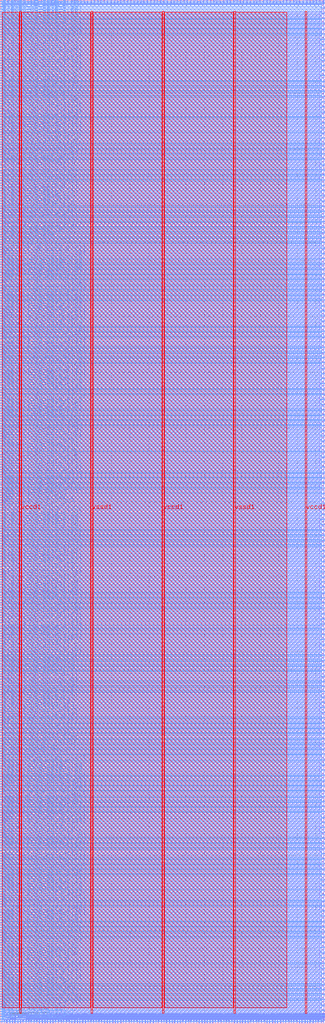
<source format=lef>
VERSION 5.7 ;
  NOWIREEXTENSIONATPIN ON ;
  DIVIDERCHAR "/" ;
  BUSBITCHARS "[]" ;
MACRO WishboneInterconnect
  CLASS BLOCK ;
  FOREIGN WishboneInterconnect ;
  ORIGIN 0.000 0.000 ;
  SIZE 350.000 BY 1100.000 ;
  PIN master0_wb_ack_i
    DIRECTION OUTPUT TRISTATE ;
    USE SIGNAL ;
    PORT
      LAYER met2 ;
        RECT 53.910 0.000 54.190 4.000 ;
    END
  END master0_wb_ack_i
  PIN master0_wb_adr_o[0]
    DIRECTION INPUT ;
    USE SIGNAL ;
    PORT
      LAYER met2 ;
        RECT 71.390 0.000 71.670 4.000 ;
    END
  END master0_wb_adr_o[0]
  PIN master0_wb_adr_o[10]
    DIRECTION INPUT ;
    USE SIGNAL ;
    PORT
      LAYER met2 ;
        RECT 170.290 0.000 170.570 4.000 ;
    END
  END master0_wb_adr_o[10]
  PIN master0_wb_adr_o[11]
    DIRECTION INPUT ;
    USE SIGNAL ;
    PORT
      LAYER met2 ;
        RECT 179.030 0.000 179.310 4.000 ;
    END
  END master0_wb_adr_o[11]
  PIN master0_wb_adr_o[12]
    DIRECTION INPUT ;
    USE SIGNAL ;
    PORT
      LAYER met2 ;
        RECT 187.770 0.000 188.050 4.000 ;
    END
  END master0_wb_adr_o[12]
  PIN master0_wb_adr_o[13]
    DIRECTION INPUT ;
    USE SIGNAL ;
    PORT
      LAYER met2 ;
        RECT 196.510 0.000 196.790 4.000 ;
    END
  END master0_wb_adr_o[13]
  PIN master0_wb_adr_o[14]
    DIRECTION INPUT ;
    USE SIGNAL ;
    PORT
      LAYER met2 ;
        RECT 205.250 0.000 205.530 4.000 ;
    END
  END master0_wb_adr_o[14]
  PIN master0_wb_adr_o[15]
    DIRECTION INPUT ;
    USE SIGNAL ;
    PORT
      LAYER met2 ;
        RECT 213.990 0.000 214.270 4.000 ;
    END
  END master0_wb_adr_o[15]
  PIN master0_wb_adr_o[16]
    DIRECTION INPUT ;
    USE SIGNAL ;
    PORT
      LAYER met2 ;
        RECT 222.730 0.000 223.010 4.000 ;
    END
  END master0_wb_adr_o[16]
  PIN master0_wb_adr_o[17]
    DIRECTION INPUT ;
    USE SIGNAL ;
    PORT
      LAYER met2 ;
        RECT 231.470 0.000 231.750 4.000 ;
    END
  END master0_wb_adr_o[17]
  PIN master0_wb_adr_o[18]
    DIRECTION INPUT ;
    USE SIGNAL ;
    PORT
      LAYER met2 ;
        RECT 240.670 0.000 240.950 4.000 ;
    END
  END master0_wb_adr_o[18]
  PIN master0_wb_adr_o[19]
    DIRECTION INPUT ;
    USE SIGNAL ;
    PORT
      LAYER met2 ;
        RECT 249.410 0.000 249.690 4.000 ;
    END
  END master0_wb_adr_o[19]
  PIN master0_wb_adr_o[1]
    DIRECTION INPUT ;
    USE SIGNAL ;
    PORT
      LAYER met2 ;
        RECT 82.890 0.000 83.170 4.000 ;
    END
  END master0_wb_adr_o[1]
  PIN master0_wb_adr_o[20]
    DIRECTION INPUT ;
    USE SIGNAL ;
    PORT
      LAYER met2 ;
        RECT 258.150 0.000 258.430 4.000 ;
    END
  END master0_wb_adr_o[20]
  PIN master0_wb_adr_o[21]
    DIRECTION INPUT ;
    USE SIGNAL ;
    PORT
      LAYER met2 ;
        RECT 266.890 0.000 267.170 4.000 ;
    END
  END master0_wb_adr_o[21]
  PIN master0_wb_adr_o[22]
    DIRECTION INPUT ;
    USE SIGNAL ;
    PORT
      LAYER met2 ;
        RECT 275.630 0.000 275.910 4.000 ;
    END
  END master0_wb_adr_o[22]
  PIN master0_wb_adr_o[23]
    DIRECTION INPUT ;
    USE SIGNAL ;
    PORT
      LAYER met2 ;
        RECT 284.370 0.000 284.650 4.000 ;
    END
  END master0_wb_adr_o[23]
  PIN master0_wb_adr_o[24]
    DIRECTION INPUT ;
    USE SIGNAL ;
    PORT
      LAYER met2 ;
        RECT 293.110 0.000 293.390 4.000 ;
    END
  END master0_wb_adr_o[24]
  PIN master0_wb_adr_o[25]
    DIRECTION INPUT ;
    USE SIGNAL ;
    PORT
      LAYER met2 ;
        RECT 301.850 0.000 302.130 4.000 ;
    END
  END master0_wb_adr_o[25]
  PIN master0_wb_adr_o[26]
    DIRECTION INPUT ;
    USE SIGNAL ;
    PORT
      LAYER met2 ;
        RECT 310.590 0.000 310.870 4.000 ;
    END
  END master0_wb_adr_o[26]
  PIN master0_wb_adr_o[27]
    DIRECTION INPUT ;
    USE SIGNAL ;
    PORT
      LAYER met2 ;
        RECT 319.330 0.000 319.610 4.000 ;
    END
  END master0_wb_adr_o[27]
  PIN master0_wb_adr_o[2]
    DIRECTION INPUT ;
    USE SIGNAL ;
    PORT
      LAYER met2 ;
        RECT 94.390 0.000 94.670 4.000 ;
    END
  END master0_wb_adr_o[2]
  PIN master0_wb_adr_o[3]
    DIRECTION INPUT ;
    USE SIGNAL ;
    PORT
      LAYER met2 ;
        RECT 106.350 0.000 106.630 4.000 ;
    END
  END master0_wb_adr_o[3]
  PIN master0_wb_adr_o[4]
    DIRECTION INPUT ;
    USE SIGNAL ;
    PORT
      LAYER met2 ;
        RECT 117.850 0.000 118.130 4.000 ;
    END
  END master0_wb_adr_o[4]
  PIN master0_wb_adr_o[5]
    DIRECTION INPUT ;
    USE SIGNAL ;
    PORT
      LAYER met2 ;
        RECT 126.590 0.000 126.870 4.000 ;
    END
  END master0_wb_adr_o[5]
  PIN master0_wb_adr_o[6]
    DIRECTION INPUT ;
    USE SIGNAL ;
    PORT
      LAYER met2 ;
        RECT 135.330 0.000 135.610 4.000 ;
    END
  END master0_wb_adr_o[6]
  PIN master0_wb_adr_o[7]
    DIRECTION INPUT ;
    USE SIGNAL ;
    PORT
      LAYER met2 ;
        RECT 144.070 0.000 144.350 4.000 ;
    END
  END master0_wb_adr_o[7]
  PIN master0_wb_adr_o[8]
    DIRECTION INPUT ;
    USE SIGNAL ;
    PORT
      LAYER met2 ;
        RECT 152.810 0.000 153.090 4.000 ;
    END
  END master0_wb_adr_o[8]
  PIN master0_wb_adr_o[9]
    DIRECTION INPUT ;
    USE SIGNAL ;
    PORT
      LAYER met2 ;
        RECT 161.550 0.000 161.830 4.000 ;
    END
  END master0_wb_adr_o[9]
  PIN master0_wb_cyc_o
    DIRECTION INPUT ;
    USE SIGNAL ;
    PORT
      LAYER met2 ;
        RECT 56.670 0.000 56.950 4.000 ;
    END
  END master0_wb_cyc_o
  PIN master0_wb_data_i[0]
    DIRECTION OUTPUT TRISTATE ;
    USE SIGNAL ;
    PORT
      LAYER met2 ;
        RECT 74.150 0.000 74.430 4.000 ;
    END
  END master0_wb_data_i[0]
  PIN master0_wb_data_i[10]
    DIRECTION OUTPUT TRISTATE ;
    USE SIGNAL ;
    PORT
      LAYER met2 ;
        RECT 173.510 0.000 173.790 4.000 ;
    END
  END master0_wb_data_i[10]
  PIN master0_wb_data_i[11]
    DIRECTION OUTPUT TRISTATE ;
    USE SIGNAL ;
    PORT
      LAYER met2 ;
        RECT 182.250 0.000 182.530 4.000 ;
    END
  END master0_wb_data_i[11]
  PIN master0_wb_data_i[12]
    DIRECTION OUTPUT TRISTATE ;
    USE SIGNAL ;
    PORT
      LAYER met2 ;
        RECT 190.990 0.000 191.270 4.000 ;
    END
  END master0_wb_data_i[12]
  PIN master0_wb_data_i[13]
    DIRECTION OUTPUT TRISTATE ;
    USE SIGNAL ;
    PORT
      LAYER met2 ;
        RECT 199.730 0.000 200.010 4.000 ;
    END
  END master0_wb_data_i[13]
  PIN master0_wb_data_i[14]
    DIRECTION OUTPUT TRISTATE ;
    USE SIGNAL ;
    PORT
      LAYER met2 ;
        RECT 208.470 0.000 208.750 4.000 ;
    END
  END master0_wb_data_i[14]
  PIN master0_wb_data_i[15]
    DIRECTION OUTPUT TRISTATE ;
    USE SIGNAL ;
    PORT
      LAYER met2 ;
        RECT 217.210 0.000 217.490 4.000 ;
    END
  END master0_wb_data_i[15]
  PIN master0_wb_data_i[16]
    DIRECTION OUTPUT TRISTATE ;
    USE SIGNAL ;
    PORT
      LAYER met2 ;
        RECT 225.950 0.000 226.230 4.000 ;
    END
  END master0_wb_data_i[16]
  PIN master0_wb_data_i[17]
    DIRECTION OUTPUT TRISTATE ;
    USE SIGNAL ;
    PORT
      LAYER met2 ;
        RECT 234.690 0.000 234.970 4.000 ;
    END
  END master0_wb_data_i[17]
  PIN master0_wb_data_i[18]
    DIRECTION OUTPUT TRISTATE ;
    USE SIGNAL ;
    PORT
      LAYER met2 ;
        RECT 243.430 0.000 243.710 4.000 ;
    END
  END master0_wb_data_i[18]
  PIN master0_wb_data_i[19]
    DIRECTION OUTPUT TRISTATE ;
    USE SIGNAL ;
    PORT
      LAYER met2 ;
        RECT 252.170 0.000 252.450 4.000 ;
    END
  END master0_wb_data_i[19]
  PIN master0_wb_data_i[1]
    DIRECTION OUTPUT TRISTATE ;
    USE SIGNAL ;
    PORT
      LAYER met2 ;
        RECT 85.650 0.000 85.930 4.000 ;
    END
  END master0_wb_data_i[1]
  PIN master0_wb_data_i[20]
    DIRECTION OUTPUT TRISTATE ;
    USE SIGNAL ;
    PORT
      LAYER met2 ;
        RECT 260.910 0.000 261.190 4.000 ;
    END
  END master0_wb_data_i[20]
  PIN master0_wb_data_i[21]
    DIRECTION OUTPUT TRISTATE ;
    USE SIGNAL ;
    PORT
      LAYER met2 ;
        RECT 269.650 0.000 269.930 4.000 ;
    END
  END master0_wb_data_i[21]
  PIN master0_wb_data_i[22]
    DIRECTION OUTPUT TRISTATE ;
    USE SIGNAL ;
    PORT
      LAYER met2 ;
        RECT 278.390 0.000 278.670 4.000 ;
    END
  END master0_wb_data_i[22]
  PIN master0_wb_data_i[23]
    DIRECTION OUTPUT TRISTATE ;
    USE SIGNAL ;
    PORT
      LAYER met2 ;
        RECT 287.130 0.000 287.410 4.000 ;
    END
  END master0_wb_data_i[23]
  PIN master0_wb_data_i[24]
    DIRECTION OUTPUT TRISTATE ;
    USE SIGNAL ;
    PORT
      LAYER met2 ;
        RECT 295.870 0.000 296.150 4.000 ;
    END
  END master0_wb_data_i[24]
  PIN master0_wb_data_i[25]
    DIRECTION OUTPUT TRISTATE ;
    USE SIGNAL ;
    PORT
      LAYER met2 ;
        RECT 304.610 0.000 304.890 4.000 ;
    END
  END master0_wb_data_i[25]
  PIN master0_wb_data_i[26]
    DIRECTION OUTPUT TRISTATE ;
    USE SIGNAL ;
    PORT
      LAYER met2 ;
        RECT 313.350 0.000 313.630 4.000 ;
    END
  END master0_wb_data_i[26]
  PIN master0_wb_data_i[27]
    DIRECTION OUTPUT TRISTATE ;
    USE SIGNAL ;
    PORT
      LAYER met2 ;
        RECT 322.090 0.000 322.370 4.000 ;
    END
  END master0_wb_data_i[27]
  PIN master0_wb_data_i[28]
    DIRECTION OUTPUT TRISTATE ;
    USE SIGNAL ;
    PORT
      LAYER met2 ;
        RECT 328.070 0.000 328.350 4.000 ;
    END
  END master0_wb_data_i[28]
  PIN master0_wb_data_i[29]
    DIRECTION OUTPUT TRISTATE ;
    USE SIGNAL ;
    PORT
      LAYER met2 ;
        RECT 333.590 0.000 333.870 4.000 ;
    END
  END master0_wb_data_i[29]
  PIN master0_wb_data_i[2]
    DIRECTION OUTPUT TRISTATE ;
    USE SIGNAL ;
    PORT
      LAYER met2 ;
        RECT 97.610 0.000 97.890 4.000 ;
    END
  END master0_wb_data_i[2]
  PIN master0_wb_data_i[30]
    DIRECTION OUTPUT TRISTATE ;
    USE SIGNAL ;
    PORT
      LAYER met2 ;
        RECT 339.570 0.000 339.850 4.000 ;
    END
  END master0_wb_data_i[30]
  PIN master0_wb_data_i[31]
    DIRECTION OUTPUT TRISTATE ;
    USE SIGNAL ;
    PORT
      LAYER met2 ;
        RECT 345.550 0.000 345.830 4.000 ;
    END
  END master0_wb_data_i[31]
  PIN master0_wb_data_i[3]
    DIRECTION OUTPUT TRISTATE ;
    USE SIGNAL ;
    PORT
      LAYER met2 ;
        RECT 109.110 0.000 109.390 4.000 ;
    END
  END master0_wb_data_i[3]
  PIN master0_wb_data_i[4]
    DIRECTION OUTPUT TRISTATE ;
    USE SIGNAL ;
    PORT
      LAYER met2 ;
        RECT 121.070 0.000 121.350 4.000 ;
    END
  END master0_wb_data_i[4]
  PIN master0_wb_data_i[5]
    DIRECTION OUTPUT TRISTATE ;
    USE SIGNAL ;
    PORT
      LAYER met2 ;
        RECT 129.810 0.000 130.090 4.000 ;
    END
  END master0_wb_data_i[5]
  PIN master0_wb_data_i[6]
    DIRECTION OUTPUT TRISTATE ;
    USE SIGNAL ;
    PORT
      LAYER met2 ;
        RECT 138.550 0.000 138.830 4.000 ;
    END
  END master0_wb_data_i[6]
  PIN master0_wb_data_i[7]
    DIRECTION OUTPUT TRISTATE ;
    USE SIGNAL ;
    PORT
      LAYER met2 ;
        RECT 147.290 0.000 147.570 4.000 ;
    END
  END master0_wb_data_i[7]
  PIN master0_wb_data_i[8]
    DIRECTION OUTPUT TRISTATE ;
    USE SIGNAL ;
    PORT
      LAYER met2 ;
        RECT 156.030 0.000 156.310 4.000 ;
    END
  END master0_wb_data_i[8]
  PIN master0_wb_data_i[9]
    DIRECTION OUTPUT TRISTATE ;
    USE SIGNAL ;
    PORT
      LAYER met2 ;
        RECT 164.770 0.000 165.050 4.000 ;
    END
  END master0_wb_data_i[9]
  PIN master0_wb_data_o[0]
    DIRECTION INPUT ;
    USE SIGNAL ;
    PORT
      LAYER met2 ;
        RECT 76.910 0.000 77.190 4.000 ;
    END
  END master0_wb_data_o[0]
  PIN master0_wb_data_o[10]
    DIRECTION INPUT ;
    USE SIGNAL ;
    PORT
      LAYER met2 ;
        RECT 176.270 0.000 176.550 4.000 ;
    END
  END master0_wb_data_o[10]
  PIN master0_wb_data_o[11]
    DIRECTION INPUT ;
    USE SIGNAL ;
    PORT
      LAYER met2 ;
        RECT 185.010 0.000 185.290 4.000 ;
    END
  END master0_wb_data_o[11]
  PIN master0_wb_data_o[12]
    DIRECTION INPUT ;
    USE SIGNAL ;
    PORT
      LAYER met2 ;
        RECT 193.750 0.000 194.030 4.000 ;
    END
  END master0_wb_data_o[12]
  PIN master0_wb_data_o[13]
    DIRECTION INPUT ;
    USE SIGNAL ;
    PORT
      LAYER met2 ;
        RECT 202.490 0.000 202.770 4.000 ;
    END
  END master0_wb_data_o[13]
  PIN master0_wb_data_o[14]
    DIRECTION INPUT ;
    USE SIGNAL ;
    PORT
      LAYER met2 ;
        RECT 211.230 0.000 211.510 4.000 ;
    END
  END master0_wb_data_o[14]
  PIN master0_wb_data_o[15]
    DIRECTION INPUT ;
    USE SIGNAL ;
    PORT
      LAYER met2 ;
        RECT 219.970 0.000 220.250 4.000 ;
    END
  END master0_wb_data_o[15]
  PIN master0_wb_data_o[16]
    DIRECTION INPUT ;
    USE SIGNAL ;
    PORT
      LAYER met2 ;
        RECT 228.710 0.000 228.990 4.000 ;
    END
  END master0_wb_data_o[16]
  PIN master0_wb_data_o[17]
    DIRECTION INPUT ;
    USE SIGNAL ;
    PORT
      LAYER met2 ;
        RECT 237.450 0.000 237.730 4.000 ;
    END
  END master0_wb_data_o[17]
  PIN master0_wb_data_o[18]
    DIRECTION INPUT ;
    USE SIGNAL ;
    PORT
      LAYER met2 ;
        RECT 246.190 0.000 246.470 4.000 ;
    END
  END master0_wb_data_o[18]
  PIN master0_wb_data_o[19]
    DIRECTION INPUT ;
    USE SIGNAL ;
    PORT
      LAYER met2 ;
        RECT 254.930 0.000 255.210 4.000 ;
    END
  END master0_wb_data_o[19]
  PIN master0_wb_data_o[1]
    DIRECTION INPUT ;
    USE SIGNAL ;
    PORT
      LAYER met2 ;
        RECT 88.870 0.000 89.150 4.000 ;
    END
  END master0_wb_data_o[1]
  PIN master0_wb_data_o[20]
    DIRECTION INPUT ;
    USE SIGNAL ;
    PORT
      LAYER met2 ;
        RECT 263.670 0.000 263.950 4.000 ;
    END
  END master0_wb_data_o[20]
  PIN master0_wb_data_o[21]
    DIRECTION INPUT ;
    USE SIGNAL ;
    PORT
      LAYER met2 ;
        RECT 272.410 0.000 272.690 4.000 ;
    END
  END master0_wb_data_o[21]
  PIN master0_wb_data_o[22]
    DIRECTION INPUT ;
    USE SIGNAL ;
    PORT
      LAYER met2 ;
        RECT 281.150 0.000 281.430 4.000 ;
    END
  END master0_wb_data_o[22]
  PIN master0_wb_data_o[23]
    DIRECTION INPUT ;
    USE SIGNAL ;
    PORT
      LAYER met2 ;
        RECT 289.890 0.000 290.170 4.000 ;
    END
  END master0_wb_data_o[23]
  PIN master0_wb_data_o[24]
    DIRECTION INPUT ;
    USE SIGNAL ;
    PORT
      LAYER met2 ;
        RECT 298.630 0.000 298.910 4.000 ;
    END
  END master0_wb_data_o[24]
  PIN master0_wb_data_o[25]
    DIRECTION INPUT ;
    USE SIGNAL ;
    PORT
      LAYER met2 ;
        RECT 307.370 0.000 307.650 4.000 ;
    END
  END master0_wb_data_o[25]
  PIN master0_wb_data_o[26]
    DIRECTION INPUT ;
    USE SIGNAL ;
    PORT
      LAYER met2 ;
        RECT 316.110 0.000 316.390 4.000 ;
    END
  END master0_wb_data_o[26]
  PIN master0_wb_data_o[27]
    DIRECTION INPUT ;
    USE SIGNAL ;
    PORT
      LAYER met2 ;
        RECT 324.850 0.000 325.130 4.000 ;
    END
  END master0_wb_data_o[27]
  PIN master0_wb_data_o[28]
    DIRECTION INPUT ;
    USE SIGNAL ;
    PORT
      LAYER met2 ;
        RECT 330.830 0.000 331.110 4.000 ;
    END
  END master0_wb_data_o[28]
  PIN master0_wb_data_o[29]
    DIRECTION INPUT ;
    USE SIGNAL ;
    PORT
      LAYER met2 ;
        RECT 336.810 0.000 337.090 4.000 ;
    END
  END master0_wb_data_o[29]
  PIN master0_wb_data_o[2]
    DIRECTION INPUT ;
    USE SIGNAL ;
    PORT
      LAYER met2 ;
        RECT 100.370 0.000 100.650 4.000 ;
    END
  END master0_wb_data_o[2]
  PIN master0_wb_data_o[30]
    DIRECTION INPUT ;
    USE SIGNAL ;
    PORT
      LAYER met2 ;
        RECT 342.330 0.000 342.610 4.000 ;
    END
  END master0_wb_data_o[30]
  PIN master0_wb_data_o[31]
    DIRECTION INPUT ;
    USE SIGNAL ;
    PORT
      LAYER met2 ;
        RECT 348.310 0.000 348.590 4.000 ;
    END
  END master0_wb_data_o[31]
  PIN master0_wb_data_o[3]
    DIRECTION INPUT ;
    USE SIGNAL ;
    PORT
      LAYER met2 ;
        RECT 111.870 0.000 112.150 4.000 ;
    END
  END master0_wb_data_o[3]
  PIN master0_wb_data_o[4]
    DIRECTION INPUT ;
    USE SIGNAL ;
    PORT
      LAYER met2 ;
        RECT 123.830 0.000 124.110 4.000 ;
    END
  END master0_wb_data_o[4]
  PIN master0_wb_data_o[5]
    DIRECTION INPUT ;
    USE SIGNAL ;
    PORT
      LAYER met2 ;
        RECT 132.570 0.000 132.850 4.000 ;
    END
  END master0_wb_data_o[5]
  PIN master0_wb_data_o[6]
    DIRECTION INPUT ;
    USE SIGNAL ;
    PORT
      LAYER met2 ;
        RECT 141.310 0.000 141.590 4.000 ;
    END
  END master0_wb_data_o[6]
  PIN master0_wb_data_o[7]
    DIRECTION INPUT ;
    USE SIGNAL ;
    PORT
      LAYER met2 ;
        RECT 150.050 0.000 150.330 4.000 ;
    END
  END master0_wb_data_o[7]
  PIN master0_wb_data_o[8]
    DIRECTION INPUT ;
    USE SIGNAL ;
    PORT
      LAYER met2 ;
        RECT 158.790 0.000 159.070 4.000 ;
    END
  END master0_wb_data_o[8]
  PIN master0_wb_data_o[9]
    DIRECTION INPUT ;
    USE SIGNAL ;
    PORT
      LAYER met2 ;
        RECT 167.530 0.000 167.810 4.000 ;
    END
  END master0_wb_data_o[9]
  PIN master0_wb_error_i
    DIRECTION OUTPUT TRISTATE ;
    USE SIGNAL ;
    PORT
      LAYER met2 ;
        RECT 59.430 0.000 59.710 4.000 ;
    END
  END master0_wb_error_i
  PIN master0_wb_sel_o[0]
    DIRECTION INPUT ;
    USE SIGNAL ;
    PORT
      LAYER met2 ;
        RECT 80.130 0.000 80.410 4.000 ;
    END
  END master0_wb_sel_o[0]
  PIN master0_wb_sel_o[1]
    DIRECTION INPUT ;
    USE SIGNAL ;
    PORT
      LAYER met2 ;
        RECT 91.630 0.000 91.910 4.000 ;
    END
  END master0_wb_sel_o[1]
  PIN master0_wb_sel_o[2]
    DIRECTION INPUT ;
    USE SIGNAL ;
    PORT
      LAYER met2 ;
        RECT 103.130 0.000 103.410 4.000 ;
    END
  END master0_wb_sel_o[2]
  PIN master0_wb_sel_o[3]
    DIRECTION INPUT ;
    USE SIGNAL ;
    PORT
      LAYER met2 ;
        RECT 115.090 0.000 115.370 4.000 ;
    END
  END master0_wb_sel_o[3]
  PIN master0_wb_stall_i
    DIRECTION OUTPUT TRISTATE ;
    USE SIGNAL ;
    PORT
      LAYER met2 ;
        RECT 62.650 0.000 62.930 4.000 ;
    END
  END master0_wb_stall_i
  PIN master0_wb_stb_o
    DIRECTION INPUT ;
    USE SIGNAL ;
    PORT
      LAYER met2 ;
        RECT 65.410 0.000 65.690 4.000 ;
    END
  END master0_wb_stb_o
  PIN master0_wb_we_o
    DIRECTION INPUT ;
    USE SIGNAL ;
    PORT
      LAYER met2 ;
        RECT 68.170 0.000 68.450 4.000 ;
    END
  END master0_wb_we_o
  PIN master1_wb_ack_i
    DIRECTION OUTPUT TRISTATE ;
    USE SIGNAL ;
    PORT
      LAYER met3 ;
        RECT 0.000 551.520 4.000 552.120 ;
    END
  END master1_wb_ack_i
  PIN master1_wb_adr_o[0]
    DIRECTION INPUT ;
    USE SIGNAL ;
    PORT
      LAYER met3 ;
        RECT 0.000 567.840 4.000 568.440 ;
    END
  END master1_wb_adr_o[0]
  PIN master1_wb_adr_o[10]
    DIRECTION INPUT ;
    USE SIGNAL ;
    PORT
      LAYER met3 ;
        RECT 0.000 661.000 4.000 661.600 ;
    END
  END master1_wb_adr_o[10]
  PIN master1_wb_adr_o[11]
    DIRECTION INPUT ;
    USE SIGNAL ;
    PORT
      LAYER met3 ;
        RECT 0.000 669.160 4.000 669.760 ;
    END
  END master1_wb_adr_o[11]
  PIN master1_wb_adr_o[12]
    DIRECTION INPUT ;
    USE SIGNAL ;
    PORT
      LAYER met3 ;
        RECT 0.000 678.000 4.000 678.600 ;
    END
  END master1_wb_adr_o[12]
  PIN master1_wb_adr_o[13]
    DIRECTION INPUT ;
    USE SIGNAL ;
    PORT
      LAYER met3 ;
        RECT 0.000 686.160 4.000 686.760 ;
    END
  END master1_wb_adr_o[13]
  PIN master1_wb_adr_o[14]
    DIRECTION INPUT ;
    USE SIGNAL ;
    PORT
      LAYER met3 ;
        RECT 0.000 694.320 4.000 694.920 ;
    END
  END master1_wb_adr_o[14]
  PIN master1_wb_adr_o[15]
    DIRECTION INPUT ;
    USE SIGNAL ;
    PORT
      LAYER met3 ;
        RECT 0.000 702.480 4.000 703.080 ;
    END
  END master1_wb_adr_o[15]
  PIN master1_wb_adr_o[16]
    DIRECTION INPUT ;
    USE SIGNAL ;
    PORT
      LAYER met3 ;
        RECT 0.000 710.640 4.000 711.240 ;
    END
  END master1_wb_adr_o[16]
  PIN master1_wb_adr_o[17]
    DIRECTION INPUT ;
    USE SIGNAL ;
    PORT
      LAYER met3 ;
        RECT 0.000 718.800 4.000 719.400 ;
    END
  END master1_wb_adr_o[17]
  PIN master1_wb_adr_o[18]
    DIRECTION INPUT ;
    USE SIGNAL ;
    PORT
      LAYER met3 ;
        RECT 0.000 726.960 4.000 727.560 ;
    END
  END master1_wb_adr_o[18]
  PIN master1_wb_adr_o[19]
    DIRECTION INPUT ;
    USE SIGNAL ;
    PORT
      LAYER met3 ;
        RECT 0.000 735.800 4.000 736.400 ;
    END
  END master1_wb_adr_o[19]
  PIN master1_wb_adr_o[1]
    DIRECTION INPUT ;
    USE SIGNAL ;
    PORT
      LAYER met3 ;
        RECT 0.000 578.720 4.000 579.320 ;
    END
  END master1_wb_adr_o[1]
  PIN master1_wb_adr_o[20]
    DIRECTION INPUT ;
    USE SIGNAL ;
    PORT
      LAYER met3 ;
        RECT 0.000 743.960 4.000 744.560 ;
    END
  END master1_wb_adr_o[20]
  PIN master1_wb_adr_o[21]
    DIRECTION INPUT ;
    USE SIGNAL ;
    PORT
      LAYER met3 ;
        RECT 0.000 752.120 4.000 752.720 ;
    END
  END master1_wb_adr_o[21]
  PIN master1_wb_adr_o[22]
    DIRECTION INPUT ;
    USE SIGNAL ;
    PORT
      LAYER met3 ;
        RECT 0.000 760.280 4.000 760.880 ;
    END
  END master1_wb_adr_o[22]
  PIN master1_wb_adr_o[23]
    DIRECTION INPUT ;
    USE SIGNAL ;
    PORT
      LAYER met3 ;
        RECT 0.000 768.440 4.000 769.040 ;
    END
  END master1_wb_adr_o[23]
  PIN master1_wb_adr_o[24]
    DIRECTION INPUT ;
    USE SIGNAL ;
    PORT
      LAYER met3 ;
        RECT 0.000 776.600 4.000 777.200 ;
    END
  END master1_wb_adr_o[24]
  PIN master1_wb_adr_o[25]
    DIRECTION INPUT ;
    USE SIGNAL ;
    PORT
      LAYER met3 ;
        RECT 0.000 784.760 4.000 785.360 ;
    END
  END master1_wb_adr_o[25]
  PIN master1_wb_adr_o[26]
    DIRECTION INPUT ;
    USE SIGNAL ;
    PORT
      LAYER met3 ;
        RECT 0.000 792.920 4.000 793.520 ;
    END
  END master1_wb_adr_o[26]
  PIN master1_wb_adr_o[27]
    DIRECTION INPUT ;
    USE SIGNAL ;
    PORT
      LAYER met3 ;
        RECT 0.000 801.760 4.000 802.360 ;
    END
  END master1_wb_adr_o[27]
  PIN master1_wb_adr_o[2]
    DIRECTION INPUT ;
    USE SIGNAL ;
    PORT
      LAYER met3 ;
        RECT 0.000 589.600 4.000 590.200 ;
    END
  END master1_wb_adr_o[2]
  PIN master1_wb_adr_o[3]
    DIRECTION INPUT ;
    USE SIGNAL ;
    PORT
      LAYER met3 ;
        RECT 0.000 600.480 4.000 601.080 ;
    END
  END master1_wb_adr_o[3]
  PIN master1_wb_adr_o[4]
    DIRECTION INPUT ;
    USE SIGNAL ;
    PORT
      LAYER met3 ;
        RECT 0.000 611.360 4.000 611.960 ;
    END
  END master1_wb_adr_o[4]
  PIN master1_wb_adr_o[5]
    DIRECTION INPUT ;
    USE SIGNAL ;
    PORT
      LAYER met3 ;
        RECT 0.000 620.200 4.000 620.800 ;
    END
  END master1_wb_adr_o[5]
  PIN master1_wb_adr_o[6]
    DIRECTION INPUT ;
    USE SIGNAL ;
    PORT
      LAYER met3 ;
        RECT 0.000 628.360 4.000 628.960 ;
    END
  END master1_wb_adr_o[6]
  PIN master1_wb_adr_o[7]
    DIRECTION INPUT ;
    USE SIGNAL ;
    PORT
      LAYER met3 ;
        RECT 0.000 636.520 4.000 637.120 ;
    END
  END master1_wb_adr_o[7]
  PIN master1_wb_adr_o[8]
    DIRECTION INPUT ;
    USE SIGNAL ;
    PORT
      LAYER met3 ;
        RECT 0.000 644.680 4.000 645.280 ;
    END
  END master1_wb_adr_o[8]
  PIN master1_wb_adr_o[9]
    DIRECTION INPUT ;
    USE SIGNAL ;
    PORT
      LAYER met3 ;
        RECT 0.000 652.840 4.000 653.440 ;
    END
  END master1_wb_adr_o[9]
  PIN master1_wb_cyc_o
    DIRECTION INPUT ;
    USE SIGNAL ;
    PORT
      LAYER met3 ;
        RECT 0.000 554.240 4.000 554.840 ;
    END
  END master1_wb_cyc_o
  PIN master1_wb_data_i[0]
    DIRECTION OUTPUT TRISTATE ;
    USE SIGNAL ;
    PORT
      LAYER met3 ;
        RECT 0.000 570.560 4.000 571.160 ;
    END
  END master1_wb_data_i[0]
  PIN master1_wb_data_i[10]
    DIRECTION OUTPUT TRISTATE ;
    USE SIGNAL ;
    PORT
      LAYER met3 ;
        RECT 0.000 663.720 4.000 664.320 ;
    END
  END master1_wb_data_i[10]
  PIN master1_wb_data_i[11]
    DIRECTION OUTPUT TRISTATE ;
    USE SIGNAL ;
    PORT
      LAYER met3 ;
        RECT 0.000 671.880 4.000 672.480 ;
    END
  END master1_wb_data_i[11]
  PIN master1_wb_data_i[12]
    DIRECTION OUTPUT TRISTATE ;
    USE SIGNAL ;
    PORT
      LAYER met3 ;
        RECT 0.000 680.720 4.000 681.320 ;
    END
  END master1_wb_data_i[12]
  PIN master1_wb_data_i[13]
    DIRECTION OUTPUT TRISTATE ;
    USE SIGNAL ;
    PORT
      LAYER met3 ;
        RECT 0.000 688.880 4.000 689.480 ;
    END
  END master1_wb_data_i[13]
  PIN master1_wb_data_i[14]
    DIRECTION OUTPUT TRISTATE ;
    USE SIGNAL ;
    PORT
      LAYER met3 ;
        RECT 0.000 697.040 4.000 697.640 ;
    END
  END master1_wb_data_i[14]
  PIN master1_wb_data_i[15]
    DIRECTION OUTPUT TRISTATE ;
    USE SIGNAL ;
    PORT
      LAYER met3 ;
        RECT 0.000 705.200 4.000 705.800 ;
    END
  END master1_wb_data_i[15]
  PIN master1_wb_data_i[16]
    DIRECTION OUTPUT TRISTATE ;
    USE SIGNAL ;
    PORT
      LAYER met3 ;
        RECT 0.000 713.360 4.000 713.960 ;
    END
  END master1_wb_data_i[16]
  PIN master1_wb_data_i[17]
    DIRECTION OUTPUT TRISTATE ;
    USE SIGNAL ;
    PORT
      LAYER met3 ;
        RECT 0.000 721.520 4.000 722.120 ;
    END
  END master1_wb_data_i[17]
  PIN master1_wb_data_i[18]
    DIRECTION OUTPUT TRISTATE ;
    USE SIGNAL ;
    PORT
      LAYER met3 ;
        RECT 0.000 729.680 4.000 730.280 ;
    END
  END master1_wb_data_i[18]
  PIN master1_wb_data_i[19]
    DIRECTION OUTPUT TRISTATE ;
    USE SIGNAL ;
    PORT
      LAYER met3 ;
        RECT 0.000 738.520 4.000 739.120 ;
    END
  END master1_wb_data_i[19]
  PIN master1_wb_data_i[1]
    DIRECTION OUTPUT TRISTATE ;
    USE SIGNAL ;
    PORT
      LAYER met3 ;
        RECT 0.000 581.440 4.000 582.040 ;
    END
  END master1_wb_data_i[1]
  PIN master1_wb_data_i[20]
    DIRECTION OUTPUT TRISTATE ;
    USE SIGNAL ;
    PORT
      LAYER met3 ;
        RECT 0.000 746.680 4.000 747.280 ;
    END
  END master1_wb_data_i[20]
  PIN master1_wb_data_i[21]
    DIRECTION OUTPUT TRISTATE ;
    USE SIGNAL ;
    PORT
      LAYER met3 ;
        RECT 0.000 754.840 4.000 755.440 ;
    END
  END master1_wb_data_i[21]
  PIN master1_wb_data_i[22]
    DIRECTION OUTPUT TRISTATE ;
    USE SIGNAL ;
    PORT
      LAYER met3 ;
        RECT 0.000 763.000 4.000 763.600 ;
    END
  END master1_wb_data_i[22]
  PIN master1_wb_data_i[23]
    DIRECTION OUTPUT TRISTATE ;
    USE SIGNAL ;
    PORT
      LAYER met3 ;
        RECT 0.000 771.160 4.000 771.760 ;
    END
  END master1_wb_data_i[23]
  PIN master1_wb_data_i[24]
    DIRECTION OUTPUT TRISTATE ;
    USE SIGNAL ;
    PORT
      LAYER met3 ;
        RECT 0.000 779.320 4.000 779.920 ;
    END
  END master1_wb_data_i[24]
  PIN master1_wb_data_i[25]
    DIRECTION OUTPUT TRISTATE ;
    USE SIGNAL ;
    PORT
      LAYER met3 ;
        RECT 0.000 787.480 4.000 788.080 ;
    END
  END master1_wb_data_i[25]
  PIN master1_wb_data_i[26]
    DIRECTION OUTPUT TRISTATE ;
    USE SIGNAL ;
    PORT
      LAYER met3 ;
        RECT 0.000 796.320 4.000 796.920 ;
    END
  END master1_wb_data_i[26]
  PIN master1_wb_data_i[27]
    DIRECTION OUTPUT TRISTATE ;
    USE SIGNAL ;
    PORT
      LAYER met3 ;
        RECT 0.000 804.480 4.000 805.080 ;
    END
  END master1_wb_data_i[27]
  PIN master1_wb_data_i[28]
    DIRECTION OUTPUT TRISTATE ;
    USE SIGNAL ;
    PORT
      LAYER met3 ;
        RECT 0.000 809.920 4.000 810.520 ;
    END
  END master1_wb_data_i[28]
  PIN master1_wb_data_i[29]
    DIRECTION OUTPUT TRISTATE ;
    USE SIGNAL ;
    PORT
      LAYER met3 ;
        RECT 0.000 815.360 4.000 815.960 ;
    END
  END master1_wb_data_i[29]
  PIN master1_wb_data_i[2]
    DIRECTION OUTPUT TRISTATE ;
    USE SIGNAL ;
    PORT
      LAYER met3 ;
        RECT 0.000 592.320 4.000 592.920 ;
    END
  END master1_wb_data_i[2]
  PIN master1_wb_data_i[30]
    DIRECTION OUTPUT TRISTATE ;
    USE SIGNAL ;
    PORT
      LAYER met3 ;
        RECT 0.000 820.800 4.000 821.400 ;
    END
  END master1_wb_data_i[30]
  PIN master1_wb_data_i[31]
    DIRECTION OUTPUT TRISTATE ;
    USE SIGNAL ;
    PORT
      LAYER met3 ;
        RECT 0.000 826.240 4.000 826.840 ;
    END
  END master1_wb_data_i[31]
  PIN master1_wb_data_i[3]
    DIRECTION OUTPUT TRISTATE ;
    USE SIGNAL ;
    PORT
      LAYER met3 ;
        RECT 0.000 603.200 4.000 603.800 ;
    END
  END master1_wb_data_i[3]
  PIN master1_wb_data_i[4]
    DIRECTION OUTPUT TRISTATE ;
    USE SIGNAL ;
    PORT
      LAYER met3 ;
        RECT 0.000 614.760 4.000 615.360 ;
    END
  END master1_wb_data_i[4]
  PIN master1_wb_data_i[5]
    DIRECTION OUTPUT TRISTATE ;
    USE SIGNAL ;
    PORT
      LAYER met3 ;
        RECT 0.000 622.920 4.000 623.520 ;
    END
  END master1_wb_data_i[5]
  PIN master1_wb_data_i[6]
    DIRECTION OUTPUT TRISTATE ;
    USE SIGNAL ;
    PORT
      LAYER met3 ;
        RECT 0.000 631.080 4.000 631.680 ;
    END
  END master1_wb_data_i[6]
  PIN master1_wb_data_i[7]
    DIRECTION OUTPUT TRISTATE ;
    USE SIGNAL ;
    PORT
      LAYER met3 ;
        RECT 0.000 639.240 4.000 639.840 ;
    END
  END master1_wb_data_i[7]
  PIN master1_wb_data_i[8]
    DIRECTION OUTPUT TRISTATE ;
    USE SIGNAL ;
    PORT
      LAYER met3 ;
        RECT 0.000 647.400 4.000 648.000 ;
    END
  END master1_wb_data_i[8]
  PIN master1_wb_data_i[9]
    DIRECTION OUTPUT TRISTATE ;
    USE SIGNAL ;
    PORT
      LAYER met3 ;
        RECT 0.000 655.560 4.000 656.160 ;
    END
  END master1_wb_data_i[9]
  PIN master1_wb_data_o[0]
    DIRECTION INPUT ;
    USE SIGNAL ;
    PORT
      LAYER met3 ;
        RECT 0.000 573.280 4.000 573.880 ;
    END
  END master1_wb_data_o[0]
  PIN master1_wb_data_o[10]
    DIRECTION INPUT ;
    USE SIGNAL ;
    PORT
      LAYER met3 ;
        RECT 0.000 666.440 4.000 667.040 ;
    END
  END master1_wb_data_o[10]
  PIN master1_wb_data_o[11]
    DIRECTION INPUT ;
    USE SIGNAL ;
    PORT
      LAYER met3 ;
        RECT 0.000 675.280 4.000 675.880 ;
    END
  END master1_wb_data_o[11]
  PIN master1_wb_data_o[12]
    DIRECTION INPUT ;
    USE SIGNAL ;
    PORT
      LAYER met3 ;
        RECT 0.000 683.440 4.000 684.040 ;
    END
  END master1_wb_data_o[12]
  PIN master1_wb_data_o[13]
    DIRECTION INPUT ;
    USE SIGNAL ;
    PORT
      LAYER met3 ;
        RECT 0.000 691.600 4.000 692.200 ;
    END
  END master1_wb_data_o[13]
  PIN master1_wb_data_o[14]
    DIRECTION INPUT ;
    USE SIGNAL ;
    PORT
      LAYER met3 ;
        RECT 0.000 699.760 4.000 700.360 ;
    END
  END master1_wb_data_o[14]
  PIN master1_wb_data_o[15]
    DIRECTION INPUT ;
    USE SIGNAL ;
    PORT
      LAYER met3 ;
        RECT 0.000 707.920 4.000 708.520 ;
    END
  END master1_wb_data_o[15]
  PIN master1_wb_data_o[16]
    DIRECTION INPUT ;
    USE SIGNAL ;
    PORT
      LAYER met3 ;
        RECT 0.000 716.080 4.000 716.680 ;
    END
  END master1_wb_data_o[16]
  PIN master1_wb_data_o[17]
    DIRECTION INPUT ;
    USE SIGNAL ;
    PORT
      LAYER met3 ;
        RECT 0.000 724.240 4.000 724.840 ;
    END
  END master1_wb_data_o[17]
  PIN master1_wb_data_o[18]
    DIRECTION INPUT ;
    USE SIGNAL ;
    PORT
      LAYER met3 ;
        RECT 0.000 732.400 4.000 733.000 ;
    END
  END master1_wb_data_o[18]
  PIN master1_wb_data_o[19]
    DIRECTION INPUT ;
    USE SIGNAL ;
    PORT
      LAYER met3 ;
        RECT 0.000 741.240 4.000 741.840 ;
    END
  END master1_wb_data_o[19]
  PIN master1_wb_data_o[1]
    DIRECTION INPUT ;
    USE SIGNAL ;
    PORT
      LAYER met3 ;
        RECT 0.000 584.160 4.000 584.760 ;
    END
  END master1_wb_data_o[1]
  PIN master1_wb_data_o[20]
    DIRECTION INPUT ;
    USE SIGNAL ;
    PORT
      LAYER met3 ;
        RECT 0.000 749.400 4.000 750.000 ;
    END
  END master1_wb_data_o[20]
  PIN master1_wb_data_o[21]
    DIRECTION INPUT ;
    USE SIGNAL ;
    PORT
      LAYER met3 ;
        RECT 0.000 757.560 4.000 758.160 ;
    END
  END master1_wb_data_o[21]
  PIN master1_wb_data_o[22]
    DIRECTION INPUT ;
    USE SIGNAL ;
    PORT
      LAYER met3 ;
        RECT 0.000 765.720 4.000 766.320 ;
    END
  END master1_wb_data_o[22]
  PIN master1_wb_data_o[23]
    DIRECTION INPUT ;
    USE SIGNAL ;
    PORT
      LAYER met3 ;
        RECT 0.000 773.880 4.000 774.480 ;
    END
  END master1_wb_data_o[23]
  PIN master1_wb_data_o[24]
    DIRECTION INPUT ;
    USE SIGNAL ;
    PORT
      LAYER met3 ;
        RECT 0.000 782.040 4.000 782.640 ;
    END
  END master1_wb_data_o[24]
  PIN master1_wb_data_o[25]
    DIRECTION INPUT ;
    USE SIGNAL ;
    PORT
      LAYER met3 ;
        RECT 0.000 790.200 4.000 790.800 ;
    END
  END master1_wb_data_o[25]
  PIN master1_wb_data_o[26]
    DIRECTION INPUT ;
    USE SIGNAL ;
    PORT
      LAYER met3 ;
        RECT 0.000 799.040 4.000 799.640 ;
    END
  END master1_wb_data_o[26]
  PIN master1_wb_data_o[27]
    DIRECTION INPUT ;
    USE SIGNAL ;
    PORT
      LAYER met3 ;
        RECT 0.000 807.200 4.000 807.800 ;
    END
  END master1_wb_data_o[27]
  PIN master1_wb_data_o[28]
    DIRECTION INPUT ;
    USE SIGNAL ;
    PORT
      LAYER met3 ;
        RECT 0.000 812.640 4.000 813.240 ;
    END
  END master1_wb_data_o[28]
  PIN master1_wb_data_o[29]
    DIRECTION INPUT ;
    USE SIGNAL ;
    PORT
      LAYER met3 ;
        RECT 0.000 818.080 4.000 818.680 ;
    END
  END master1_wb_data_o[29]
  PIN master1_wb_data_o[2]
    DIRECTION INPUT ;
    USE SIGNAL ;
    PORT
      LAYER met3 ;
        RECT 0.000 595.040 4.000 595.640 ;
    END
  END master1_wb_data_o[2]
  PIN master1_wb_data_o[30]
    DIRECTION INPUT ;
    USE SIGNAL ;
    PORT
      LAYER met3 ;
        RECT 0.000 823.520 4.000 824.120 ;
    END
  END master1_wb_data_o[30]
  PIN master1_wb_data_o[31]
    DIRECTION INPUT ;
    USE SIGNAL ;
    PORT
      LAYER met3 ;
        RECT 0.000 828.960 4.000 829.560 ;
    END
  END master1_wb_data_o[31]
  PIN master1_wb_data_o[3]
    DIRECTION INPUT ;
    USE SIGNAL ;
    PORT
      LAYER met3 ;
        RECT 0.000 605.920 4.000 606.520 ;
    END
  END master1_wb_data_o[3]
  PIN master1_wb_data_o[4]
    DIRECTION INPUT ;
    USE SIGNAL ;
    PORT
      LAYER met3 ;
        RECT 0.000 617.480 4.000 618.080 ;
    END
  END master1_wb_data_o[4]
  PIN master1_wb_data_o[5]
    DIRECTION INPUT ;
    USE SIGNAL ;
    PORT
      LAYER met3 ;
        RECT 0.000 625.640 4.000 626.240 ;
    END
  END master1_wb_data_o[5]
  PIN master1_wb_data_o[6]
    DIRECTION INPUT ;
    USE SIGNAL ;
    PORT
      LAYER met3 ;
        RECT 0.000 633.800 4.000 634.400 ;
    END
  END master1_wb_data_o[6]
  PIN master1_wb_data_o[7]
    DIRECTION INPUT ;
    USE SIGNAL ;
    PORT
      LAYER met3 ;
        RECT 0.000 641.960 4.000 642.560 ;
    END
  END master1_wb_data_o[7]
  PIN master1_wb_data_o[8]
    DIRECTION INPUT ;
    USE SIGNAL ;
    PORT
      LAYER met3 ;
        RECT 0.000 650.120 4.000 650.720 ;
    END
  END master1_wb_data_o[8]
  PIN master1_wb_data_o[9]
    DIRECTION INPUT ;
    USE SIGNAL ;
    PORT
      LAYER met3 ;
        RECT 0.000 658.280 4.000 658.880 ;
    END
  END master1_wb_data_o[9]
  PIN master1_wb_error_i
    DIRECTION OUTPUT TRISTATE ;
    USE SIGNAL ;
    PORT
      LAYER met3 ;
        RECT 0.000 556.960 4.000 557.560 ;
    END
  END master1_wb_error_i
  PIN master1_wb_sel_o[0]
    DIRECTION INPUT ;
    USE SIGNAL ;
    PORT
      LAYER met3 ;
        RECT 0.000 576.000 4.000 576.600 ;
    END
  END master1_wb_sel_o[0]
  PIN master1_wb_sel_o[1]
    DIRECTION INPUT ;
    USE SIGNAL ;
    PORT
      LAYER met3 ;
        RECT 0.000 586.880 4.000 587.480 ;
    END
  END master1_wb_sel_o[1]
  PIN master1_wb_sel_o[2]
    DIRECTION INPUT ;
    USE SIGNAL ;
    PORT
      LAYER met3 ;
        RECT 0.000 597.760 4.000 598.360 ;
    END
  END master1_wb_sel_o[2]
  PIN master1_wb_sel_o[3]
    DIRECTION INPUT ;
    USE SIGNAL ;
    PORT
      LAYER met3 ;
        RECT 0.000 608.640 4.000 609.240 ;
    END
  END master1_wb_sel_o[3]
  PIN master1_wb_stall_i
    DIRECTION OUTPUT TRISTATE ;
    USE SIGNAL ;
    PORT
      LAYER met3 ;
        RECT 0.000 559.680 4.000 560.280 ;
    END
  END master1_wb_stall_i
  PIN master1_wb_stb_o
    DIRECTION INPUT ;
    USE SIGNAL ;
    PORT
      LAYER met3 ;
        RECT 0.000 562.400 4.000 563.000 ;
    END
  END master1_wb_stb_o
  PIN master1_wb_we_o
    DIRECTION INPUT ;
    USE SIGNAL ;
    PORT
      LAYER met3 ;
        RECT 0.000 565.120 4.000 565.720 ;
    END
  END master1_wb_we_o
  PIN master2_wb_ack_i
    DIRECTION OUTPUT TRISTATE ;
    USE SIGNAL ;
    PORT
      LAYER met3 ;
        RECT 0.000 1.400 4.000 2.000 ;
    END
  END master2_wb_ack_i
  PIN master2_wb_adr_o[0]
    DIRECTION INPUT ;
    USE SIGNAL ;
    PORT
      LAYER met3 ;
        RECT 0.000 17.720 4.000 18.320 ;
    END
  END master2_wb_adr_o[0]
  PIN master2_wb_adr_o[10]
    DIRECTION INPUT ;
    USE SIGNAL ;
    PORT
      LAYER met3 ;
        RECT 0.000 110.880 4.000 111.480 ;
    END
  END master2_wb_adr_o[10]
  PIN master2_wb_adr_o[11]
    DIRECTION INPUT ;
    USE SIGNAL ;
    PORT
      LAYER met3 ;
        RECT 0.000 119.040 4.000 119.640 ;
    END
  END master2_wb_adr_o[11]
  PIN master2_wb_adr_o[12]
    DIRECTION INPUT ;
    USE SIGNAL ;
    PORT
      LAYER met3 ;
        RECT 0.000 127.880 4.000 128.480 ;
    END
  END master2_wb_adr_o[12]
  PIN master2_wb_adr_o[13]
    DIRECTION INPUT ;
    USE SIGNAL ;
    PORT
      LAYER met3 ;
        RECT 0.000 136.040 4.000 136.640 ;
    END
  END master2_wb_adr_o[13]
  PIN master2_wb_adr_o[14]
    DIRECTION INPUT ;
    USE SIGNAL ;
    PORT
      LAYER met3 ;
        RECT 0.000 144.200 4.000 144.800 ;
    END
  END master2_wb_adr_o[14]
  PIN master2_wb_adr_o[15]
    DIRECTION INPUT ;
    USE SIGNAL ;
    PORT
      LAYER met3 ;
        RECT 0.000 152.360 4.000 152.960 ;
    END
  END master2_wb_adr_o[15]
  PIN master2_wb_adr_o[16]
    DIRECTION INPUT ;
    USE SIGNAL ;
    PORT
      LAYER met3 ;
        RECT 0.000 160.520 4.000 161.120 ;
    END
  END master2_wb_adr_o[16]
  PIN master2_wb_adr_o[17]
    DIRECTION INPUT ;
    USE SIGNAL ;
    PORT
      LAYER met3 ;
        RECT 0.000 168.680 4.000 169.280 ;
    END
  END master2_wb_adr_o[17]
  PIN master2_wb_adr_o[18]
    DIRECTION INPUT ;
    USE SIGNAL ;
    PORT
      LAYER met3 ;
        RECT 0.000 176.840 4.000 177.440 ;
    END
  END master2_wb_adr_o[18]
  PIN master2_wb_adr_o[19]
    DIRECTION INPUT ;
    USE SIGNAL ;
    PORT
      LAYER met3 ;
        RECT 0.000 185.680 4.000 186.280 ;
    END
  END master2_wb_adr_o[19]
  PIN master2_wb_adr_o[1]
    DIRECTION INPUT ;
    USE SIGNAL ;
    PORT
      LAYER met3 ;
        RECT 0.000 28.600 4.000 29.200 ;
    END
  END master2_wb_adr_o[1]
  PIN master2_wb_adr_o[20]
    DIRECTION INPUT ;
    USE SIGNAL ;
    PORT
      LAYER met3 ;
        RECT 0.000 193.840 4.000 194.440 ;
    END
  END master2_wb_adr_o[20]
  PIN master2_wb_adr_o[21]
    DIRECTION INPUT ;
    USE SIGNAL ;
    PORT
      LAYER met3 ;
        RECT 0.000 202.000 4.000 202.600 ;
    END
  END master2_wb_adr_o[21]
  PIN master2_wb_adr_o[22]
    DIRECTION INPUT ;
    USE SIGNAL ;
    PORT
      LAYER met3 ;
        RECT 0.000 210.160 4.000 210.760 ;
    END
  END master2_wb_adr_o[22]
  PIN master2_wb_adr_o[23]
    DIRECTION INPUT ;
    USE SIGNAL ;
    PORT
      LAYER met3 ;
        RECT 0.000 218.320 4.000 218.920 ;
    END
  END master2_wb_adr_o[23]
  PIN master2_wb_adr_o[24]
    DIRECTION INPUT ;
    USE SIGNAL ;
    PORT
      LAYER met3 ;
        RECT 0.000 226.480 4.000 227.080 ;
    END
  END master2_wb_adr_o[24]
  PIN master2_wb_adr_o[25]
    DIRECTION INPUT ;
    USE SIGNAL ;
    PORT
      LAYER met3 ;
        RECT 0.000 234.640 4.000 235.240 ;
    END
  END master2_wb_adr_o[25]
  PIN master2_wb_adr_o[26]
    DIRECTION INPUT ;
    USE SIGNAL ;
    PORT
      LAYER met3 ;
        RECT 0.000 242.800 4.000 243.400 ;
    END
  END master2_wb_adr_o[26]
  PIN master2_wb_adr_o[27]
    DIRECTION INPUT ;
    USE SIGNAL ;
    PORT
      LAYER met3 ;
        RECT 0.000 251.640 4.000 252.240 ;
    END
  END master2_wb_adr_o[27]
  PIN master2_wb_adr_o[2]
    DIRECTION INPUT ;
    USE SIGNAL ;
    PORT
      LAYER met3 ;
        RECT 0.000 39.480 4.000 40.080 ;
    END
  END master2_wb_adr_o[2]
  PIN master2_wb_adr_o[3]
    DIRECTION INPUT ;
    USE SIGNAL ;
    PORT
      LAYER met3 ;
        RECT 0.000 50.360 4.000 50.960 ;
    END
  END master2_wb_adr_o[3]
  PIN master2_wb_adr_o[4]
    DIRECTION INPUT ;
    USE SIGNAL ;
    PORT
      LAYER met3 ;
        RECT 0.000 61.240 4.000 61.840 ;
    END
  END master2_wb_adr_o[4]
  PIN master2_wb_adr_o[5]
    DIRECTION INPUT ;
    USE SIGNAL ;
    PORT
      LAYER met3 ;
        RECT 0.000 70.080 4.000 70.680 ;
    END
  END master2_wb_adr_o[5]
  PIN master2_wb_adr_o[6]
    DIRECTION INPUT ;
    USE SIGNAL ;
    PORT
      LAYER met3 ;
        RECT 0.000 78.240 4.000 78.840 ;
    END
  END master2_wb_adr_o[6]
  PIN master2_wb_adr_o[7]
    DIRECTION INPUT ;
    USE SIGNAL ;
    PORT
      LAYER met3 ;
        RECT 0.000 86.400 4.000 87.000 ;
    END
  END master2_wb_adr_o[7]
  PIN master2_wb_adr_o[8]
    DIRECTION INPUT ;
    USE SIGNAL ;
    PORT
      LAYER met3 ;
        RECT 0.000 94.560 4.000 95.160 ;
    END
  END master2_wb_adr_o[8]
  PIN master2_wb_adr_o[9]
    DIRECTION INPUT ;
    USE SIGNAL ;
    PORT
      LAYER met3 ;
        RECT 0.000 102.720 4.000 103.320 ;
    END
  END master2_wb_adr_o[9]
  PIN master2_wb_cyc_o
    DIRECTION INPUT ;
    USE SIGNAL ;
    PORT
      LAYER met3 ;
        RECT 0.000 4.120 4.000 4.720 ;
    END
  END master2_wb_cyc_o
  PIN master2_wb_data_i[0]
    DIRECTION OUTPUT TRISTATE ;
    USE SIGNAL ;
    PORT
      LAYER met3 ;
        RECT 0.000 20.440 4.000 21.040 ;
    END
  END master2_wb_data_i[0]
  PIN master2_wb_data_i[10]
    DIRECTION OUTPUT TRISTATE ;
    USE SIGNAL ;
    PORT
      LAYER met3 ;
        RECT 0.000 113.600 4.000 114.200 ;
    END
  END master2_wb_data_i[10]
  PIN master2_wb_data_i[11]
    DIRECTION OUTPUT TRISTATE ;
    USE SIGNAL ;
    PORT
      LAYER met3 ;
        RECT 0.000 121.760 4.000 122.360 ;
    END
  END master2_wb_data_i[11]
  PIN master2_wb_data_i[12]
    DIRECTION OUTPUT TRISTATE ;
    USE SIGNAL ;
    PORT
      LAYER met3 ;
        RECT 0.000 130.600 4.000 131.200 ;
    END
  END master2_wb_data_i[12]
  PIN master2_wb_data_i[13]
    DIRECTION OUTPUT TRISTATE ;
    USE SIGNAL ;
    PORT
      LAYER met3 ;
        RECT 0.000 138.760 4.000 139.360 ;
    END
  END master2_wb_data_i[13]
  PIN master2_wb_data_i[14]
    DIRECTION OUTPUT TRISTATE ;
    USE SIGNAL ;
    PORT
      LAYER met3 ;
        RECT 0.000 146.920 4.000 147.520 ;
    END
  END master2_wb_data_i[14]
  PIN master2_wb_data_i[15]
    DIRECTION OUTPUT TRISTATE ;
    USE SIGNAL ;
    PORT
      LAYER met3 ;
        RECT 0.000 155.080 4.000 155.680 ;
    END
  END master2_wb_data_i[15]
  PIN master2_wb_data_i[16]
    DIRECTION OUTPUT TRISTATE ;
    USE SIGNAL ;
    PORT
      LAYER met3 ;
        RECT 0.000 163.240 4.000 163.840 ;
    END
  END master2_wb_data_i[16]
  PIN master2_wb_data_i[17]
    DIRECTION OUTPUT TRISTATE ;
    USE SIGNAL ;
    PORT
      LAYER met3 ;
        RECT 0.000 171.400 4.000 172.000 ;
    END
  END master2_wb_data_i[17]
  PIN master2_wb_data_i[18]
    DIRECTION OUTPUT TRISTATE ;
    USE SIGNAL ;
    PORT
      LAYER met3 ;
        RECT 0.000 179.560 4.000 180.160 ;
    END
  END master2_wb_data_i[18]
  PIN master2_wb_data_i[19]
    DIRECTION OUTPUT TRISTATE ;
    USE SIGNAL ;
    PORT
      LAYER met3 ;
        RECT 0.000 188.400 4.000 189.000 ;
    END
  END master2_wb_data_i[19]
  PIN master2_wb_data_i[1]
    DIRECTION OUTPUT TRISTATE ;
    USE SIGNAL ;
    PORT
      LAYER met3 ;
        RECT 0.000 31.320 4.000 31.920 ;
    END
  END master2_wb_data_i[1]
  PIN master2_wb_data_i[20]
    DIRECTION OUTPUT TRISTATE ;
    USE SIGNAL ;
    PORT
      LAYER met3 ;
        RECT 0.000 196.560 4.000 197.160 ;
    END
  END master2_wb_data_i[20]
  PIN master2_wb_data_i[21]
    DIRECTION OUTPUT TRISTATE ;
    USE SIGNAL ;
    PORT
      LAYER met3 ;
        RECT 0.000 204.720 4.000 205.320 ;
    END
  END master2_wb_data_i[21]
  PIN master2_wb_data_i[22]
    DIRECTION OUTPUT TRISTATE ;
    USE SIGNAL ;
    PORT
      LAYER met3 ;
        RECT 0.000 212.880 4.000 213.480 ;
    END
  END master2_wb_data_i[22]
  PIN master2_wb_data_i[23]
    DIRECTION OUTPUT TRISTATE ;
    USE SIGNAL ;
    PORT
      LAYER met3 ;
        RECT 0.000 221.040 4.000 221.640 ;
    END
  END master2_wb_data_i[23]
  PIN master2_wb_data_i[24]
    DIRECTION OUTPUT TRISTATE ;
    USE SIGNAL ;
    PORT
      LAYER met3 ;
        RECT 0.000 229.200 4.000 229.800 ;
    END
  END master2_wb_data_i[24]
  PIN master2_wb_data_i[25]
    DIRECTION OUTPUT TRISTATE ;
    USE SIGNAL ;
    PORT
      LAYER met3 ;
        RECT 0.000 237.360 4.000 237.960 ;
    END
  END master2_wb_data_i[25]
  PIN master2_wb_data_i[26]
    DIRECTION OUTPUT TRISTATE ;
    USE SIGNAL ;
    PORT
      LAYER met3 ;
        RECT 0.000 246.200 4.000 246.800 ;
    END
  END master2_wb_data_i[26]
  PIN master2_wb_data_i[27]
    DIRECTION OUTPUT TRISTATE ;
    USE SIGNAL ;
    PORT
      LAYER met3 ;
        RECT 0.000 254.360 4.000 254.960 ;
    END
  END master2_wb_data_i[27]
  PIN master2_wb_data_i[28]
    DIRECTION OUTPUT TRISTATE ;
    USE SIGNAL ;
    PORT
      LAYER met3 ;
        RECT 0.000 259.800 4.000 260.400 ;
    END
  END master2_wb_data_i[28]
  PIN master2_wb_data_i[29]
    DIRECTION OUTPUT TRISTATE ;
    USE SIGNAL ;
    PORT
      LAYER met3 ;
        RECT 0.000 265.240 4.000 265.840 ;
    END
  END master2_wb_data_i[29]
  PIN master2_wb_data_i[2]
    DIRECTION OUTPUT TRISTATE ;
    USE SIGNAL ;
    PORT
      LAYER met3 ;
        RECT 0.000 42.200 4.000 42.800 ;
    END
  END master2_wb_data_i[2]
  PIN master2_wb_data_i[30]
    DIRECTION OUTPUT TRISTATE ;
    USE SIGNAL ;
    PORT
      LAYER met3 ;
        RECT 0.000 270.680 4.000 271.280 ;
    END
  END master2_wb_data_i[30]
  PIN master2_wb_data_i[31]
    DIRECTION OUTPUT TRISTATE ;
    USE SIGNAL ;
    PORT
      LAYER met3 ;
        RECT 0.000 276.120 4.000 276.720 ;
    END
  END master2_wb_data_i[31]
  PIN master2_wb_data_i[3]
    DIRECTION OUTPUT TRISTATE ;
    USE SIGNAL ;
    PORT
      LAYER met3 ;
        RECT 0.000 53.080 4.000 53.680 ;
    END
  END master2_wb_data_i[3]
  PIN master2_wb_data_i[4]
    DIRECTION OUTPUT TRISTATE ;
    USE SIGNAL ;
    PORT
      LAYER met3 ;
        RECT 0.000 64.640 4.000 65.240 ;
    END
  END master2_wb_data_i[4]
  PIN master2_wb_data_i[5]
    DIRECTION OUTPUT TRISTATE ;
    USE SIGNAL ;
    PORT
      LAYER met3 ;
        RECT 0.000 72.800 4.000 73.400 ;
    END
  END master2_wb_data_i[5]
  PIN master2_wb_data_i[6]
    DIRECTION OUTPUT TRISTATE ;
    USE SIGNAL ;
    PORT
      LAYER met3 ;
        RECT 0.000 80.960 4.000 81.560 ;
    END
  END master2_wb_data_i[6]
  PIN master2_wb_data_i[7]
    DIRECTION OUTPUT TRISTATE ;
    USE SIGNAL ;
    PORT
      LAYER met3 ;
        RECT 0.000 89.120 4.000 89.720 ;
    END
  END master2_wb_data_i[7]
  PIN master2_wb_data_i[8]
    DIRECTION OUTPUT TRISTATE ;
    USE SIGNAL ;
    PORT
      LAYER met3 ;
        RECT 0.000 97.280 4.000 97.880 ;
    END
  END master2_wb_data_i[8]
  PIN master2_wb_data_i[9]
    DIRECTION OUTPUT TRISTATE ;
    USE SIGNAL ;
    PORT
      LAYER met3 ;
        RECT 0.000 105.440 4.000 106.040 ;
    END
  END master2_wb_data_i[9]
  PIN master2_wb_data_o[0]
    DIRECTION INPUT ;
    USE SIGNAL ;
    PORT
      LAYER met3 ;
        RECT 0.000 23.160 4.000 23.760 ;
    END
  END master2_wb_data_o[0]
  PIN master2_wb_data_o[10]
    DIRECTION INPUT ;
    USE SIGNAL ;
    PORT
      LAYER met3 ;
        RECT 0.000 116.320 4.000 116.920 ;
    END
  END master2_wb_data_o[10]
  PIN master2_wb_data_o[11]
    DIRECTION INPUT ;
    USE SIGNAL ;
    PORT
      LAYER met3 ;
        RECT 0.000 125.160 4.000 125.760 ;
    END
  END master2_wb_data_o[11]
  PIN master2_wb_data_o[12]
    DIRECTION INPUT ;
    USE SIGNAL ;
    PORT
      LAYER met3 ;
        RECT 0.000 133.320 4.000 133.920 ;
    END
  END master2_wb_data_o[12]
  PIN master2_wb_data_o[13]
    DIRECTION INPUT ;
    USE SIGNAL ;
    PORT
      LAYER met3 ;
        RECT 0.000 141.480 4.000 142.080 ;
    END
  END master2_wb_data_o[13]
  PIN master2_wb_data_o[14]
    DIRECTION INPUT ;
    USE SIGNAL ;
    PORT
      LAYER met3 ;
        RECT 0.000 149.640 4.000 150.240 ;
    END
  END master2_wb_data_o[14]
  PIN master2_wb_data_o[15]
    DIRECTION INPUT ;
    USE SIGNAL ;
    PORT
      LAYER met3 ;
        RECT 0.000 157.800 4.000 158.400 ;
    END
  END master2_wb_data_o[15]
  PIN master2_wb_data_o[16]
    DIRECTION INPUT ;
    USE SIGNAL ;
    PORT
      LAYER met3 ;
        RECT 0.000 165.960 4.000 166.560 ;
    END
  END master2_wb_data_o[16]
  PIN master2_wb_data_o[17]
    DIRECTION INPUT ;
    USE SIGNAL ;
    PORT
      LAYER met3 ;
        RECT 0.000 174.120 4.000 174.720 ;
    END
  END master2_wb_data_o[17]
  PIN master2_wb_data_o[18]
    DIRECTION INPUT ;
    USE SIGNAL ;
    PORT
      LAYER met3 ;
        RECT 0.000 182.280 4.000 182.880 ;
    END
  END master2_wb_data_o[18]
  PIN master2_wb_data_o[19]
    DIRECTION INPUT ;
    USE SIGNAL ;
    PORT
      LAYER met3 ;
        RECT 0.000 191.120 4.000 191.720 ;
    END
  END master2_wb_data_o[19]
  PIN master2_wb_data_o[1]
    DIRECTION INPUT ;
    USE SIGNAL ;
    PORT
      LAYER met3 ;
        RECT 0.000 34.040 4.000 34.640 ;
    END
  END master2_wb_data_o[1]
  PIN master2_wb_data_o[20]
    DIRECTION INPUT ;
    USE SIGNAL ;
    PORT
      LAYER met3 ;
        RECT 0.000 199.280 4.000 199.880 ;
    END
  END master2_wb_data_o[20]
  PIN master2_wb_data_o[21]
    DIRECTION INPUT ;
    USE SIGNAL ;
    PORT
      LAYER met3 ;
        RECT 0.000 207.440 4.000 208.040 ;
    END
  END master2_wb_data_o[21]
  PIN master2_wb_data_o[22]
    DIRECTION INPUT ;
    USE SIGNAL ;
    PORT
      LAYER met3 ;
        RECT 0.000 215.600 4.000 216.200 ;
    END
  END master2_wb_data_o[22]
  PIN master2_wb_data_o[23]
    DIRECTION INPUT ;
    USE SIGNAL ;
    PORT
      LAYER met3 ;
        RECT 0.000 223.760 4.000 224.360 ;
    END
  END master2_wb_data_o[23]
  PIN master2_wb_data_o[24]
    DIRECTION INPUT ;
    USE SIGNAL ;
    PORT
      LAYER met3 ;
        RECT 0.000 231.920 4.000 232.520 ;
    END
  END master2_wb_data_o[24]
  PIN master2_wb_data_o[25]
    DIRECTION INPUT ;
    USE SIGNAL ;
    PORT
      LAYER met3 ;
        RECT 0.000 240.080 4.000 240.680 ;
    END
  END master2_wb_data_o[25]
  PIN master2_wb_data_o[26]
    DIRECTION INPUT ;
    USE SIGNAL ;
    PORT
      LAYER met3 ;
        RECT 0.000 248.920 4.000 249.520 ;
    END
  END master2_wb_data_o[26]
  PIN master2_wb_data_o[27]
    DIRECTION INPUT ;
    USE SIGNAL ;
    PORT
      LAYER met3 ;
        RECT 0.000 257.080 4.000 257.680 ;
    END
  END master2_wb_data_o[27]
  PIN master2_wb_data_o[28]
    DIRECTION INPUT ;
    USE SIGNAL ;
    PORT
      LAYER met3 ;
        RECT 0.000 262.520 4.000 263.120 ;
    END
  END master2_wb_data_o[28]
  PIN master2_wb_data_o[29]
    DIRECTION INPUT ;
    USE SIGNAL ;
    PORT
      LAYER met3 ;
        RECT 0.000 267.960 4.000 268.560 ;
    END
  END master2_wb_data_o[29]
  PIN master2_wb_data_o[2]
    DIRECTION INPUT ;
    USE SIGNAL ;
    PORT
      LAYER met3 ;
        RECT 0.000 44.920 4.000 45.520 ;
    END
  END master2_wb_data_o[2]
  PIN master2_wb_data_o[30]
    DIRECTION INPUT ;
    USE SIGNAL ;
    PORT
      LAYER met3 ;
        RECT 0.000 273.400 4.000 274.000 ;
    END
  END master2_wb_data_o[30]
  PIN master2_wb_data_o[31]
    DIRECTION INPUT ;
    USE SIGNAL ;
    PORT
      LAYER met3 ;
        RECT 0.000 278.840 4.000 279.440 ;
    END
  END master2_wb_data_o[31]
  PIN master2_wb_data_o[3]
    DIRECTION INPUT ;
    USE SIGNAL ;
    PORT
      LAYER met3 ;
        RECT 0.000 55.800 4.000 56.400 ;
    END
  END master2_wb_data_o[3]
  PIN master2_wb_data_o[4]
    DIRECTION INPUT ;
    USE SIGNAL ;
    PORT
      LAYER met3 ;
        RECT 0.000 67.360 4.000 67.960 ;
    END
  END master2_wb_data_o[4]
  PIN master2_wb_data_o[5]
    DIRECTION INPUT ;
    USE SIGNAL ;
    PORT
      LAYER met3 ;
        RECT 0.000 75.520 4.000 76.120 ;
    END
  END master2_wb_data_o[5]
  PIN master2_wb_data_o[6]
    DIRECTION INPUT ;
    USE SIGNAL ;
    PORT
      LAYER met3 ;
        RECT 0.000 83.680 4.000 84.280 ;
    END
  END master2_wb_data_o[6]
  PIN master2_wb_data_o[7]
    DIRECTION INPUT ;
    USE SIGNAL ;
    PORT
      LAYER met3 ;
        RECT 0.000 91.840 4.000 92.440 ;
    END
  END master2_wb_data_o[7]
  PIN master2_wb_data_o[8]
    DIRECTION INPUT ;
    USE SIGNAL ;
    PORT
      LAYER met3 ;
        RECT 0.000 100.000 4.000 100.600 ;
    END
  END master2_wb_data_o[8]
  PIN master2_wb_data_o[9]
    DIRECTION INPUT ;
    USE SIGNAL ;
    PORT
      LAYER met3 ;
        RECT 0.000 108.160 4.000 108.760 ;
    END
  END master2_wb_data_o[9]
  PIN master2_wb_error_i
    DIRECTION OUTPUT TRISTATE ;
    USE SIGNAL ;
    PORT
      LAYER met3 ;
        RECT 0.000 6.840 4.000 7.440 ;
    END
  END master2_wb_error_i
  PIN master2_wb_sel_o[0]
    DIRECTION INPUT ;
    USE SIGNAL ;
    PORT
      LAYER met3 ;
        RECT 0.000 25.880 4.000 26.480 ;
    END
  END master2_wb_sel_o[0]
  PIN master2_wb_sel_o[1]
    DIRECTION INPUT ;
    USE SIGNAL ;
    PORT
      LAYER met3 ;
        RECT 0.000 36.760 4.000 37.360 ;
    END
  END master2_wb_sel_o[1]
  PIN master2_wb_sel_o[2]
    DIRECTION INPUT ;
    USE SIGNAL ;
    PORT
      LAYER met3 ;
        RECT 0.000 47.640 4.000 48.240 ;
    END
  END master2_wb_sel_o[2]
  PIN master2_wb_sel_o[3]
    DIRECTION INPUT ;
    USE SIGNAL ;
    PORT
      LAYER met3 ;
        RECT 0.000 58.520 4.000 59.120 ;
    END
  END master2_wb_sel_o[3]
  PIN master2_wb_stall_i
    DIRECTION OUTPUT TRISTATE ;
    USE SIGNAL ;
    PORT
      LAYER met3 ;
        RECT 0.000 9.560 4.000 10.160 ;
    END
  END master2_wb_stall_i
  PIN master2_wb_stb_o
    DIRECTION INPUT ;
    USE SIGNAL ;
    PORT
      LAYER met3 ;
        RECT 0.000 12.280 4.000 12.880 ;
    END
  END master2_wb_stb_o
  PIN master2_wb_we_o
    DIRECTION INPUT ;
    USE SIGNAL ;
    PORT
      LAYER met3 ;
        RECT 0.000 15.000 4.000 15.600 ;
    END
  END master2_wb_we_o
  PIN probe_master0_currentSlave[0]
    DIRECTION OUTPUT TRISTATE ;
    USE SIGNAL ;
    PORT
      LAYER met2 ;
        RECT 6.990 0.000 7.270 4.000 ;
    END
  END probe_master0_currentSlave[0]
  PIN probe_master0_currentSlave[1]
    DIRECTION OUTPUT TRISTATE ;
    USE SIGNAL ;
    PORT
      LAYER met2 ;
        RECT 30.450 0.000 30.730 4.000 ;
    END
  END probe_master0_currentSlave[1]
  PIN probe_master1_currentSlave[0]
    DIRECTION OUTPUT TRISTATE ;
    USE SIGNAL ;
    PORT
      LAYER met2 ;
        RECT 10.210 0.000 10.490 4.000 ;
    END
  END probe_master1_currentSlave[0]
  PIN probe_master1_currentSlave[1]
    DIRECTION OUTPUT TRISTATE ;
    USE SIGNAL ;
    PORT
      LAYER met2 ;
        RECT 33.210 0.000 33.490 4.000 ;
    END
  END probe_master1_currentSlave[1]
  PIN probe_master2_currentSlave[0]
    DIRECTION OUTPUT TRISTATE ;
    USE SIGNAL ;
    PORT
      LAYER met2 ;
        RECT 12.970 0.000 13.250 4.000 ;
    END
  END probe_master2_currentSlave[0]
  PIN probe_master2_currentSlave[1]
    DIRECTION OUTPUT TRISTATE ;
    USE SIGNAL ;
    PORT
      LAYER met2 ;
        RECT 36.430 0.000 36.710 4.000 ;
    END
  END probe_master2_currentSlave[1]
  PIN probe_master3_currentSlave[0]
    DIRECTION OUTPUT TRISTATE ;
    USE SIGNAL ;
    PORT
      LAYER met2 ;
        RECT 15.730 0.000 16.010 4.000 ;
    END
  END probe_master3_currentSlave[0]
  PIN probe_master3_currentSlave[1]
    DIRECTION OUTPUT TRISTATE ;
    USE SIGNAL ;
    PORT
      LAYER met2 ;
        RECT 39.190 0.000 39.470 4.000 ;
    END
  END probe_master3_currentSlave[1]
  PIN probe_slave0_currentMaster[0]
    DIRECTION OUTPUT TRISTATE ;
    USE SIGNAL ;
    PORT
      LAYER met2 ;
        RECT 18.950 0.000 19.230 4.000 ;
    END
  END probe_slave0_currentMaster[0]
  PIN probe_slave0_currentMaster[1]
    DIRECTION OUTPUT TRISTATE ;
    USE SIGNAL ;
    PORT
      LAYER met2 ;
        RECT 41.950 0.000 42.230 4.000 ;
    END
  END probe_slave0_currentMaster[1]
  PIN probe_slave1_currentMaster[0]
    DIRECTION OUTPUT TRISTATE ;
    USE SIGNAL ;
    PORT
      LAYER met2 ;
        RECT 21.710 0.000 21.990 4.000 ;
    END
  END probe_slave1_currentMaster[0]
  PIN probe_slave1_currentMaster[1]
    DIRECTION OUTPUT TRISTATE ;
    USE SIGNAL ;
    PORT
      LAYER met2 ;
        RECT 45.170 0.000 45.450 4.000 ;
    END
  END probe_slave1_currentMaster[1]
  PIN probe_slave2_currentMaster[0]
    DIRECTION OUTPUT TRISTATE ;
    USE SIGNAL ;
    PORT
      LAYER met2 ;
        RECT 24.470 0.000 24.750 4.000 ;
    END
  END probe_slave2_currentMaster[0]
  PIN probe_slave2_currentMaster[1]
    DIRECTION OUTPUT TRISTATE ;
    USE SIGNAL ;
    PORT
      LAYER met2 ;
        RECT 47.930 0.000 48.210 4.000 ;
    END
  END probe_slave2_currentMaster[1]
  PIN probe_slave3_currentMaster[0]
    DIRECTION OUTPUT TRISTATE ;
    USE SIGNAL ;
    PORT
      LAYER met2 ;
        RECT 27.690 0.000 27.970 4.000 ;
    END
  END probe_slave3_currentMaster[0]
  PIN probe_slave3_currentMaster[1]
    DIRECTION OUTPUT TRISTATE ;
    USE SIGNAL ;
    PORT
      LAYER met2 ;
        RECT 50.690 0.000 50.970 4.000 ;
    END
  END probe_slave3_currentMaster[1]
  PIN slave0_wb_ack_o
    DIRECTION INPUT ;
    USE SIGNAL ;
    PORT
      LAYER met3 ;
        RECT 0.000 831.680 4.000 832.280 ;
    END
  END slave0_wb_ack_o
  PIN slave0_wb_adr_i[0]
    DIRECTION OUTPUT TRISTATE ;
    USE SIGNAL ;
    PORT
      LAYER met3 ;
        RECT 0.000 848.000 4.000 848.600 ;
    END
  END slave0_wb_adr_i[0]
  PIN slave0_wb_adr_i[10]
    DIRECTION OUTPUT TRISTATE ;
    USE SIGNAL ;
    PORT
      LAYER met3 ;
        RECT 0.000 941.840 4.000 942.440 ;
    END
  END slave0_wb_adr_i[10]
  PIN slave0_wb_adr_i[11]
    DIRECTION OUTPUT TRISTATE ;
    USE SIGNAL ;
    PORT
      LAYER met3 ;
        RECT 0.000 950.000 4.000 950.600 ;
    END
  END slave0_wb_adr_i[11]
  PIN slave0_wb_adr_i[12]
    DIRECTION OUTPUT TRISTATE ;
    USE SIGNAL ;
    PORT
      LAYER met3 ;
        RECT 0.000 958.160 4.000 958.760 ;
    END
  END slave0_wb_adr_i[12]
  PIN slave0_wb_adr_i[13]
    DIRECTION OUTPUT TRISTATE ;
    USE SIGNAL ;
    PORT
      LAYER met3 ;
        RECT 0.000 966.320 4.000 966.920 ;
    END
  END slave0_wb_adr_i[13]
  PIN slave0_wb_adr_i[14]
    DIRECTION OUTPUT TRISTATE ;
    USE SIGNAL ;
    PORT
      LAYER met3 ;
        RECT 0.000 974.480 4.000 975.080 ;
    END
  END slave0_wb_adr_i[14]
  PIN slave0_wb_adr_i[15]
    DIRECTION OUTPUT TRISTATE ;
    USE SIGNAL ;
    PORT
      LAYER met3 ;
        RECT 0.000 983.320 4.000 983.920 ;
    END
  END slave0_wb_adr_i[15]
  PIN slave0_wb_adr_i[16]
    DIRECTION OUTPUT TRISTATE ;
    USE SIGNAL ;
    PORT
      LAYER met3 ;
        RECT 0.000 991.480 4.000 992.080 ;
    END
  END slave0_wb_adr_i[16]
  PIN slave0_wb_adr_i[17]
    DIRECTION OUTPUT TRISTATE ;
    USE SIGNAL ;
    PORT
      LAYER met3 ;
        RECT 0.000 999.640 4.000 1000.240 ;
    END
  END slave0_wb_adr_i[17]
  PIN slave0_wb_adr_i[18]
    DIRECTION OUTPUT TRISTATE ;
    USE SIGNAL ;
    PORT
      LAYER met3 ;
        RECT 0.000 1007.800 4.000 1008.400 ;
    END
  END slave0_wb_adr_i[18]
  PIN slave0_wb_adr_i[19]
    DIRECTION OUTPUT TRISTATE ;
    USE SIGNAL ;
    PORT
      LAYER met3 ;
        RECT 0.000 1015.960 4.000 1016.560 ;
    END
  END slave0_wb_adr_i[19]
  PIN slave0_wb_adr_i[1]
    DIRECTION OUTPUT TRISTATE ;
    USE SIGNAL ;
    PORT
      LAYER met3 ;
        RECT 0.000 859.560 4.000 860.160 ;
    END
  END slave0_wb_adr_i[1]
  PIN slave0_wb_adr_i[20]
    DIRECTION OUTPUT TRISTATE ;
    USE SIGNAL ;
    PORT
      LAYER met3 ;
        RECT 0.000 1024.120 4.000 1024.720 ;
    END
  END slave0_wb_adr_i[20]
  PIN slave0_wb_adr_i[21]
    DIRECTION OUTPUT TRISTATE ;
    USE SIGNAL ;
    PORT
      LAYER met3 ;
        RECT 0.000 1032.280 4.000 1032.880 ;
    END
  END slave0_wb_adr_i[21]
  PIN slave0_wb_adr_i[22]
    DIRECTION OUTPUT TRISTATE ;
    USE SIGNAL ;
    PORT
      LAYER met3 ;
        RECT 0.000 1041.120 4.000 1041.720 ;
    END
  END slave0_wb_adr_i[22]
  PIN slave0_wb_adr_i[23]
    DIRECTION OUTPUT TRISTATE ;
    USE SIGNAL ;
    PORT
      LAYER met3 ;
        RECT 0.000 1049.280 4.000 1049.880 ;
    END
  END slave0_wb_adr_i[23]
  PIN slave0_wb_adr_i[2]
    DIRECTION OUTPUT TRISTATE ;
    USE SIGNAL ;
    PORT
      LAYER met3 ;
        RECT 0.000 870.440 4.000 871.040 ;
    END
  END slave0_wb_adr_i[2]
  PIN slave0_wb_adr_i[3]
    DIRECTION OUTPUT TRISTATE ;
    USE SIGNAL ;
    PORT
      LAYER met3 ;
        RECT 0.000 881.320 4.000 881.920 ;
    END
  END slave0_wb_adr_i[3]
  PIN slave0_wb_adr_i[4]
    DIRECTION OUTPUT TRISTATE ;
    USE SIGNAL ;
    PORT
      LAYER met3 ;
        RECT 0.000 892.200 4.000 892.800 ;
    END
  END slave0_wb_adr_i[4]
  PIN slave0_wb_adr_i[5]
    DIRECTION OUTPUT TRISTATE ;
    USE SIGNAL ;
    PORT
      LAYER met3 ;
        RECT 0.000 900.360 4.000 900.960 ;
    END
  END slave0_wb_adr_i[5]
  PIN slave0_wb_adr_i[6]
    DIRECTION OUTPUT TRISTATE ;
    USE SIGNAL ;
    PORT
      LAYER met3 ;
        RECT 0.000 908.520 4.000 909.120 ;
    END
  END slave0_wb_adr_i[6]
  PIN slave0_wb_adr_i[7]
    DIRECTION OUTPUT TRISTATE ;
    USE SIGNAL ;
    PORT
      LAYER met3 ;
        RECT 0.000 916.680 4.000 917.280 ;
    END
  END slave0_wb_adr_i[7]
  PIN slave0_wb_adr_i[8]
    DIRECTION OUTPUT TRISTATE ;
    USE SIGNAL ;
    PORT
      LAYER met3 ;
        RECT 0.000 925.520 4.000 926.120 ;
    END
  END slave0_wb_adr_i[8]
  PIN slave0_wb_adr_i[9]
    DIRECTION OUTPUT TRISTATE ;
    USE SIGNAL ;
    PORT
      LAYER met3 ;
        RECT 0.000 933.680 4.000 934.280 ;
    END
  END slave0_wb_adr_i[9]
  PIN slave0_wb_cyc_i
    DIRECTION OUTPUT TRISTATE ;
    USE SIGNAL ;
    PORT
      LAYER met3 ;
        RECT 0.000 834.400 4.000 835.000 ;
    END
  END slave0_wb_cyc_i
  PIN slave0_wb_data_i[0]
    DIRECTION OUTPUT TRISTATE ;
    USE SIGNAL ;
    PORT
      LAYER met3 ;
        RECT 0.000 850.720 4.000 851.320 ;
    END
  END slave0_wb_data_i[0]
  PIN slave0_wb_data_i[10]
    DIRECTION OUTPUT TRISTATE ;
    USE SIGNAL ;
    PORT
      LAYER met3 ;
        RECT 0.000 944.560 4.000 945.160 ;
    END
  END slave0_wb_data_i[10]
  PIN slave0_wb_data_i[11]
    DIRECTION OUTPUT TRISTATE ;
    USE SIGNAL ;
    PORT
      LAYER met3 ;
        RECT 0.000 952.720 4.000 953.320 ;
    END
  END slave0_wb_data_i[11]
  PIN slave0_wb_data_i[12]
    DIRECTION OUTPUT TRISTATE ;
    USE SIGNAL ;
    PORT
      LAYER met3 ;
        RECT 0.000 960.880 4.000 961.480 ;
    END
  END slave0_wb_data_i[12]
  PIN slave0_wb_data_i[13]
    DIRECTION OUTPUT TRISTATE ;
    USE SIGNAL ;
    PORT
      LAYER met3 ;
        RECT 0.000 969.040 4.000 969.640 ;
    END
  END slave0_wb_data_i[13]
  PIN slave0_wb_data_i[14]
    DIRECTION OUTPUT TRISTATE ;
    USE SIGNAL ;
    PORT
      LAYER met3 ;
        RECT 0.000 977.200 4.000 977.800 ;
    END
  END slave0_wb_data_i[14]
  PIN slave0_wb_data_i[15]
    DIRECTION OUTPUT TRISTATE ;
    USE SIGNAL ;
    PORT
      LAYER met3 ;
        RECT 0.000 986.040 4.000 986.640 ;
    END
  END slave0_wb_data_i[15]
  PIN slave0_wb_data_i[16]
    DIRECTION OUTPUT TRISTATE ;
    USE SIGNAL ;
    PORT
      LAYER met3 ;
        RECT 0.000 994.200 4.000 994.800 ;
    END
  END slave0_wb_data_i[16]
  PIN slave0_wb_data_i[17]
    DIRECTION OUTPUT TRISTATE ;
    USE SIGNAL ;
    PORT
      LAYER met3 ;
        RECT 0.000 1002.360 4.000 1002.960 ;
    END
  END slave0_wb_data_i[17]
  PIN slave0_wb_data_i[18]
    DIRECTION OUTPUT TRISTATE ;
    USE SIGNAL ;
    PORT
      LAYER met3 ;
        RECT 0.000 1010.520 4.000 1011.120 ;
    END
  END slave0_wb_data_i[18]
  PIN slave0_wb_data_i[19]
    DIRECTION OUTPUT TRISTATE ;
    USE SIGNAL ;
    PORT
      LAYER met3 ;
        RECT 0.000 1018.680 4.000 1019.280 ;
    END
  END slave0_wb_data_i[19]
  PIN slave0_wb_data_i[1]
    DIRECTION OUTPUT TRISTATE ;
    USE SIGNAL ;
    PORT
      LAYER met3 ;
        RECT 0.000 862.280 4.000 862.880 ;
    END
  END slave0_wb_data_i[1]
  PIN slave0_wb_data_i[20]
    DIRECTION OUTPUT TRISTATE ;
    USE SIGNAL ;
    PORT
      LAYER met3 ;
        RECT 0.000 1026.840 4.000 1027.440 ;
    END
  END slave0_wb_data_i[20]
  PIN slave0_wb_data_i[21]
    DIRECTION OUTPUT TRISTATE ;
    USE SIGNAL ;
    PORT
      LAYER met3 ;
        RECT 0.000 1035.000 4.000 1035.600 ;
    END
  END slave0_wb_data_i[21]
  PIN slave0_wb_data_i[22]
    DIRECTION OUTPUT TRISTATE ;
    USE SIGNAL ;
    PORT
      LAYER met3 ;
        RECT 0.000 1043.840 4.000 1044.440 ;
    END
  END slave0_wb_data_i[22]
  PIN slave0_wb_data_i[23]
    DIRECTION OUTPUT TRISTATE ;
    USE SIGNAL ;
    PORT
      LAYER met3 ;
        RECT 0.000 1052.000 4.000 1052.600 ;
    END
  END slave0_wb_data_i[23]
  PIN slave0_wb_data_i[24]
    DIRECTION OUTPUT TRISTATE ;
    USE SIGNAL ;
    PORT
      LAYER met3 ;
        RECT 0.000 1057.440 4.000 1058.040 ;
    END
  END slave0_wb_data_i[24]
  PIN slave0_wb_data_i[25]
    DIRECTION OUTPUT TRISTATE ;
    USE SIGNAL ;
    PORT
      LAYER met3 ;
        RECT 0.000 1062.880 4.000 1063.480 ;
    END
  END slave0_wb_data_i[25]
  PIN slave0_wb_data_i[26]
    DIRECTION OUTPUT TRISTATE ;
    USE SIGNAL ;
    PORT
      LAYER met3 ;
        RECT 0.000 1068.320 4.000 1068.920 ;
    END
  END slave0_wb_data_i[26]
  PIN slave0_wb_data_i[27]
    DIRECTION OUTPUT TRISTATE ;
    USE SIGNAL ;
    PORT
      LAYER met3 ;
        RECT 0.000 1073.760 4.000 1074.360 ;
    END
  END slave0_wb_data_i[27]
  PIN slave0_wb_data_i[28]
    DIRECTION OUTPUT TRISTATE ;
    USE SIGNAL ;
    PORT
      LAYER met3 ;
        RECT 0.000 1079.200 4.000 1079.800 ;
    END
  END slave0_wb_data_i[28]
  PIN slave0_wb_data_i[29]
    DIRECTION OUTPUT TRISTATE ;
    USE SIGNAL ;
    PORT
      LAYER met3 ;
        RECT 0.000 1084.640 4.000 1085.240 ;
    END
  END slave0_wb_data_i[29]
  PIN slave0_wb_data_i[2]
    DIRECTION OUTPUT TRISTATE ;
    USE SIGNAL ;
    PORT
      LAYER met3 ;
        RECT 0.000 873.160 4.000 873.760 ;
    END
  END slave0_wb_data_i[2]
  PIN slave0_wb_data_i[30]
    DIRECTION OUTPUT TRISTATE ;
    USE SIGNAL ;
    PORT
      LAYER met3 ;
        RECT 0.000 1090.080 4.000 1090.680 ;
    END
  END slave0_wb_data_i[30]
  PIN slave0_wb_data_i[31]
    DIRECTION OUTPUT TRISTATE ;
    USE SIGNAL ;
    PORT
      LAYER met3 ;
        RECT 0.000 1095.520 4.000 1096.120 ;
    END
  END slave0_wb_data_i[31]
  PIN slave0_wb_data_i[3]
    DIRECTION OUTPUT TRISTATE ;
    USE SIGNAL ;
    PORT
      LAYER met3 ;
        RECT 0.000 884.040 4.000 884.640 ;
    END
  END slave0_wb_data_i[3]
  PIN slave0_wb_data_i[4]
    DIRECTION OUTPUT TRISTATE ;
    USE SIGNAL ;
    PORT
      LAYER met3 ;
        RECT 0.000 894.920 4.000 895.520 ;
    END
  END slave0_wb_data_i[4]
  PIN slave0_wb_data_i[5]
    DIRECTION OUTPUT TRISTATE ;
    USE SIGNAL ;
    PORT
      LAYER met3 ;
        RECT 0.000 903.080 4.000 903.680 ;
    END
  END slave0_wb_data_i[5]
  PIN slave0_wb_data_i[6]
    DIRECTION OUTPUT TRISTATE ;
    USE SIGNAL ;
    PORT
      LAYER met3 ;
        RECT 0.000 911.240 4.000 911.840 ;
    END
  END slave0_wb_data_i[6]
  PIN slave0_wb_data_i[7]
    DIRECTION OUTPUT TRISTATE ;
    USE SIGNAL ;
    PORT
      LAYER met3 ;
        RECT 0.000 920.080 4.000 920.680 ;
    END
  END slave0_wb_data_i[7]
  PIN slave0_wb_data_i[8]
    DIRECTION OUTPUT TRISTATE ;
    USE SIGNAL ;
    PORT
      LAYER met3 ;
        RECT 0.000 928.240 4.000 928.840 ;
    END
  END slave0_wb_data_i[8]
  PIN slave0_wb_data_i[9]
    DIRECTION OUTPUT TRISTATE ;
    USE SIGNAL ;
    PORT
      LAYER met3 ;
        RECT 0.000 936.400 4.000 937.000 ;
    END
  END slave0_wb_data_i[9]
  PIN slave0_wb_data_o[0]
    DIRECTION INPUT ;
    USE SIGNAL ;
    PORT
      LAYER met3 ;
        RECT 0.000 853.440 4.000 854.040 ;
    END
  END slave0_wb_data_o[0]
  PIN slave0_wb_data_o[10]
    DIRECTION INPUT ;
    USE SIGNAL ;
    PORT
      LAYER met3 ;
        RECT 0.000 947.280 4.000 947.880 ;
    END
  END slave0_wb_data_o[10]
  PIN slave0_wb_data_o[11]
    DIRECTION INPUT ;
    USE SIGNAL ;
    PORT
      LAYER met3 ;
        RECT 0.000 955.440 4.000 956.040 ;
    END
  END slave0_wb_data_o[11]
  PIN slave0_wb_data_o[12]
    DIRECTION INPUT ;
    USE SIGNAL ;
    PORT
      LAYER met3 ;
        RECT 0.000 963.600 4.000 964.200 ;
    END
  END slave0_wb_data_o[12]
  PIN slave0_wb_data_o[13]
    DIRECTION INPUT ;
    USE SIGNAL ;
    PORT
      LAYER met3 ;
        RECT 0.000 971.760 4.000 972.360 ;
    END
  END slave0_wb_data_o[13]
  PIN slave0_wb_data_o[14]
    DIRECTION INPUT ;
    USE SIGNAL ;
    PORT
      LAYER met3 ;
        RECT 0.000 980.600 4.000 981.200 ;
    END
  END slave0_wb_data_o[14]
  PIN slave0_wb_data_o[15]
    DIRECTION INPUT ;
    USE SIGNAL ;
    PORT
      LAYER met3 ;
        RECT 0.000 988.760 4.000 989.360 ;
    END
  END slave0_wb_data_o[15]
  PIN slave0_wb_data_o[16]
    DIRECTION INPUT ;
    USE SIGNAL ;
    PORT
      LAYER met3 ;
        RECT 0.000 996.920 4.000 997.520 ;
    END
  END slave0_wb_data_o[16]
  PIN slave0_wb_data_o[17]
    DIRECTION INPUT ;
    USE SIGNAL ;
    PORT
      LAYER met3 ;
        RECT 0.000 1005.080 4.000 1005.680 ;
    END
  END slave0_wb_data_o[17]
  PIN slave0_wb_data_o[18]
    DIRECTION INPUT ;
    USE SIGNAL ;
    PORT
      LAYER met3 ;
        RECT 0.000 1013.240 4.000 1013.840 ;
    END
  END slave0_wb_data_o[18]
  PIN slave0_wb_data_o[19]
    DIRECTION INPUT ;
    USE SIGNAL ;
    PORT
      LAYER met3 ;
        RECT 0.000 1021.400 4.000 1022.000 ;
    END
  END slave0_wb_data_o[19]
  PIN slave0_wb_data_o[1]
    DIRECTION INPUT ;
    USE SIGNAL ;
    PORT
      LAYER met3 ;
        RECT 0.000 865.000 4.000 865.600 ;
    END
  END slave0_wb_data_o[1]
  PIN slave0_wb_data_o[20]
    DIRECTION INPUT ;
    USE SIGNAL ;
    PORT
      LAYER met3 ;
        RECT 0.000 1029.560 4.000 1030.160 ;
    END
  END slave0_wb_data_o[20]
  PIN slave0_wb_data_o[21]
    DIRECTION INPUT ;
    USE SIGNAL ;
    PORT
      LAYER met3 ;
        RECT 0.000 1037.720 4.000 1038.320 ;
    END
  END slave0_wb_data_o[21]
  PIN slave0_wb_data_o[22]
    DIRECTION INPUT ;
    USE SIGNAL ;
    PORT
      LAYER met3 ;
        RECT 0.000 1046.560 4.000 1047.160 ;
    END
  END slave0_wb_data_o[22]
  PIN slave0_wb_data_o[23]
    DIRECTION INPUT ;
    USE SIGNAL ;
    PORT
      LAYER met3 ;
        RECT 0.000 1054.720 4.000 1055.320 ;
    END
  END slave0_wb_data_o[23]
  PIN slave0_wb_data_o[24]
    DIRECTION INPUT ;
    USE SIGNAL ;
    PORT
      LAYER met3 ;
        RECT 0.000 1060.160 4.000 1060.760 ;
    END
  END slave0_wb_data_o[24]
  PIN slave0_wb_data_o[25]
    DIRECTION INPUT ;
    USE SIGNAL ;
    PORT
      LAYER met3 ;
        RECT 0.000 1065.600 4.000 1066.200 ;
    END
  END slave0_wb_data_o[25]
  PIN slave0_wb_data_o[26]
    DIRECTION INPUT ;
    USE SIGNAL ;
    PORT
      LAYER met3 ;
        RECT 0.000 1071.040 4.000 1071.640 ;
    END
  END slave0_wb_data_o[26]
  PIN slave0_wb_data_o[27]
    DIRECTION INPUT ;
    USE SIGNAL ;
    PORT
      LAYER met3 ;
        RECT 0.000 1076.480 4.000 1077.080 ;
    END
  END slave0_wb_data_o[27]
  PIN slave0_wb_data_o[28]
    DIRECTION INPUT ;
    USE SIGNAL ;
    PORT
      LAYER met3 ;
        RECT 0.000 1081.920 4.000 1082.520 ;
    END
  END slave0_wb_data_o[28]
  PIN slave0_wb_data_o[29]
    DIRECTION INPUT ;
    USE SIGNAL ;
    PORT
      LAYER met3 ;
        RECT 0.000 1087.360 4.000 1087.960 ;
    END
  END slave0_wb_data_o[29]
  PIN slave0_wb_data_o[2]
    DIRECTION INPUT ;
    USE SIGNAL ;
    PORT
      LAYER met3 ;
        RECT 0.000 875.880 4.000 876.480 ;
    END
  END slave0_wb_data_o[2]
  PIN slave0_wb_data_o[30]
    DIRECTION INPUT ;
    USE SIGNAL ;
    PORT
      LAYER met3 ;
        RECT 0.000 1092.800 4.000 1093.400 ;
    END
  END slave0_wb_data_o[30]
  PIN slave0_wb_data_o[31]
    DIRECTION INPUT ;
    USE SIGNAL ;
    PORT
      LAYER met3 ;
        RECT 0.000 1098.240 4.000 1098.840 ;
    END
  END slave0_wb_data_o[31]
  PIN slave0_wb_data_o[3]
    DIRECTION INPUT ;
    USE SIGNAL ;
    PORT
      LAYER met3 ;
        RECT 0.000 886.760 4.000 887.360 ;
    END
  END slave0_wb_data_o[3]
  PIN slave0_wb_data_o[4]
    DIRECTION INPUT ;
    USE SIGNAL ;
    PORT
      LAYER met3 ;
        RECT 0.000 897.640 4.000 898.240 ;
    END
  END slave0_wb_data_o[4]
  PIN slave0_wb_data_o[5]
    DIRECTION INPUT ;
    USE SIGNAL ;
    PORT
      LAYER met3 ;
        RECT 0.000 905.800 4.000 906.400 ;
    END
  END slave0_wb_data_o[5]
  PIN slave0_wb_data_o[6]
    DIRECTION INPUT ;
    USE SIGNAL ;
    PORT
      LAYER met3 ;
        RECT 0.000 913.960 4.000 914.560 ;
    END
  END slave0_wb_data_o[6]
  PIN slave0_wb_data_o[7]
    DIRECTION INPUT ;
    USE SIGNAL ;
    PORT
      LAYER met3 ;
        RECT 0.000 922.800 4.000 923.400 ;
    END
  END slave0_wb_data_o[7]
  PIN slave0_wb_data_o[8]
    DIRECTION INPUT ;
    USE SIGNAL ;
    PORT
      LAYER met3 ;
        RECT 0.000 930.960 4.000 931.560 ;
    END
  END slave0_wb_data_o[8]
  PIN slave0_wb_data_o[9]
    DIRECTION INPUT ;
    USE SIGNAL ;
    PORT
      LAYER met3 ;
        RECT 0.000 939.120 4.000 939.720 ;
    END
  END slave0_wb_data_o[9]
  PIN slave0_wb_error_o
    DIRECTION INPUT ;
    USE SIGNAL ;
    PORT
      LAYER met3 ;
        RECT 0.000 837.120 4.000 837.720 ;
    END
  END slave0_wb_error_o
  PIN slave0_wb_sel_i[0]
    DIRECTION OUTPUT TRISTATE ;
    USE SIGNAL ;
    PORT
      LAYER met3 ;
        RECT 0.000 856.160 4.000 856.760 ;
    END
  END slave0_wb_sel_i[0]
  PIN slave0_wb_sel_i[1]
    DIRECTION OUTPUT TRISTATE ;
    USE SIGNAL ;
    PORT
      LAYER met3 ;
        RECT 0.000 867.720 4.000 868.320 ;
    END
  END slave0_wb_sel_i[1]
  PIN slave0_wb_sel_i[2]
    DIRECTION OUTPUT TRISTATE ;
    USE SIGNAL ;
    PORT
      LAYER met3 ;
        RECT 0.000 878.600 4.000 879.200 ;
    END
  END slave0_wb_sel_i[2]
  PIN slave0_wb_sel_i[3]
    DIRECTION OUTPUT TRISTATE ;
    USE SIGNAL ;
    PORT
      LAYER met3 ;
        RECT 0.000 889.480 4.000 890.080 ;
    END
  END slave0_wb_sel_i[3]
  PIN slave0_wb_stall_o
    DIRECTION INPUT ;
    USE SIGNAL ;
    PORT
      LAYER met3 ;
        RECT 0.000 839.840 4.000 840.440 ;
    END
  END slave0_wb_stall_o
  PIN slave0_wb_stb_i
    DIRECTION OUTPUT TRISTATE ;
    USE SIGNAL ;
    PORT
      LAYER met3 ;
        RECT 0.000 842.560 4.000 843.160 ;
    END
  END slave0_wb_stb_i
  PIN slave0_wb_we_i
    DIRECTION OUTPUT TRISTATE ;
    USE SIGNAL ;
    PORT
      LAYER met3 ;
        RECT 0.000 845.280 4.000 845.880 ;
    END
  END slave0_wb_we_i
  PIN slave1_wb_ack_o
    DIRECTION INPUT ;
    USE SIGNAL ;
    PORT
      LAYER met3 ;
        RECT 0.000 281.560 4.000 282.160 ;
    END
  END slave1_wb_ack_o
  PIN slave1_wb_adr_i[0]
    DIRECTION OUTPUT TRISTATE ;
    USE SIGNAL ;
    PORT
      LAYER met3 ;
        RECT 0.000 297.880 4.000 298.480 ;
    END
  END slave1_wb_adr_i[0]
  PIN slave1_wb_adr_i[10]
    DIRECTION OUTPUT TRISTATE ;
    USE SIGNAL ;
    PORT
      LAYER met3 ;
        RECT 0.000 391.720 4.000 392.320 ;
    END
  END slave1_wb_adr_i[10]
  PIN slave1_wb_adr_i[11]
    DIRECTION OUTPUT TRISTATE ;
    USE SIGNAL ;
    PORT
      LAYER met3 ;
        RECT 0.000 399.880 4.000 400.480 ;
    END
  END slave1_wb_adr_i[11]
  PIN slave1_wb_adr_i[12]
    DIRECTION OUTPUT TRISTATE ;
    USE SIGNAL ;
    PORT
      LAYER met3 ;
        RECT 0.000 408.040 4.000 408.640 ;
    END
  END slave1_wb_adr_i[12]
  PIN slave1_wb_adr_i[13]
    DIRECTION OUTPUT TRISTATE ;
    USE SIGNAL ;
    PORT
      LAYER met3 ;
        RECT 0.000 416.200 4.000 416.800 ;
    END
  END slave1_wb_adr_i[13]
  PIN slave1_wb_adr_i[14]
    DIRECTION OUTPUT TRISTATE ;
    USE SIGNAL ;
    PORT
      LAYER met3 ;
        RECT 0.000 424.360 4.000 424.960 ;
    END
  END slave1_wb_adr_i[14]
  PIN slave1_wb_adr_i[15]
    DIRECTION OUTPUT TRISTATE ;
    USE SIGNAL ;
    PORT
      LAYER met3 ;
        RECT 0.000 433.200 4.000 433.800 ;
    END
  END slave1_wb_adr_i[15]
  PIN slave1_wb_adr_i[16]
    DIRECTION OUTPUT TRISTATE ;
    USE SIGNAL ;
    PORT
      LAYER met3 ;
        RECT 0.000 441.360 4.000 441.960 ;
    END
  END slave1_wb_adr_i[16]
  PIN slave1_wb_adr_i[17]
    DIRECTION OUTPUT TRISTATE ;
    USE SIGNAL ;
    PORT
      LAYER met3 ;
        RECT 0.000 449.520 4.000 450.120 ;
    END
  END slave1_wb_adr_i[17]
  PIN slave1_wb_adr_i[18]
    DIRECTION OUTPUT TRISTATE ;
    USE SIGNAL ;
    PORT
      LAYER met3 ;
        RECT 0.000 457.680 4.000 458.280 ;
    END
  END slave1_wb_adr_i[18]
  PIN slave1_wb_adr_i[19]
    DIRECTION OUTPUT TRISTATE ;
    USE SIGNAL ;
    PORT
      LAYER met3 ;
        RECT 0.000 465.840 4.000 466.440 ;
    END
  END slave1_wb_adr_i[19]
  PIN slave1_wb_adr_i[1]
    DIRECTION OUTPUT TRISTATE ;
    USE SIGNAL ;
    PORT
      LAYER met3 ;
        RECT 0.000 309.440 4.000 310.040 ;
    END
  END slave1_wb_adr_i[1]
  PIN slave1_wb_adr_i[20]
    DIRECTION OUTPUT TRISTATE ;
    USE SIGNAL ;
    PORT
      LAYER met3 ;
        RECT 0.000 474.000 4.000 474.600 ;
    END
  END slave1_wb_adr_i[20]
  PIN slave1_wb_adr_i[21]
    DIRECTION OUTPUT TRISTATE ;
    USE SIGNAL ;
    PORT
      LAYER met3 ;
        RECT 0.000 482.160 4.000 482.760 ;
    END
  END slave1_wb_adr_i[21]
  PIN slave1_wb_adr_i[22]
    DIRECTION OUTPUT TRISTATE ;
    USE SIGNAL ;
    PORT
      LAYER met3 ;
        RECT 0.000 491.000 4.000 491.600 ;
    END
  END slave1_wb_adr_i[22]
  PIN slave1_wb_adr_i[23]
    DIRECTION OUTPUT TRISTATE ;
    USE SIGNAL ;
    PORT
      LAYER met3 ;
        RECT 0.000 499.160 4.000 499.760 ;
    END
  END slave1_wb_adr_i[23]
  PIN slave1_wb_adr_i[2]
    DIRECTION OUTPUT TRISTATE ;
    USE SIGNAL ;
    PORT
      LAYER met3 ;
        RECT 0.000 320.320 4.000 320.920 ;
    END
  END slave1_wb_adr_i[2]
  PIN slave1_wb_adr_i[3]
    DIRECTION OUTPUT TRISTATE ;
    USE SIGNAL ;
    PORT
      LAYER met3 ;
        RECT 0.000 331.200 4.000 331.800 ;
    END
  END slave1_wb_adr_i[3]
  PIN slave1_wb_adr_i[4]
    DIRECTION OUTPUT TRISTATE ;
    USE SIGNAL ;
    PORT
      LAYER met3 ;
        RECT 0.000 342.080 4.000 342.680 ;
    END
  END slave1_wb_adr_i[4]
  PIN slave1_wb_adr_i[5]
    DIRECTION OUTPUT TRISTATE ;
    USE SIGNAL ;
    PORT
      LAYER met3 ;
        RECT 0.000 350.240 4.000 350.840 ;
    END
  END slave1_wb_adr_i[5]
  PIN slave1_wb_adr_i[6]
    DIRECTION OUTPUT TRISTATE ;
    USE SIGNAL ;
    PORT
      LAYER met3 ;
        RECT 0.000 358.400 4.000 359.000 ;
    END
  END slave1_wb_adr_i[6]
  PIN slave1_wb_adr_i[7]
    DIRECTION OUTPUT TRISTATE ;
    USE SIGNAL ;
    PORT
      LAYER met3 ;
        RECT 0.000 366.560 4.000 367.160 ;
    END
  END slave1_wb_adr_i[7]
  PIN slave1_wb_adr_i[8]
    DIRECTION OUTPUT TRISTATE ;
    USE SIGNAL ;
    PORT
      LAYER met3 ;
        RECT 0.000 375.400 4.000 376.000 ;
    END
  END slave1_wb_adr_i[8]
  PIN slave1_wb_adr_i[9]
    DIRECTION OUTPUT TRISTATE ;
    USE SIGNAL ;
    PORT
      LAYER met3 ;
        RECT 0.000 383.560 4.000 384.160 ;
    END
  END slave1_wb_adr_i[9]
  PIN slave1_wb_cyc_i
    DIRECTION OUTPUT TRISTATE ;
    USE SIGNAL ;
    PORT
      LAYER met3 ;
        RECT 0.000 284.280 4.000 284.880 ;
    END
  END slave1_wb_cyc_i
  PIN slave1_wb_data_i[0]
    DIRECTION OUTPUT TRISTATE ;
    USE SIGNAL ;
    PORT
      LAYER met3 ;
        RECT 0.000 300.600 4.000 301.200 ;
    END
  END slave1_wb_data_i[0]
  PIN slave1_wb_data_i[10]
    DIRECTION OUTPUT TRISTATE ;
    USE SIGNAL ;
    PORT
      LAYER met3 ;
        RECT 0.000 394.440 4.000 395.040 ;
    END
  END slave1_wb_data_i[10]
  PIN slave1_wb_data_i[11]
    DIRECTION OUTPUT TRISTATE ;
    USE SIGNAL ;
    PORT
      LAYER met3 ;
        RECT 0.000 402.600 4.000 403.200 ;
    END
  END slave1_wb_data_i[11]
  PIN slave1_wb_data_i[12]
    DIRECTION OUTPUT TRISTATE ;
    USE SIGNAL ;
    PORT
      LAYER met3 ;
        RECT 0.000 410.760 4.000 411.360 ;
    END
  END slave1_wb_data_i[12]
  PIN slave1_wb_data_i[13]
    DIRECTION OUTPUT TRISTATE ;
    USE SIGNAL ;
    PORT
      LAYER met3 ;
        RECT 0.000 418.920 4.000 419.520 ;
    END
  END slave1_wb_data_i[13]
  PIN slave1_wb_data_i[14]
    DIRECTION OUTPUT TRISTATE ;
    USE SIGNAL ;
    PORT
      LAYER met3 ;
        RECT 0.000 427.080 4.000 427.680 ;
    END
  END slave1_wb_data_i[14]
  PIN slave1_wb_data_i[15]
    DIRECTION OUTPUT TRISTATE ;
    USE SIGNAL ;
    PORT
      LAYER met3 ;
        RECT 0.000 435.920 4.000 436.520 ;
    END
  END slave1_wb_data_i[15]
  PIN slave1_wb_data_i[16]
    DIRECTION OUTPUT TRISTATE ;
    USE SIGNAL ;
    PORT
      LAYER met3 ;
        RECT 0.000 444.080 4.000 444.680 ;
    END
  END slave1_wb_data_i[16]
  PIN slave1_wb_data_i[17]
    DIRECTION OUTPUT TRISTATE ;
    USE SIGNAL ;
    PORT
      LAYER met3 ;
        RECT 0.000 452.240 4.000 452.840 ;
    END
  END slave1_wb_data_i[17]
  PIN slave1_wb_data_i[18]
    DIRECTION OUTPUT TRISTATE ;
    USE SIGNAL ;
    PORT
      LAYER met3 ;
        RECT 0.000 460.400 4.000 461.000 ;
    END
  END slave1_wb_data_i[18]
  PIN slave1_wb_data_i[19]
    DIRECTION OUTPUT TRISTATE ;
    USE SIGNAL ;
    PORT
      LAYER met3 ;
        RECT 0.000 468.560 4.000 469.160 ;
    END
  END slave1_wb_data_i[19]
  PIN slave1_wb_data_i[1]
    DIRECTION OUTPUT TRISTATE ;
    USE SIGNAL ;
    PORT
      LAYER met3 ;
        RECT 0.000 312.160 4.000 312.760 ;
    END
  END slave1_wb_data_i[1]
  PIN slave1_wb_data_i[20]
    DIRECTION OUTPUT TRISTATE ;
    USE SIGNAL ;
    PORT
      LAYER met3 ;
        RECT 0.000 476.720 4.000 477.320 ;
    END
  END slave1_wb_data_i[20]
  PIN slave1_wb_data_i[21]
    DIRECTION OUTPUT TRISTATE ;
    USE SIGNAL ;
    PORT
      LAYER met3 ;
        RECT 0.000 484.880 4.000 485.480 ;
    END
  END slave1_wb_data_i[21]
  PIN slave1_wb_data_i[22]
    DIRECTION OUTPUT TRISTATE ;
    USE SIGNAL ;
    PORT
      LAYER met3 ;
        RECT 0.000 493.720 4.000 494.320 ;
    END
  END slave1_wb_data_i[22]
  PIN slave1_wb_data_i[23]
    DIRECTION OUTPUT TRISTATE ;
    USE SIGNAL ;
    PORT
      LAYER met3 ;
        RECT 0.000 501.880 4.000 502.480 ;
    END
  END slave1_wb_data_i[23]
  PIN slave1_wb_data_i[24]
    DIRECTION OUTPUT TRISTATE ;
    USE SIGNAL ;
    PORT
      LAYER met3 ;
        RECT 0.000 507.320 4.000 507.920 ;
    END
  END slave1_wb_data_i[24]
  PIN slave1_wb_data_i[25]
    DIRECTION OUTPUT TRISTATE ;
    USE SIGNAL ;
    PORT
      LAYER met3 ;
        RECT 0.000 512.760 4.000 513.360 ;
    END
  END slave1_wb_data_i[25]
  PIN slave1_wb_data_i[26]
    DIRECTION OUTPUT TRISTATE ;
    USE SIGNAL ;
    PORT
      LAYER met3 ;
        RECT 0.000 518.200 4.000 518.800 ;
    END
  END slave1_wb_data_i[26]
  PIN slave1_wb_data_i[27]
    DIRECTION OUTPUT TRISTATE ;
    USE SIGNAL ;
    PORT
      LAYER met3 ;
        RECT 0.000 523.640 4.000 524.240 ;
    END
  END slave1_wb_data_i[27]
  PIN slave1_wb_data_i[28]
    DIRECTION OUTPUT TRISTATE ;
    USE SIGNAL ;
    PORT
      LAYER met3 ;
        RECT 0.000 529.080 4.000 529.680 ;
    END
  END slave1_wb_data_i[28]
  PIN slave1_wb_data_i[29]
    DIRECTION OUTPUT TRISTATE ;
    USE SIGNAL ;
    PORT
      LAYER met3 ;
        RECT 0.000 534.520 4.000 535.120 ;
    END
  END slave1_wb_data_i[29]
  PIN slave1_wb_data_i[2]
    DIRECTION OUTPUT TRISTATE ;
    USE SIGNAL ;
    PORT
      LAYER met3 ;
        RECT 0.000 323.040 4.000 323.640 ;
    END
  END slave1_wb_data_i[2]
  PIN slave1_wb_data_i[30]
    DIRECTION OUTPUT TRISTATE ;
    USE SIGNAL ;
    PORT
      LAYER met3 ;
        RECT 0.000 539.960 4.000 540.560 ;
    END
  END slave1_wb_data_i[30]
  PIN slave1_wb_data_i[31]
    DIRECTION OUTPUT TRISTATE ;
    USE SIGNAL ;
    PORT
      LAYER met3 ;
        RECT 0.000 545.400 4.000 546.000 ;
    END
  END slave1_wb_data_i[31]
  PIN slave1_wb_data_i[3]
    DIRECTION OUTPUT TRISTATE ;
    USE SIGNAL ;
    PORT
      LAYER met3 ;
        RECT 0.000 333.920 4.000 334.520 ;
    END
  END slave1_wb_data_i[3]
  PIN slave1_wb_data_i[4]
    DIRECTION OUTPUT TRISTATE ;
    USE SIGNAL ;
    PORT
      LAYER met3 ;
        RECT 0.000 344.800 4.000 345.400 ;
    END
  END slave1_wb_data_i[4]
  PIN slave1_wb_data_i[5]
    DIRECTION OUTPUT TRISTATE ;
    USE SIGNAL ;
    PORT
      LAYER met3 ;
        RECT 0.000 352.960 4.000 353.560 ;
    END
  END slave1_wb_data_i[5]
  PIN slave1_wb_data_i[6]
    DIRECTION OUTPUT TRISTATE ;
    USE SIGNAL ;
    PORT
      LAYER met3 ;
        RECT 0.000 361.120 4.000 361.720 ;
    END
  END slave1_wb_data_i[6]
  PIN slave1_wb_data_i[7]
    DIRECTION OUTPUT TRISTATE ;
    USE SIGNAL ;
    PORT
      LAYER met3 ;
        RECT 0.000 369.960 4.000 370.560 ;
    END
  END slave1_wb_data_i[7]
  PIN slave1_wb_data_i[8]
    DIRECTION OUTPUT TRISTATE ;
    USE SIGNAL ;
    PORT
      LAYER met3 ;
        RECT 0.000 378.120 4.000 378.720 ;
    END
  END slave1_wb_data_i[8]
  PIN slave1_wb_data_i[9]
    DIRECTION OUTPUT TRISTATE ;
    USE SIGNAL ;
    PORT
      LAYER met3 ;
        RECT 0.000 386.280 4.000 386.880 ;
    END
  END slave1_wb_data_i[9]
  PIN slave1_wb_data_o[0]
    DIRECTION INPUT ;
    USE SIGNAL ;
    PORT
      LAYER met3 ;
        RECT 0.000 303.320 4.000 303.920 ;
    END
  END slave1_wb_data_o[0]
  PIN slave1_wb_data_o[10]
    DIRECTION INPUT ;
    USE SIGNAL ;
    PORT
      LAYER met3 ;
        RECT 0.000 397.160 4.000 397.760 ;
    END
  END slave1_wb_data_o[10]
  PIN slave1_wb_data_o[11]
    DIRECTION INPUT ;
    USE SIGNAL ;
    PORT
      LAYER met3 ;
        RECT 0.000 405.320 4.000 405.920 ;
    END
  END slave1_wb_data_o[11]
  PIN slave1_wb_data_o[12]
    DIRECTION INPUT ;
    USE SIGNAL ;
    PORT
      LAYER met3 ;
        RECT 0.000 413.480 4.000 414.080 ;
    END
  END slave1_wb_data_o[12]
  PIN slave1_wb_data_o[13]
    DIRECTION INPUT ;
    USE SIGNAL ;
    PORT
      LAYER met3 ;
        RECT 0.000 421.640 4.000 422.240 ;
    END
  END slave1_wb_data_o[13]
  PIN slave1_wb_data_o[14]
    DIRECTION INPUT ;
    USE SIGNAL ;
    PORT
      LAYER met3 ;
        RECT 0.000 430.480 4.000 431.080 ;
    END
  END slave1_wb_data_o[14]
  PIN slave1_wb_data_o[15]
    DIRECTION INPUT ;
    USE SIGNAL ;
    PORT
      LAYER met3 ;
        RECT 0.000 438.640 4.000 439.240 ;
    END
  END slave1_wb_data_o[15]
  PIN slave1_wb_data_o[16]
    DIRECTION INPUT ;
    USE SIGNAL ;
    PORT
      LAYER met3 ;
        RECT 0.000 446.800 4.000 447.400 ;
    END
  END slave1_wb_data_o[16]
  PIN slave1_wb_data_o[17]
    DIRECTION INPUT ;
    USE SIGNAL ;
    PORT
      LAYER met3 ;
        RECT 0.000 454.960 4.000 455.560 ;
    END
  END slave1_wb_data_o[17]
  PIN slave1_wb_data_o[18]
    DIRECTION INPUT ;
    USE SIGNAL ;
    PORT
      LAYER met3 ;
        RECT 0.000 463.120 4.000 463.720 ;
    END
  END slave1_wb_data_o[18]
  PIN slave1_wb_data_o[19]
    DIRECTION INPUT ;
    USE SIGNAL ;
    PORT
      LAYER met3 ;
        RECT 0.000 471.280 4.000 471.880 ;
    END
  END slave1_wb_data_o[19]
  PIN slave1_wb_data_o[1]
    DIRECTION INPUT ;
    USE SIGNAL ;
    PORT
      LAYER met3 ;
        RECT 0.000 314.880 4.000 315.480 ;
    END
  END slave1_wb_data_o[1]
  PIN slave1_wb_data_o[20]
    DIRECTION INPUT ;
    USE SIGNAL ;
    PORT
      LAYER met3 ;
        RECT 0.000 479.440 4.000 480.040 ;
    END
  END slave1_wb_data_o[20]
  PIN slave1_wb_data_o[21]
    DIRECTION INPUT ;
    USE SIGNAL ;
    PORT
      LAYER met3 ;
        RECT 0.000 487.600 4.000 488.200 ;
    END
  END slave1_wb_data_o[21]
  PIN slave1_wb_data_o[22]
    DIRECTION INPUT ;
    USE SIGNAL ;
    PORT
      LAYER met3 ;
        RECT 0.000 496.440 4.000 497.040 ;
    END
  END slave1_wb_data_o[22]
  PIN slave1_wb_data_o[23]
    DIRECTION INPUT ;
    USE SIGNAL ;
    PORT
      LAYER met3 ;
        RECT 0.000 504.600 4.000 505.200 ;
    END
  END slave1_wb_data_o[23]
  PIN slave1_wb_data_o[24]
    DIRECTION INPUT ;
    USE SIGNAL ;
    PORT
      LAYER met3 ;
        RECT 0.000 510.040 4.000 510.640 ;
    END
  END slave1_wb_data_o[24]
  PIN slave1_wb_data_o[25]
    DIRECTION INPUT ;
    USE SIGNAL ;
    PORT
      LAYER met3 ;
        RECT 0.000 515.480 4.000 516.080 ;
    END
  END slave1_wb_data_o[25]
  PIN slave1_wb_data_o[26]
    DIRECTION INPUT ;
    USE SIGNAL ;
    PORT
      LAYER met3 ;
        RECT 0.000 520.920 4.000 521.520 ;
    END
  END slave1_wb_data_o[26]
  PIN slave1_wb_data_o[27]
    DIRECTION INPUT ;
    USE SIGNAL ;
    PORT
      LAYER met3 ;
        RECT 0.000 526.360 4.000 526.960 ;
    END
  END slave1_wb_data_o[27]
  PIN slave1_wb_data_o[28]
    DIRECTION INPUT ;
    USE SIGNAL ;
    PORT
      LAYER met3 ;
        RECT 0.000 531.800 4.000 532.400 ;
    END
  END slave1_wb_data_o[28]
  PIN slave1_wb_data_o[29]
    DIRECTION INPUT ;
    USE SIGNAL ;
    PORT
      LAYER met3 ;
        RECT 0.000 537.240 4.000 537.840 ;
    END
  END slave1_wb_data_o[29]
  PIN slave1_wb_data_o[2]
    DIRECTION INPUT ;
    USE SIGNAL ;
    PORT
      LAYER met3 ;
        RECT 0.000 325.760 4.000 326.360 ;
    END
  END slave1_wb_data_o[2]
  PIN slave1_wb_data_o[30]
    DIRECTION INPUT ;
    USE SIGNAL ;
    PORT
      LAYER met3 ;
        RECT 0.000 542.680 4.000 543.280 ;
    END
  END slave1_wb_data_o[30]
  PIN slave1_wb_data_o[31]
    DIRECTION INPUT ;
    USE SIGNAL ;
    PORT
      LAYER met3 ;
        RECT 0.000 548.120 4.000 548.720 ;
    END
  END slave1_wb_data_o[31]
  PIN slave1_wb_data_o[3]
    DIRECTION INPUT ;
    USE SIGNAL ;
    PORT
      LAYER met3 ;
        RECT 0.000 336.640 4.000 337.240 ;
    END
  END slave1_wb_data_o[3]
  PIN slave1_wb_data_o[4]
    DIRECTION INPUT ;
    USE SIGNAL ;
    PORT
      LAYER met3 ;
        RECT 0.000 347.520 4.000 348.120 ;
    END
  END slave1_wb_data_o[4]
  PIN slave1_wb_data_o[5]
    DIRECTION INPUT ;
    USE SIGNAL ;
    PORT
      LAYER met3 ;
        RECT 0.000 355.680 4.000 356.280 ;
    END
  END slave1_wb_data_o[5]
  PIN slave1_wb_data_o[6]
    DIRECTION INPUT ;
    USE SIGNAL ;
    PORT
      LAYER met3 ;
        RECT 0.000 363.840 4.000 364.440 ;
    END
  END slave1_wb_data_o[6]
  PIN slave1_wb_data_o[7]
    DIRECTION INPUT ;
    USE SIGNAL ;
    PORT
      LAYER met3 ;
        RECT 0.000 372.680 4.000 373.280 ;
    END
  END slave1_wb_data_o[7]
  PIN slave1_wb_data_o[8]
    DIRECTION INPUT ;
    USE SIGNAL ;
    PORT
      LAYER met3 ;
        RECT 0.000 380.840 4.000 381.440 ;
    END
  END slave1_wb_data_o[8]
  PIN slave1_wb_data_o[9]
    DIRECTION INPUT ;
    USE SIGNAL ;
    PORT
      LAYER met3 ;
        RECT 0.000 389.000 4.000 389.600 ;
    END
  END slave1_wb_data_o[9]
  PIN slave1_wb_error_o
    DIRECTION INPUT ;
    USE SIGNAL ;
    PORT
      LAYER met3 ;
        RECT 0.000 287.000 4.000 287.600 ;
    END
  END slave1_wb_error_o
  PIN slave1_wb_sel_i[0]
    DIRECTION OUTPUT TRISTATE ;
    USE SIGNAL ;
    PORT
      LAYER met3 ;
        RECT 0.000 306.040 4.000 306.640 ;
    END
  END slave1_wb_sel_i[0]
  PIN slave1_wb_sel_i[1]
    DIRECTION OUTPUT TRISTATE ;
    USE SIGNAL ;
    PORT
      LAYER met3 ;
        RECT 0.000 317.600 4.000 318.200 ;
    END
  END slave1_wb_sel_i[1]
  PIN slave1_wb_sel_i[2]
    DIRECTION OUTPUT TRISTATE ;
    USE SIGNAL ;
    PORT
      LAYER met3 ;
        RECT 0.000 328.480 4.000 329.080 ;
    END
  END slave1_wb_sel_i[2]
  PIN slave1_wb_sel_i[3]
    DIRECTION OUTPUT TRISTATE ;
    USE SIGNAL ;
    PORT
      LAYER met3 ;
        RECT 0.000 339.360 4.000 339.960 ;
    END
  END slave1_wb_sel_i[3]
  PIN slave1_wb_stall_o
    DIRECTION INPUT ;
    USE SIGNAL ;
    PORT
      LAYER met3 ;
        RECT 0.000 289.720 4.000 290.320 ;
    END
  END slave1_wb_stall_o
  PIN slave1_wb_stb_i
    DIRECTION OUTPUT TRISTATE ;
    USE SIGNAL ;
    PORT
      LAYER met3 ;
        RECT 0.000 292.440 4.000 293.040 ;
    END
  END slave1_wb_stb_i
  PIN slave1_wb_we_i
    DIRECTION OUTPUT TRISTATE ;
    USE SIGNAL ;
    PORT
      LAYER met3 ;
        RECT 0.000 295.160 4.000 295.760 ;
    END
  END slave1_wb_we_i
  PIN slave2_wb_ack_o
    DIRECTION INPUT ;
    USE SIGNAL ;
    PORT
      LAYER met2 ;
        RECT 1.470 1096.000 1.750 1100.000 ;
    END
  END slave2_wb_ack_o
  PIN slave2_wb_adr_i[0]
    DIRECTION OUTPUT TRISTATE ;
    USE SIGNAL ;
    PORT
      LAYER met2 ;
        RECT 22.630 1096.000 22.910 1100.000 ;
    END
  END slave2_wb_adr_i[0]
  PIN slave2_wb_adr_i[10]
    DIRECTION OUTPUT TRISTATE ;
    USE SIGNAL ;
    PORT
      LAYER met2 ;
        RECT 144.070 1096.000 144.350 1100.000 ;
    END
  END slave2_wb_adr_i[10]
  PIN slave2_wb_adr_i[11]
    DIRECTION OUTPUT TRISTATE ;
    USE SIGNAL ;
    PORT
      LAYER met2 ;
        RECT 154.650 1096.000 154.930 1100.000 ;
    END
  END slave2_wb_adr_i[11]
  PIN slave2_wb_adr_i[12]
    DIRECTION OUTPUT TRISTATE ;
    USE SIGNAL ;
    PORT
      LAYER met2 ;
        RECT 165.690 1096.000 165.970 1100.000 ;
    END
  END slave2_wb_adr_i[12]
  PIN slave2_wb_adr_i[13]
    DIRECTION OUTPUT TRISTATE ;
    USE SIGNAL ;
    PORT
      LAYER met2 ;
        RECT 176.270 1096.000 176.550 1100.000 ;
    END
  END slave2_wb_adr_i[13]
  PIN slave2_wb_adr_i[14]
    DIRECTION OUTPUT TRISTATE ;
    USE SIGNAL ;
    PORT
      LAYER met2 ;
        RECT 186.850 1096.000 187.130 1100.000 ;
    END
  END slave2_wb_adr_i[14]
  PIN slave2_wb_adr_i[15]
    DIRECTION OUTPUT TRISTATE ;
    USE SIGNAL ;
    PORT
      LAYER met2 ;
        RECT 197.890 1096.000 198.170 1100.000 ;
    END
  END slave2_wb_adr_i[15]
  PIN slave2_wb_adr_i[16]
    DIRECTION OUTPUT TRISTATE ;
    USE SIGNAL ;
    PORT
      LAYER met2 ;
        RECT 208.470 1096.000 208.750 1100.000 ;
    END
  END slave2_wb_adr_i[16]
  PIN slave2_wb_adr_i[17]
    DIRECTION OUTPUT TRISTATE ;
    USE SIGNAL ;
    PORT
      LAYER met2 ;
        RECT 219.050 1096.000 219.330 1100.000 ;
    END
  END slave2_wb_adr_i[17]
  PIN slave2_wb_adr_i[18]
    DIRECTION OUTPUT TRISTATE ;
    USE SIGNAL ;
    PORT
      LAYER met2 ;
        RECT 229.630 1096.000 229.910 1100.000 ;
    END
  END slave2_wb_adr_i[18]
  PIN slave2_wb_adr_i[19]
    DIRECTION OUTPUT TRISTATE ;
    USE SIGNAL ;
    PORT
      LAYER met2 ;
        RECT 240.670 1096.000 240.950 1100.000 ;
    END
  END slave2_wb_adr_i[19]
  PIN slave2_wb_adr_i[1]
    DIRECTION OUTPUT TRISTATE ;
    USE SIGNAL ;
    PORT
      LAYER met2 ;
        RECT 36.890 1096.000 37.170 1100.000 ;
    END
  END slave2_wb_adr_i[1]
  PIN slave2_wb_adr_i[20]
    DIRECTION OUTPUT TRISTATE ;
    USE SIGNAL ;
    PORT
      LAYER met2 ;
        RECT 251.250 1096.000 251.530 1100.000 ;
    END
  END slave2_wb_adr_i[20]
  PIN slave2_wb_adr_i[21]
    DIRECTION OUTPUT TRISTATE ;
    USE SIGNAL ;
    PORT
      LAYER met2 ;
        RECT 261.830 1096.000 262.110 1100.000 ;
    END
  END slave2_wb_adr_i[21]
  PIN slave2_wb_adr_i[22]
    DIRECTION OUTPUT TRISTATE ;
    USE SIGNAL ;
    PORT
      LAYER met2 ;
        RECT 272.870 1096.000 273.150 1100.000 ;
    END
  END slave2_wb_adr_i[22]
  PIN slave2_wb_adr_i[23]
    DIRECTION OUTPUT TRISTATE ;
    USE SIGNAL ;
    PORT
      LAYER met2 ;
        RECT 283.450 1096.000 283.730 1100.000 ;
    END
  END slave2_wb_adr_i[23]
  PIN slave2_wb_adr_i[2]
    DIRECTION OUTPUT TRISTATE ;
    USE SIGNAL ;
    PORT
      LAYER met2 ;
        RECT 51.150 1096.000 51.430 1100.000 ;
    END
  END slave2_wb_adr_i[2]
  PIN slave2_wb_adr_i[3]
    DIRECTION OUTPUT TRISTATE ;
    USE SIGNAL ;
    PORT
      LAYER met2 ;
        RECT 65.410 1096.000 65.690 1100.000 ;
    END
  END slave2_wb_adr_i[3]
  PIN slave2_wb_adr_i[4]
    DIRECTION OUTPUT TRISTATE ;
    USE SIGNAL ;
    PORT
      LAYER met2 ;
        RECT 79.670 1096.000 79.950 1100.000 ;
    END
  END slave2_wb_adr_i[4]
  PIN slave2_wb_adr_i[5]
    DIRECTION OUTPUT TRISTATE ;
    USE SIGNAL ;
    PORT
      LAYER met2 ;
        RECT 90.710 1096.000 90.990 1100.000 ;
    END
  END slave2_wb_adr_i[5]
  PIN slave2_wb_adr_i[6]
    DIRECTION OUTPUT TRISTATE ;
    USE SIGNAL ;
    PORT
      LAYER met2 ;
        RECT 101.290 1096.000 101.570 1100.000 ;
    END
  END slave2_wb_adr_i[6]
  PIN slave2_wb_adr_i[7]
    DIRECTION OUTPUT TRISTATE ;
    USE SIGNAL ;
    PORT
      LAYER met2 ;
        RECT 111.870 1096.000 112.150 1100.000 ;
    END
  END slave2_wb_adr_i[7]
  PIN slave2_wb_adr_i[8]
    DIRECTION OUTPUT TRISTATE ;
    USE SIGNAL ;
    PORT
      LAYER met2 ;
        RECT 122.910 1096.000 123.190 1100.000 ;
    END
  END slave2_wb_adr_i[8]
  PIN slave2_wb_adr_i[9]
    DIRECTION OUTPUT TRISTATE ;
    USE SIGNAL ;
    PORT
      LAYER met2 ;
        RECT 133.490 1096.000 133.770 1100.000 ;
    END
  END slave2_wb_adr_i[9]
  PIN slave2_wb_cyc_i
    DIRECTION OUTPUT TRISTATE ;
    USE SIGNAL ;
    PORT
      LAYER met2 ;
        RECT 4.690 1096.000 4.970 1100.000 ;
    END
  END slave2_wb_cyc_i
  PIN slave2_wb_data_i[0]
    DIRECTION OUTPUT TRISTATE ;
    USE SIGNAL ;
    PORT
      LAYER met2 ;
        RECT 26.310 1096.000 26.590 1100.000 ;
    END
  END slave2_wb_data_i[0]
  PIN slave2_wb_data_i[10]
    DIRECTION OUTPUT TRISTATE ;
    USE SIGNAL ;
    PORT
      LAYER met2 ;
        RECT 147.750 1096.000 148.030 1100.000 ;
    END
  END slave2_wb_data_i[10]
  PIN slave2_wb_data_i[11]
    DIRECTION OUTPUT TRISTATE ;
    USE SIGNAL ;
    PORT
      LAYER met2 ;
        RECT 158.330 1096.000 158.610 1100.000 ;
    END
  END slave2_wb_data_i[11]
  PIN slave2_wb_data_i[12]
    DIRECTION OUTPUT TRISTATE ;
    USE SIGNAL ;
    PORT
      LAYER met2 ;
        RECT 168.910 1096.000 169.190 1100.000 ;
    END
  END slave2_wb_data_i[12]
  PIN slave2_wb_data_i[13]
    DIRECTION OUTPUT TRISTATE ;
    USE SIGNAL ;
    PORT
      LAYER met2 ;
        RECT 179.950 1096.000 180.230 1100.000 ;
    END
  END slave2_wb_data_i[13]
  PIN slave2_wb_data_i[14]
    DIRECTION OUTPUT TRISTATE ;
    USE SIGNAL ;
    PORT
      LAYER met2 ;
        RECT 190.530 1096.000 190.810 1100.000 ;
    END
  END slave2_wb_data_i[14]
  PIN slave2_wb_data_i[15]
    DIRECTION OUTPUT TRISTATE ;
    USE SIGNAL ;
    PORT
      LAYER met2 ;
        RECT 201.110 1096.000 201.390 1100.000 ;
    END
  END slave2_wb_data_i[15]
  PIN slave2_wb_data_i[16]
    DIRECTION OUTPUT TRISTATE ;
    USE SIGNAL ;
    PORT
      LAYER met2 ;
        RECT 212.150 1096.000 212.430 1100.000 ;
    END
  END slave2_wb_data_i[16]
  PIN slave2_wb_data_i[17]
    DIRECTION OUTPUT TRISTATE ;
    USE SIGNAL ;
    PORT
      LAYER met2 ;
        RECT 222.730 1096.000 223.010 1100.000 ;
    END
  END slave2_wb_data_i[17]
  PIN slave2_wb_data_i[18]
    DIRECTION OUTPUT TRISTATE ;
    USE SIGNAL ;
    PORT
      LAYER met2 ;
        RECT 233.310 1096.000 233.590 1100.000 ;
    END
  END slave2_wb_data_i[18]
  PIN slave2_wb_data_i[19]
    DIRECTION OUTPUT TRISTATE ;
    USE SIGNAL ;
    PORT
      LAYER met2 ;
        RECT 244.350 1096.000 244.630 1100.000 ;
    END
  END slave2_wb_data_i[19]
  PIN slave2_wb_data_i[1]
    DIRECTION OUTPUT TRISTATE ;
    USE SIGNAL ;
    PORT
      LAYER met2 ;
        RECT 40.570 1096.000 40.850 1100.000 ;
    END
  END slave2_wb_data_i[1]
  PIN slave2_wb_data_i[20]
    DIRECTION OUTPUT TRISTATE ;
    USE SIGNAL ;
    PORT
      LAYER met2 ;
        RECT 254.930 1096.000 255.210 1100.000 ;
    END
  END slave2_wb_data_i[20]
  PIN slave2_wb_data_i[21]
    DIRECTION OUTPUT TRISTATE ;
    USE SIGNAL ;
    PORT
      LAYER met2 ;
        RECT 265.510 1096.000 265.790 1100.000 ;
    END
  END slave2_wb_data_i[21]
  PIN slave2_wb_data_i[22]
    DIRECTION OUTPUT TRISTATE ;
    USE SIGNAL ;
    PORT
      LAYER met2 ;
        RECT 276.090 1096.000 276.370 1100.000 ;
    END
  END slave2_wb_data_i[22]
  PIN slave2_wb_data_i[23]
    DIRECTION OUTPUT TRISTATE ;
    USE SIGNAL ;
    PORT
      LAYER met2 ;
        RECT 287.130 1096.000 287.410 1100.000 ;
    END
  END slave2_wb_data_i[23]
  PIN slave2_wb_data_i[24]
    DIRECTION OUTPUT TRISTATE ;
    USE SIGNAL ;
    PORT
      LAYER met2 ;
        RECT 294.030 1096.000 294.310 1100.000 ;
    END
  END slave2_wb_data_i[24]
  PIN slave2_wb_data_i[25]
    DIRECTION OUTPUT TRISTATE ;
    USE SIGNAL ;
    PORT
      LAYER met2 ;
        RECT 301.390 1096.000 301.670 1100.000 ;
    END
  END slave2_wb_data_i[25]
  PIN slave2_wb_data_i[26]
    DIRECTION OUTPUT TRISTATE ;
    USE SIGNAL ;
    PORT
      LAYER met2 ;
        RECT 308.290 1096.000 308.570 1100.000 ;
    END
  END slave2_wb_data_i[26]
  PIN slave2_wb_data_i[27]
    DIRECTION OUTPUT TRISTATE ;
    USE SIGNAL ;
    PORT
      LAYER met2 ;
        RECT 315.650 1096.000 315.930 1100.000 ;
    END
  END slave2_wb_data_i[27]
  PIN slave2_wb_data_i[28]
    DIRECTION OUTPUT TRISTATE ;
    USE SIGNAL ;
    PORT
      LAYER met2 ;
        RECT 322.550 1096.000 322.830 1100.000 ;
    END
  END slave2_wb_data_i[28]
  PIN slave2_wb_data_i[29]
    DIRECTION OUTPUT TRISTATE ;
    USE SIGNAL ;
    PORT
      LAYER met2 ;
        RECT 329.910 1096.000 330.190 1100.000 ;
    END
  END slave2_wb_data_i[29]
  PIN slave2_wb_data_i[2]
    DIRECTION OUTPUT TRISTATE ;
    USE SIGNAL ;
    PORT
      LAYER met2 ;
        RECT 54.830 1096.000 55.110 1100.000 ;
    END
  END slave2_wb_data_i[2]
  PIN slave2_wb_data_i[30]
    DIRECTION OUTPUT TRISTATE ;
    USE SIGNAL ;
    PORT
      LAYER met2 ;
        RECT 336.810 1096.000 337.090 1100.000 ;
    END
  END slave2_wb_data_i[30]
  PIN slave2_wb_data_i[31]
    DIRECTION OUTPUT TRISTATE ;
    USE SIGNAL ;
    PORT
      LAYER met2 ;
        RECT 344.170 1096.000 344.450 1100.000 ;
    END
  END slave2_wb_data_i[31]
  PIN slave2_wb_data_i[3]
    DIRECTION OUTPUT TRISTATE ;
    USE SIGNAL ;
    PORT
      LAYER met2 ;
        RECT 69.090 1096.000 69.370 1100.000 ;
    END
  END slave2_wb_data_i[3]
  PIN slave2_wb_data_i[4]
    DIRECTION OUTPUT TRISTATE ;
    USE SIGNAL ;
    PORT
      LAYER met2 ;
        RECT 83.350 1096.000 83.630 1100.000 ;
    END
  END slave2_wb_data_i[4]
  PIN slave2_wb_data_i[5]
    DIRECTION OUTPUT TRISTATE ;
    USE SIGNAL ;
    PORT
      LAYER met2 ;
        RECT 93.930 1096.000 94.210 1100.000 ;
    END
  END slave2_wb_data_i[5]
  PIN slave2_wb_data_i[6]
    DIRECTION OUTPUT TRISTATE ;
    USE SIGNAL ;
    PORT
      LAYER met2 ;
        RECT 104.970 1096.000 105.250 1100.000 ;
    END
  END slave2_wb_data_i[6]
  PIN slave2_wb_data_i[7]
    DIRECTION OUTPUT TRISTATE ;
    USE SIGNAL ;
    PORT
      LAYER met2 ;
        RECT 115.550 1096.000 115.830 1100.000 ;
    END
  END slave2_wb_data_i[7]
  PIN slave2_wb_data_i[8]
    DIRECTION OUTPUT TRISTATE ;
    USE SIGNAL ;
    PORT
      LAYER met2 ;
        RECT 126.130 1096.000 126.410 1100.000 ;
    END
  END slave2_wb_data_i[8]
  PIN slave2_wb_data_i[9]
    DIRECTION OUTPUT TRISTATE ;
    USE SIGNAL ;
    PORT
      LAYER met2 ;
        RECT 137.170 1096.000 137.450 1100.000 ;
    END
  END slave2_wb_data_i[9]
  PIN slave2_wb_data_o[0]
    DIRECTION INPUT ;
    USE SIGNAL ;
    PORT
      LAYER met2 ;
        RECT 29.990 1096.000 30.270 1100.000 ;
    END
  END slave2_wb_data_o[0]
  PIN slave2_wb_data_o[10]
    DIRECTION INPUT ;
    USE SIGNAL ;
    PORT
      LAYER met2 ;
        RECT 151.430 1096.000 151.710 1100.000 ;
    END
  END slave2_wb_data_o[10]
  PIN slave2_wb_data_o[11]
    DIRECTION INPUT ;
    USE SIGNAL ;
    PORT
      LAYER met2 ;
        RECT 162.010 1096.000 162.290 1100.000 ;
    END
  END slave2_wb_data_o[11]
  PIN slave2_wb_data_o[12]
    DIRECTION INPUT ;
    USE SIGNAL ;
    PORT
      LAYER met2 ;
        RECT 172.590 1096.000 172.870 1100.000 ;
    END
  END slave2_wb_data_o[12]
  PIN slave2_wb_data_o[13]
    DIRECTION INPUT ;
    USE SIGNAL ;
    PORT
      LAYER met2 ;
        RECT 183.630 1096.000 183.910 1100.000 ;
    END
  END slave2_wb_data_o[13]
  PIN slave2_wb_data_o[14]
    DIRECTION INPUT ;
    USE SIGNAL ;
    PORT
      LAYER met2 ;
        RECT 194.210 1096.000 194.490 1100.000 ;
    END
  END slave2_wb_data_o[14]
  PIN slave2_wb_data_o[15]
    DIRECTION INPUT ;
    USE SIGNAL ;
    PORT
      LAYER met2 ;
        RECT 204.790 1096.000 205.070 1100.000 ;
    END
  END slave2_wb_data_o[15]
  PIN slave2_wb_data_o[16]
    DIRECTION INPUT ;
    USE SIGNAL ;
    PORT
      LAYER met2 ;
        RECT 215.370 1096.000 215.650 1100.000 ;
    END
  END slave2_wb_data_o[16]
  PIN slave2_wb_data_o[17]
    DIRECTION INPUT ;
    USE SIGNAL ;
    PORT
      LAYER met2 ;
        RECT 226.410 1096.000 226.690 1100.000 ;
    END
  END slave2_wb_data_o[17]
  PIN slave2_wb_data_o[18]
    DIRECTION INPUT ;
    USE SIGNAL ;
    PORT
      LAYER met2 ;
        RECT 236.990 1096.000 237.270 1100.000 ;
    END
  END slave2_wb_data_o[18]
  PIN slave2_wb_data_o[19]
    DIRECTION INPUT ;
    USE SIGNAL ;
    PORT
      LAYER met2 ;
        RECT 247.570 1096.000 247.850 1100.000 ;
    END
  END slave2_wb_data_o[19]
  PIN slave2_wb_data_o[1]
    DIRECTION INPUT ;
    USE SIGNAL ;
    PORT
      LAYER met2 ;
        RECT 44.250 1096.000 44.530 1100.000 ;
    END
  END slave2_wb_data_o[1]
  PIN slave2_wb_data_o[20]
    DIRECTION INPUT ;
    USE SIGNAL ;
    PORT
      LAYER met2 ;
        RECT 258.610 1096.000 258.890 1100.000 ;
    END
  END slave2_wb_data_o[20]
  PIN slave2_wb_data_o[21]
    DIRECTION INPUT ;
    USE SIGNAL ;
    PORT
      LAYER met2 ;
        RECT 269.190 1096.000 269.470 1100.000 ;
    END
  END slave2_wb_data_o[21]
  PIN slave2_wb_data_o[22]
    DIRECTION INPUT ;
    USE SIGNAL ;
    PORT
      LAYER met2 ;
        RECT 279.770 1096.000 280.050 1100.000 ;
    END
  END slave2_wb_data_o[22]
  PIN slave2_wb_data_o[23]
    DIRECTION INPUT ;
    USE SIGNAL ;
    PORT
      LAYER met2 ;
        RECT 290.350 1096.000 290.630 1100.000 ;
    END
  END slave2_wb_data_o[23]
  PIN slave2_wb_data_o[24]
    DIRECTION INPUT ;
    USE SIGNAL ;
    PORT
      LAYER met2 ;
        RECT 297.710 1096.000 297.990 1100.000 ;
    END
  END slave2_wb_data_o[24]
  PIN slave2_wb_data_o[25]
    DIRECTION INPUT ;
    USE SIGNAL ;
    PORT
      LAYER met2 ;
        RECT 305.070 1096.000 305.350 1100.000 ;
    END
  END slave2_wb_data_o[25]
  PIN slave2_wb_data_o[26]
    DIRECTION INPUT ;
    USE SIGNAL ;
    PORT
      LAYER met2 ;
        RECT 311.970 1096.000 312.250 1100.000 ;
    END
  END slave2_wb_data_o[26]
  PIN slave2_wb_data_o[27]
    DIRECTION INPUT ;
    USE SIGNAL ;
    PORT
      LAYER met2 ;
        RECT 319.330 1096.000 319.610 1100.000 ;
    END
  END slave2_wb_data_o[27]
  PIN slave2_wb_data_o[28]
    DIRECTION INPUT ;
    USE SIGNAL ;
    PORT
      LAYER met2 ;
        RECT 326.230 1096.000 326.510 1100.000 ;
    END
  END slave2_wb_data_o[28]
  PIN slave2_wb_data_o[29]
    DIRECTION INPUT ;
    USE SIGNAL ;
    PORT
      LAYER met2 ;
        RECT 333.590 1096.000 333.870 1100.000 ;
    END
  END slave2_wb_data_o[29]
  PIN slave2_wb_data_o[2]
    DIRECTION INPUT ;
    USE SIGNAL ;
    PORT
      LAYER met2 ;
        RECT 58.510 1096.000 58.790 1100.000 ;
    END
  END slave2_wb_data_o[2]
  PIN slave2_wb_data_o[30]
    DIRECTION INPUT ;
    USE SIGNAL ;
    PORT
      LAYER met2 ;
        RECT 340.490 1096.000 340.770 1100.000 ;
    END
  END slave2_wb_data_o[30]
  PIN slave2_wb_data_o[31]
    DIRECTION INPUT ;
    USE SIGNAL ;
    PORT
      LAYER met2 ;
        RECT 347.850 1096.000 348.130 1100.000 ;
    END
  END slave2_wb_data_o[31]
  PIN slave2_wb_data_o[3]
    DIRECTION INPUT ;
    USE SIGNAL ;
    PORT
      LAYER met2 ;
        RECT 72.770 1096.000 73.050 1100.000 ;
    END
  END slave2_wb_data_o[3]
  PIN slave2_wb_data_o[4]
    DIRECTION INPUT ;
    USE SIGNAL ;
    PORT
      LAYER met2 ;
        RECT 87.030 1096.000 87.310 1100.000 ;
    END
  END slave2_wb_data_o[4]
  PIN slave2_wb_data_o[5]
    DIRECTION INPUT ;
    USE SIGNAL ;
    PORT
      LAYER met2 ;
        RECT 97.610 1096.000 97.890 1100.000 ;
    END
  END slave2_wb_data_o[5]
  PIN slave2_wb_data_o[6]
    DIRECTION INPUT ;
    USE SIGNAL ;
    PORT
      LAYER met2 ;
        RECT 108.190 1096.000 108.470 1100.000 ;
    END
  END slave2_wb_data_o[6]
  PIN slave2_wb_data_o[7]
    DIRECTION INPUT ;
    USE SIGNAL ;
    PORT
      LAYER met2 ;
        RECT 119.230 1096.000 119.510 1100.000 ;
    END
  END slave2_wb_data_o[7]
  PIN slave2_wb_data_o[8]
    DIRECTION INPUT ;
    USE SIGNAL ;
    PORT
      LAYER met2 ;
        RECT 129.810 1096.000 130.090 1100.000 ;
    END
  END slave2_wb_data_o[8]
  PIN slave2_wb_data_o[9]
    DIRECTION INPUT ;
    USE SIGNAL ;
    PORT
      LAYER met2 ;
        RECT 140.390 1096.000 140.670 1100.000 ;
    END
  END slave2_wb_data_o[9]
  PIN slave2_wb_error_o
    DIRECTION INPUT ;
    USE SIGNAL ;
    PORT
      LAYER met2 ;
        RECT 8.370 1096.000 8.650 1100.000 ;
    END
  END slave2_wb_error_o
  PIN slave2_wb_sel_i[0]
    DIRECTION OUTPUT TRISTATE ;
    USE SIGNAL ;
    PORT
      LAYER met2 ;
        RECT 33.210 1096.000 33.490 1100.000 ;
    END
  END slave2_wb_sel_i[0]
  PIN slave2_wb_sel_i[1]
    DIRECTION OUTPUT TRISTATE ;
    USE SIGNAL ;
    PORT
      LAYER met2 ;
        RECT 47.470 1096.000 47.750 1100.000 ;
    END
  END slave2_wb_sel_i[1]
  PIN slave2_wb_sel_i[2]
    DIRECTION OUTPUT TRISTATE ;
    USE SIGNAL ;
    PORT
      LAYER met2 ;
        RECT 62.190 1096.000 62.470 1100.000 ;
    END
  END slave2_wb_sel_i[2]
  PIN slave2_wb_sel_i[3]
    DIRECTION OUTPUT TRISTATE ;
    USE SIGNAL ;
    PORT
      LAYER met2 ;
        RECT 76.450 1096.000 76.730 1100.000 ;
    END
  END slave2_wb_sel_i[3]
  PIN slave2_wb_stall_o
    DIRECTION INPUT ;
    USE SIGNAL ;
    PORT
      LAYER met2 ;
        RECT 12.050 1096.000 12.330 1100.000 ;
    END
  END slave2_wb_stall_o
  PIN slave2_wb_stb_i
    DIRECTION OUTPUT TRISTATE ;
    USE SIGNAL ;
    PORT
      LAYER met2 ;
        RECT 15.730 1096.000 16.010 1100.000 ;
    END
  END slave2_wb_stb_i
  PIN slave2_wb_we_i
    DIRECTION OUTPUT TRISTATE ;
    USE SIGNAL ;
    PORT
      LAYER met2 ;
        RECT 18.950 1096.000 19.230 1100.000 ;
    END
  END slave2_wb_we_i
  PIN slave3_wb_ack_o
    DIRECTION INPUT ;
    USE SIGNAL ;
    PORT
      LAYER met3 ;
        RECT 346.000 552.880 350.000 553.480 ;
    END
  END slave3_wb_ack_o
  PIN slave3_wb_adr_i[0]
    DIRECTION OUTPUT TRISTATE ;
    USE SIGNAL ;
    PORT
      LAYER met3 ;
        RECT 346.000 586.200 350.000 586.800 ;
    END
  END slave3_wb_adr_i[0]
  PIN slave3_wb_adr_i[10]
    DIRECTION OUTPUT TRISTATE ;
    USE SIGNAL ;
    PORT
      LAYER met3 ;
        RECT 346.000 777.280 350.000 777.880 ;
    END
  END slave3_wb_adr_i[10]
  PIN slave3_wb_adr_i[11]
    DIRECTION OUTPUT TRISTATE ;
    USE SIGNAL ;
    PORT
      LAYER met3 ;
        RECT 346.000 793.600 350.000 794.200 ;
    END
  END slave3_wb_adr_i[11]
  PIN slave3_wb_adr_i[12]
    DIRECTION OUTPUT TRISTATE ;
    USE SIGNAL ;
    PORT
      LAYER met3 ;
        RECT 346.000 810.600 350.000 811.200 ;
    END
  END slave3_wb_adr_i[12]
  PIN slave3_wb_adr_i[13]
    DIRECTION OUTPUT TRISTATE ;
    USE SIGNAL ;
    PORT
      LAYER met3 ;
        RECT 346.000 827.600 350.000 828.200 ;
    END
  END slave3_wb_adr_i[13]
  PIN slave3_wb_adr_i[14]
    DIRECTION OUTPUT TRISTATE ;
    USE SIGNAL ;
    PORT
      LAYER met3 ;
        RECT 346.000 844.600 350.000 845.200 ;
    END
  END slave3_wb_adr_i[14]
  PIN slave3_wb_adr_i[15]
    DIRECTION OUTPUT TRISTATE ;
    USE SIGNAL ;
    PORT
      LAYER met3 ;
        RECT 346.000 861.600 350.000 862.200 ;
    END
  END slave3_wb_adr_i[15]
  PIN slave3_wb_adr_i[16]
    DIRECTION OUTPUT TRISTATE ;
    USE SIGNAL ;
    PORT
      LAYER met3 ;
        RECT 346.000 877.920 350.000 878.520 ;
    END
  END slave3_wb_adr_i[16]
  PIN slave3_wb_adr_i[17]
    DIRECTION OUTPUT TRISTATE ;
    USE SIGNAL ;
    PORT
      LAYER met3 ;
        RECT 346.000 894.920 350.000 895.520 ;
    END
  END slave3_wb_adr_i[17]
  PIN slave3_wb_adr_i[18]
    DIRECTION OUTPUT TRISTATE ;
    USE SIGNAL ;
    PORT
      LAYER met3 ;
        RECT 346.000 911.920 350.000 912.520 ;
    END
  END slave3_wb_adr_i[18]
  PIN slave3_wb_adr_i[19]
    DIRECTION OUTPUT TRISTATE ;
    USE SIGNAL ;
    PORT
      LAYER met3 ;
        RECT 346.000 928.920 350.000 929.520 ;
    END
  END slave3_wb_adr_i[19]
  PIN slave3_wb_adr_i[1]
    DIRECTION OUTPUT TRISTATE ;
    USE SIGNAL ;
    PORT
      LAYER met3 ;
        RECT 346.000 608.640 350.000 609.240 ;
    END
  END slave3_wb_adr_i[1]
  PIN slave3_wb_adr_i[20]
    DIRECTION OUTPUT TRISTATE ;
    USE SIGNAL ;
    PORT
      LAYER met3 ;
        RECT 346.000 945.240 350.000 945.840 ;
    END
  END slave3_wb_adr_i[20]
  PIN slave3_wb_adr_i[21]
    DIRECTION OUTPUT TRISTATE ;
    USE SIGNAL ;
    PORT
      LAYER met3 ;
        RECT 346.000 962.240 350.000 962.840 ;
    END
  END slave3_wb_adr_i[21]
  PIN slave3_wb_adr_i[22]
    DIRECTION OUTPUT TRISTATE ;
    USE SIGNAL ;
    PORT
      LAYER met3 ;
        RECT 346.000 979.240 350.000 979.840 ;
    END
  END slave3_wb_adr_i[22]
  PIN slave3_wb_adr_i[23]
    DIRECTION OUTPUT TRISTATE ;
    USE SIGNAL ;
    PORT
      LAYER met3 ;
        RECT 346.000 996.240 350.000 996.840 ;
    END
  END slave3_wb_adr_i[23]
  PIN slave3_wb_adr_i[2]
    DIRECTION OUTPUT TRISTATE ;
    USE SIGNAL ;
    PORT
      LAYER met3 ;
        RECT 346.000 631.080 350.000 631.680 ;
    END
  END slave3_wb_adr_i[2]
  PIN slave3_wb_adr_i[3]
    DIRECTION OUTPUT TRISTATE ;
    USE SIGNAL ;
    PORT
      LAYER met3 ;
        RECT 346.000 653.520 350.000 654.120 ;
    END
  END slave3_wb_adr_i[3]
  PIN slave3_wb_adr_i[4]
    DIRECTION OUTPUT TRISTATE ;
    USE SIGNAL ;
    PORT
      LAYER met3 ;
        RECT 346.000 675.960 350.000 676.560 ;
    END
  END slave3_wb_adr_i[4]
  PIN slave3_wb_adr_i[5]
    DIRECTION OUTPUT TRISTATE ;
    USE SIGNAL ;
    PORT
      LAYER met3 ;
        RECT 346.000 692.960 350.000 693.560 ;
    END
  END slave3_wb_adr_i[5]
  PIN slave3_wb_adr_i[6]
    DIRECTION OUTPUT TRISTATE ;
    USE SIGNAL ;
    PORT
      LAYER met3 ;
        RECT 346.000 709.960 350.000 710.560 ;
    END
  END slave3_wb_adr_i[6]
  PIN slave3_wb_adr_i[7]
    DIRECTION OUTPUT TRISTATE ;
    USE SIGNAL ;
    PORT
      LAYER met3 ;
        RECT 346.000 726.280 350.000 726.880 ;
    END
  END slave3_wb_adr_i[7]
  PIN slave3_wb_adr_i[8]
    DIRECTION OUTPUT TRISTATE ;
    USE SIGNAL ;
    PORT
      LAYER met3 ;
        RECT 346.000 743.280 350.000 743.880 ;
    END
  END slave3_wb_adr_i[8]
  PIN slave3_wb_adr_i[9]
    DIRECTION OUTPUT TRISTATE ;
    USE SIGNAL ;
    PORT
      LAYER met3 ;
        RECT 346.000 760.280 350.000 760.880 ;
    END
  END slave3_wb_adr_i[9]
  PIN slave3_wb_cyc_i
    DIRECTION OUTPUT TRISTATE ;
    USE SIGNAL ;
    PORT
      LAYER met3 ;
        RECT 346.000 558.320 350.000 558.920 ;
    END
  END slave3_wb_cyc_i
  PIN slave3_wb_data_i[0]
    DIRECTION OUTPUT TRISTATE ;
    USE SIGNAL ;
    PORT
      LAYER met3 ;
        RECT 346.000 591.640 350.000 592.240 ;
    END
  END slave3_wb_data_i[0]
  PIN slave3_wb_data_i[10]
    DIRECTION OUTPUT TRISTATE ;
    USE SIGNAL ;
    PORT
      LAYER met3 ;
        RECT 346.000 782.720 350.000 783.320 ;
    END
  END slave3_wb_data_i[10]
  PIN slave3_wb_data_i[11]
    DIRECTION OUTPUT TRISTATE ;
    USE SIGNAL ;
    PORT
      LAYER met3 ;
        RECT 346.000 799.720 350.000 800.320 ;
    END
  END slave3_wb_data_i[11]
  PIN slave3_wb_data_i[12]
    DIRECTION OUTPUT TRISTATE ;
    USE SIGNAL ;
    PORT
      LAYER met3 ;
        RECT 346.000 816.040 350.000 816.640 ;
    END
  END slave3_wb_data_i[12]
  PIN slave3_wb_data_i[13]
    DIRECTION OUTPUT TRISTATE ;
    USE SIGNAL ;
    PORT
      LAYER met3 ;
        RECT 346.000 833.040 350.000 833.640 ;
    END
  END slave3_wb_data_i[13]
  PIN slave3_wb_data_i[14]
    DIRECTION OUTPUT TRISTATE ;
    USE SIGNAL ;
    PORT
      LAYER met3 ;
        RECT 346.000 850.040 350.000 850.640 ;
    END
  END slave3_wb_data_i[14]
  PIN slave3_wb_data_i[15]
    DIRECTION OUTPUT TRISTATE ;
    USE SIGNAL ;
    PORT
      LAYER met3 ;
        RECT 346.000 867.040 350.000 867.640 ;
    END
  END slave3_wb_data_i[15]
  PIN slave3_wb_data_i[16]
    DIRECTION OUTPUT TRISTATE ;
    USE SIGNAL ;
    PORT
      LAYER met3 ;
        RECT 346.000 884.040 350.000 884.640 ;
    END
  END slave3_wb_data_i[16]
  PIN slave3_wb_data_i[17]
    DIRECTION OUTPUT TRISTATE ;
    USE SIGNAL ;
    PORT
      LAYER met3 ;
        RECT 346.000 900.360 350.000 900.960 ;
    END
  END slave3_wb_data_i[17]
  PIN slave3_wb_data_i[18]
    DIRECTION OUTPUT TRISTATE ;
    USE SIGNAL ;
    PORT
      LAYER met3 ;
        RECT 346.000 917.360 350.000 917.960 ;
    END
  END slave3_wb_data_i[18]
  PIN slave3_wb_data_i[19]
    DIRECTION OUTPUT TRISTATE ;
    USE SIGNAL ;
    PORT
      LAYER met3 ;
        RECT 346.000 934.360 350.000 934.960 ;
    END
  END slave3_wb_data_i[19]
  PIN slave3_wb_data_i[1]
    DIRECTION OUTPUT TRISTATE ;
    USE SIGNAL ;
    PORT
      LAYER met3 ;
        RECT 346.000 614.080 350.000 614.680 ;
    END
  END slave3_wb_data_i[1]
  PIN slave3_wb_data_i[20]
    DIRECTION OUTPUT TRISTATE ;
    USE SIGNAL ;
    PORT
      LAYER met3 ;
        RECT 346.000 951.360 350.000 951.960 ;
    END
  END slave3_wb_data_i[20]
  PIN slave3_wb_data_i[21]
    DIRECTION OUTPUT TRISTATE ;
    USE SIGNAL ;
    PORT
      LAYER met3 ;
        RECT 346.000 967.680 350.000 968.280 ;
    END
  END slave3_wb_data_i[21]
  PIN slave3_wb_data_i[22]
    DIRECTION OUTPUT TRISTATE ;
    USE SIGNAL ;
    PORT
      LAYER met3 ;
        RECT 346.000 984.680 350.000 985.280 ;
    END
  END slave3_wb_data_i[22]
  PIN slave3_wb_data_i[23]
    DIRECTION OUTPUT TRISTATE ;
    USE SIGNAL ;
    PORT
      LAYER met3 ;
        RECT 346.000 1001.680 350.000 1002.280 ;
    END
  END slave3_wb_data_i[23]
  PIN slave3_wb_data_i[24]
    DIRECTION OUTPUT TRISTATE ;
    USE SIGNAL ;
    PORT
      LAYER met3 ;
        RECT 346.000 1012.560 350.000 1013.160 ;
    END
  END slave3_wb_data_i[24]
  PIN slave3_wb_data_i[25]
    DIRECTION OUTPUT TRISTATE ;
    USE SIGNAL ;
    PORT
      LAYER met3 ;
        RECT 346.000 1024.120 350.000 1024.720 ;
    END
  END slave3_wb_data_i[25]
  PIN slave3_wb_data_i[26]
    DIRECTION OUTPUT TRISTATE ;
    USE SIGNAL ;
    PORT
      LAYER met3 ;
        RECT 346.000 1035.000 350.000 1035.600 ;
    END
  END slave3_wb_data_i[26]
  PIN slave3_wb_data_i[27]
    DIRECTION OUTPUT TRISTATE ;
    USE SIGNAL ;
    PORT
      LAYER met3 ;
        RECT 346.000 1046.560 350.000 1047.160 ;
    END
  END slave3_wb_data_i[27]
  PIN slave3_wb_data_i[28]
    DIRECTION OUTPUT TRISTATE ;
    USE SIGNAL ;
    PORT
      LAYER met3 ;
        RECT 346.000 1057.440 350.000 1058.040 ;
    END
  END slave3_wb_data_i[28]
  PIN slave3_wb_data_i[29]
    DIRECTION OUTPUT TRISTATE ;
    USE SIGNAL ;
    PORT
      LAYER met3 ;
        RECT 346.000 1069.000 350.000 1069.600 ;
    END
  END slave3_wb_data_i[29]
  PIN slave3_wb_data_i[2]
    DIRECTION OUTPUT TRISTATE ;
    USE SIGNAL ;
    PORT
      LAYER met3 ;
        RECT 346.000 636.520 350.000 637.120 ;
    END
  END slave3_wb_data_i[2]
  PIN slave3_wb_data_i[30]
    DIRECTION OUTPUT TRISTATE ;
    USE SIGNAL ;
    PORT
      LAYER met3 ;
        RECT 346.000 1079.880 350.000 1080.480 ;
    END
  END slave3_wb_data_i[30]
  PIN slave3_wb_data_i[31]
    DIRECTION OUTPUT TRISTATE ;
    USE SIGNAL ;
    PORT
      LAYER met3 ;
        RECT 346.000 1091.440 350.000 1092.040 ;
    END
  END slave3_wb_data_i[31]
  PIN slave3_wb_data_i[3]
    DIRECTION OUTPUT TRISTATE ;
    USE SIGNAL ;
    PORT
      LAYER met3 ;
        RECT 346.000 658.960 350.000 659.560 ;
    END
  END slave3_wb_data_i[3]
  PIN slave3_wb_data_i[4]
    DIRECTION OUTPUT TRISTATE ;
    USE SIGNAL ;
    PORT
      LAYER met3 ;
        RECT 346.000 681.400 350.000 682.000 ;
    END
  END slave3_wb_data_i[4]
  PIN slave3_wb_data_i[5]
    DIRECTION OUTPUT TRISTATE ;
    USE SIGNAL ;
    PORT
      LAYER met3 ;
        RECT 346.000 698.400 350.000 699.000 ;
    END
  END slave3_wb_data_i[5]
  PIN slave3_wb_data_i[6]
    DIRECTION OUTPUT TRISTATE ;
    USE SIGNAL ;
    PORT
      LAYER met3 ;
        RECT 346.000 715.400 350.000 716.000 ;
    END
  END slave3_wb_data_i[6]
  PIN slave3_wb_data_i[7]
    DIRECTION OUTPUT TRISTATE ;
    USE SIGNAL ;
    PORT
      LAYER met3 ;
        RECT 346.000 732.400 350.000 733.000 ;
    END
  END slave3_wb_data_i[7]
  PIN slave3_wb_data_i[8]
    DIRECTION OUTPUT TRISTATE ;
    USE SIGNAL ;
    PORT
      LAYER met3 ;
        RECT 346.000 748.720 350.000 749.320 ;
    END
  END slave3_wb_data_i[8]
  PIN slave3_wb_data_i[9]
    DIRECTION OUTPUT TRISTATE ;
    USE SIGNAL ;
    PORT
      LAYER met3 ;
        RECT 346.000 765.720 350.000 766.320 ;
    END
  END slave3_wb_data_i[9]
  PIN slave3_wb_data_o[0]
    DIRECTION INPUT ;
    USE SIGNAL ;
    PORT
      LAYER met3 ;
        RECT 346.000 597.760 350.000 598.360 ;
    END
  END slave3_wb_data_o[0]
  PIN slave3_wb_data_o[10]
    DIRECTION INPUT ;
    USE SIGNAL ;
    PORT
      LAYER met3 ;
        RECT 346.000 788.160 350.000 788.760 ;
    END
  END slave3_wb_data_o[10]
  PIN slave3_wb_data_o[11]
    DIRECTION INPUT ;
    USE SIGNAL ;
    PORT
      LAYER met3 ;
        RECT 346.000 805.160 350.000 805.760 ;
    END
  END slave3_wb_data_o[11]
  PIN slave3_wb_data_o[12]
    DIRECTION INPUT ;
    USE SIGNAL ;
    PORT
      LAYER met3 ;
        RECT 346.000 822.160 350.000 822.760 ;
    END
  END slave3_wb_data_o[12]
  PIN slave3_wb_data_o[13]
    DIRECTION INPUT ;
    USE SIGNAL ;
    PORT
      LAYER met3 ;
        RECT 346.000 839.160 350.000 839.760 ;
    END
  END slave3_wb_data_o[13]
  PIN slave3_wb_data_o[14]
    DIRECTION INPUT ;
    USE SIGNAL ;
    PORT
      LAYER met3 ;
        RECT 346.000 855.480 350.000 856.080 ;
    END
  END slave3_wb_data_o[14]
  PIN slave3_wb_data_o[15]
    DIRECTION INPUT ;
    USE SIGNAL ;
    PORT
      LAYER met3 ;
        RECT 346.000 872.480 350.000 873.080 ;
    END
  END slave3_wb_data_o[15]
  PIN slave3_wb_data_o[16]
    DIRECTION INPUT ;
    USE SIGNAL ;
    PORT
      LAYER met3 ;
        RECT 346.000 889.480 350.000 890.080 ;
    END
  END slave3_wb_data_o[16]
  PIN slave3_wb_data_o[17]
    DIRECTION INPUT ;
    USE SIGNAL ;
    PORT
      LAYER met3 ;
        RECT 346.000 906.480 350.000 907.080 ;
    END
  END slave3_wb_data_o[17]
  PIN slave3_wb_data_o[18]
    DIRECTION INPUT ;
    USE SIGNAL ;
    PORT
      LAYER met3 ;
        RECT 346.000 922.800 350.000 923.400 ;
    END
  END slave3_wb_data_o[18]
  PIN slave3_wb_data_o[19]
    DIRECTION INPUT ;
    USE SIGNAL ;
    PORT
      LAYER met3 ;
        RECT 346.000 939.800 350.000 940.400 ;
    END
  END slave3_wb_data_o[19]
  PIN slave3_wb_data_o[1]
    DIRECTION INPUT ;
    USE SIGNAL ;
    PORT
      LAYER met3 ;
        RECT 346.000 620.200 350.000 620.800 ;
    END
  END slave3_wb_data_o[1]
  PIN slave3_wb_data_o[20]
    DIRECTION INPUT ;
    USE SIGNAL ;
    PORT
      LAYER met3 ;
        RECT 346.000 956.800 350.000 957.400 ;
    END
  END slave3_wb_data_o[20]
  PIN slave3_wb_data_o[21]
    DIRECTION INPUT ;
    USE SIGNAL ;
    PORT
      LAYER met3 ;
        RECT 346.000 973.800 350.000 974.400 ;
    END
  END slave3_wb_data_o[21]
  PIN slave3_wb_data_o[22]
    DIRECTION INPUT ;
    USE SIGNAL ;
    PORT
      LAYER met3 ;
        RECT 346.000 990.120 350.000 990.720 ;
    END
  END slave3_wb_data_o[22]
  PIN slave3_wb_data_o[23]
    DIRECTION INPUT ;
    USE SIGNAL ;
    PORT
      LAYER met3 ;
        RECT 346.000 1007.120 350.000 1007.720 ;
    END
  END slave3_wb_data_o[23]
  PIN slave3_wb_data_o[24]
    DIRECTION INPUT ;
    USE SIGNAL ;
    PORT
      LAYER met3 ;
        RECT 346.000 1018.680 350.000 1019.280 ;
    END
  END slave3_wb_data_o[24]
  PIN slave3_wb_data_o[25]
    DIRECTION INPUT ;
    USE SIGNAL ;
    PORT
      LAYER met3 ;
        RECT 346.000 1029.560 350.000 1030.160 ;
    END
  END slave3_wb_data_o[25]
  PIN slave3_wb_data_o[26]
    DIRECTION INPUT ;
    USE SIGNAL ;
    PORT
      LAYER met3 ;
        RECT 346.000 1041.120 350.000 1041.720 ;
    END
  END slave3_wb_data_o[26]
  PIN slave3_wb_data_o[27]
    DIRECTION INPUT ;
    USE SIGNAL ;
    PORT
      LAYER met3 ;
        RECT 346.000 1052.000 350.000 1052.600 ;
    END
  END slave3_wb_data_o[27]
  PIN slave3_wb_data_o[28]
    DIRECTION INPUT ;
    USE SIGNAL ;
    PORT
      LAYER met3 ;
        RECT 346.000 1063.560 350.000 1064.160 ;
    END
  END slave3_wb_data_o[28]
  PIN slave3_wb_data_o[29]
    DIRECTION INPUT ;
    USE SIGNAL ;
    PORT
      LAYER met3 ;
        RECT 346.000 1074.440 350.000 1075.040 ;
    END
  END slave3_wb_data_o[29]
  PIN slave3_wb_data_o[2]
    DIRECTION INPUT ;
    USE SIGNAL ;
    PORT
      LAYER met3 ;
        RECT 346.000 642.640 350.000 643.240 ;
    END
  END slave3_wb_data_o[2]
  PIN slave3_wb_data_o[30]
    DIRECTION INPUT ;
    USE SIGNAL ;
    PORT
      LAYER met3 ;
        RECT 346.000 1086.000 350.000 1086.600 ;
    END
  END slave3_wb_data_o[30]
  PIN slave3_wb_data_o[31]
    DIRECTION INPUT ;
    USE SIGNAL ;
    PORT
      LAYER met3 ;
        RECT 346.000 1096.880 350.000 1097.480 ;
    END
  END slave3_wb_data_o[31]
  PIN slave3_wb_data_o[3]
    DIRECTION INPUT ;
    USE SIGNAL ;
    PORT
      LAYER met3 ;
        RECT 346.000 665.080 350.000 665.680 ;
    END
  END slave3_wb_data_o[3]
  PIN slave3_wb_data_o[4]
    DIRECTION INPUT ;
    USE SIGNAL ;
    PORT
      LAYER met3 ;
        RECT 346.000 687.520 350.000 688.120 ;
    END
  END slave3_wb_data_o[4]
  PIN slave3_wb_data_o[5]
    DIRECTION INPUT ;
    USE SIGNAL ;
    PORT
      LAYER met3 ;
        RECT 346.000 703.840 350.000 704.440 ;
    END
  END slave3_wb_data_o[5]
  PIN slave3_wb_data_o[6]
    DIRECTION INPUT ;
    USE SIGNAL ;
    PORT
      LAYER met3 ;
        RECT 346.000 720.840 350.000 721.440 ;
    END
  END slave3_wb_data_o[6]
  PIN slave3_wb_data_o[7]
    DIRECTION INPUT ;
    USE SIGNAL ;
    PORT
      LAYER met3 ;
        RECT 346.000 737.840 350.000 738.440 ;
    END
  END slave3_wb_data_o[7]
  PIN slave3_wb_data_o[8]
    DIRECTION INPUT ;
    USE SIGNAL ;
    PORT
      LAYER met3 ;
        RECT 346.000 754.840 350.000 755.440 ;
    END
  END slave3_wb_data_o[8]
  PIN slave3_wb_data_o[9]
    DIRECTION INPUT ;
    USE SIGNAL ;
    PORT
      LAYER met3 ;
        RECT 346.000 771.160 350.000 771.760 ;
    END
  END slave3_wb_data_o[9]
  PIN slave3_wb_error_o
    DIRECTION INPUT ;
    USE SIGNAL ;
    PORT
      LAYER met3 ;
        RECT 346.000 563.760 350.000 564.360 ;
    END
  END slave3_wb_error_o
  PIN slave3_wb_sel_i[0]
    DIRECTION OUTPUT TRISTATE ;
    USE SIGNAL ;
    PORT
      LAYER met3 ;
        RECT 346.000 603.200 350.000 603.800 ;
    END
  END slave3_wb_sel_i[0]
  PIN slave3_wb_sel_i[1]
    DIRECTION OUTPUT TRISTATE ;
    USE SIGNAL ;
    PORT
      LAYER met3 ;
        RECT 346.000 625.640 350.000 626.240 ;
    END
  END slave3_wb_sel_i[1]
  PIN slave3_wb_sel_i[2]
    DIRECTION OUTPUT TRISTATE ;
    USE SIGNAL ;
    PORT
      LAYER met3 ;
        RECT 346.000 648.080 350.000 648.680 ;
    END
  END slave3_wb_sel_i[2]
  PIN slave3_wb_sel_i[3]
    DIRECTION OUTPUT TRISTATE ;
    USE SIGNAL ;
    PORT
      LAYER met3 ;
        RECT 346.000 670.520 350.000 671.120 ;
    END
  END slave3_wb_sel_i[3]
  PIN slave3_wb_stall_o
    DIRECTION INPUT ;
    USE SIGNAL ;
    PORT
      LAYER met3 ;
        RECT 346.000 569.200 350.000 569.800 ;
    END
  END slave3_wb_stall_o
  PIN slave3_wb_stb_i
    DIRECTION OUTPUT TRISTATE ;
    USE SIGNAL ;
    PORT
      LAYER met3 ;
        RECT 346.000 575.320 350.000 575.920 ;
    END
  END slave3_wb_stb_i
  PIN slave3_wb_we_i
    DIRECTION OUTPUT TRISTATE ;
    USE SIGNAL ;
    PORT
      LAYER met3 ;
        RECT 346.000 580.760 350.000 581.360 ;
    END
  END slave3_wb_we_i
  PIN slave4_wb_ack_o
    DIRECTION INPUT ;
    USE SIGNAL ;
    PORT
      LAYER met3 ;
        RECT 346.000 2.760 350.000 3.360 ;
    END
  END slave4_wb_ack_o
  PIN slave4_wb_adr_i[0]
    DIRECTION OUTPUT TRISTATE ;
    USE SIGNAL ;
    PORT
      LAYER met3 ;
        RECT 346.000 36.080 350.000 36.680 ;
    END
  END slave4_wb_adr_i[0]
  PIN slave4_wb_adr_i[10]
    DIRECTION OUTPUT TRISTATE ;
    USE SIGNAL ;
    PORT
      LAYER met3 ;
        RECT 346.000 227.160 350.000 227.760 ;
    END
  END slave4_wb_adr_i[10]
  PIN slave4_wb_adr_i[11]
    DIRECTION OUTPUT TRISTATE ;
    USE SIGNAL ;
    PORT
      LAYER met3 ;
        RECT 346.000 243.480 350.000 244.080 ;
    END
  END slave4_wb_adr_i[11]
  PIN slave4_wb_adr_i[12]
    DIRECTION OUTPUT TRISTATE ;
    USE SIGNAL ;
    PORT
      LAYER met3 ;
        RECT 346.000 260.480 350.000 261.080 ;
    END
  END slave4_wb_adr_i[12]
  PIN slave4_wb_adr_i[13]
    DIRECTION OUTPUT TRISTATE ;
    USE SIGNAL ;
    PORT
      LAYER met3 ;
        RECT 346.000 277.480 350.000 278.080 ;
    END
  END slave4_wb_adr_i[13]
  PIN slave4_wb_adr_i[14]
    DIRECTION OUTPUT TRISTATE ;
    USE SIGNAL ;
    PORT
      LAYER met3 ;
        RECT 346.000 294.480 350.000 295.080 ;
    END
  END slave4_wb_adr_i[14]
  PIN slave4_wb_adr_i[15]
    DIRECTION OUTPUT TRISTATE ;
    USE SIGNAL ;
    PORT
      LAYER met3 ;
        RECT 346.000 311.480 350.000 312.080 ;
    END
  END slave4_wb_adr_i[15]
  PIN slave4_wb_adr_i[16]
    DIRECTION OUTPUT TRISTATE ;
    USE SIGNAL ;
    PORT
      LAYER met3 ;
        RECT 346.000 327.800 350.000 328.400 ;
    END
  END slave4_wb_adr_i[16]
  PIN slave4_wb_adr_i[17]
    DIRECTION OUTPUT TRISTATE ;
    USE SIGNAL ;
    PORT
      LAYER met3 ;
        RECT 346.000 344.800 350.000 345.400 ;
    END
  END slave4_wb_adr_i[17]
  PIN slave4_wb_adr_i[18]
    DIRECTION OUTPUT TRISTATE ;
    USE SIGNAL ;
    PORT
      LAYER met3 ;
        RECT 346.000 361.800 350.000 362.400 ;
    END
  END slave4_wb_adr_i[18]
  PIN slave4_wb_adr_i[19]
    DIRECTION OUTPUT TRISTATE ;
    USE SIGNAL ;
    PORT
      LAYER met3 ;
        RECT 346.000 378.800 350.000 379.400 ;
    END
  END slave4_wb_adr_i[19]
  PIN slave4_wb_adr_i[1]
    DIRECTION OUTPUT TRISTATE ;
    USE SIGNAL ;
    PORT
      LAYER met3 ;
        RECT 346.000 58.520 350.000 59.120 ;
    END
  END slave4_wb_adr_i[1]
  PIN slave4_wb_adr_i[20]
    DIRECTION OUTPUT TRISTATE ;
    USE SIGNAL ;
    PORT
      LAYER met3 ;
        RECT 346.000 395.120 350.000 395.720 ;
    END
  END slave4_wb_adr_i[20]
  PIN slave4_wb_adr_i[21]
    DIRECTION OUTPUT TRISTATE ;
    USE SIGNAL ;
    PORT
      LAYER met3 ;
        RECT 346.000 412.120 350.000 412.720 ;
    END
  END slave4_wb_adr_i[21]
  PIN slave4_wb_adr_i[22]
    DIRECTION OUTPUT TRISTATE ;
    USE SIGNAL ;
    PORT
      LAYER met3 ;
        RECT 346.000 429.120 350.000 429.720 ;
    END
  END slave4_wb_adr_i[22]
  PIN slave4_wb_adr_i[23]
    DIRECTION OUTPUT TRISTATE ;
    USE SIGNAL ;
    PORT
      LAYER met3 ;
        RECT 346.000 446.120 350.000 446.720 ;
    END
  END slave4_wb_adr_i[23]
  PIN slave4_wb_adr_i[2]
    DIRECTION OUTPUT TRISTATE ;
    USE SIGNAL ;
    PORT
      LAYER met3 ;
        RECT 346.000 80.960 350.000 81.560 ;
    END
  END slave4_wb_adr_i[2]
  PIN slave4_wb_adr_i[3]
    DIRECTION OUTPUT TRISTATE ;
    USE SIGNAL ;
    PORT
      LAYER met3 ;
        RECT 346.000 103.400 350.000 104.000 ;
    END
  END slave4_wb_adr_i[3]
  PIN slave4_wb_adr_i[4]
    DIRECTION OUTPUT TRISTATE ;
    USE SIGNAL ;
    PORT
      LAYER met3 ;
        RECT 346.000 125.840 350.000 126.440 ;
    END
  END slave4_wb_adr_i[4]
  PIN slave4_wb_adr_i[5]
    DIRECTION OUTPUT TRISTATE ;
    USE SIGNAL ;
    PORT
      LAYER met3 ;
        RECT 346.000 142.840 350.000 143.440 ;
    END
  END slave4_wb_adr_i[5]
  PIN slave4_wb_adr_i[6]
    DIRECTION OUTPUT TRISTATE ;
    USE SIGNAL ;
    PORT
      LAYER met3 ;
        RECT 346.000 159.840 350.000 160.440 ;
    END
  END slave4_wb_adr_i[6]
  PIN slave4_wb_adr_i[7]
    DIRECTION OUTPUT TRISTATE ;
    USE SIGNAL ;
    PORT
      LAYER met3 ;
        RECT 346.000 176.160 350.000 176.760 ;
    END
  END slave4_wb_adr_i[7]
  PIN slave4_wb_adr_i[8]
    DIRECTION OUTPUT TRISTATE ;
    USE SIGNAL ;
    PORT
      LAYER met3 ;
        RECT 346.000 193.160 350.000 193.760 ;
    END
  END slave4_wb_adr_i[8]
  PIN slave4_wb_adr_i[9]
    DIRECTION OUTPUT TRISTATE ;
    USE SIGNAL ;
    PORT
      LAYER met3 ;
        RECT 346.000 210.160 350.000 210.760 ;
    END
  END slave4_wb_adr_i[9]
  PIN slave4_wb_cyc_i
    DIRECTION OUTPUT TRISTATE ;
    USE SIGNAL ;
    PORT
      LAYER met3 ;
        RECT 346.000 8.200 350.000 8.800 ;
    END
  END slave4_wb_cyc_i
  PIN slave4_wb_data_i[0]
    DIRECTION OUTPUT TRISTATE ;
    USE SIGNAL ;
    PORT
      LAYER met3 ;
        RECT 346.000 41.520 350.000 42.120 ;
    END
  END slave4_wb_data_i[0]
  PIN slave4_wb_data_i[10]
    DIRECTION OUTPUT TRISTATE ;
    USE SIGNAL ;
    PORT
      LAYER met3 ;
        RECT 346.000 232.600 350.000 233.200 ;
    END
  END slave4_wb_data_i[10]
  PIN slave4_wb_data_i[11]
    DIRECTION OUTPUT TRISTATE ;
    USE SIGNAL ;
    PORT
      LAYER met3 ;
        RECT 346.000 249.600 350.000 250.200 ;
    END
  END slave4_wb_data_i[11]
  PIN slave4_wb_data_i[12]
    DIRECTION OUTPUT TRISTATE ;
    USE SIGNAL ;
    PORT
      LAYER met3 ;
        RECT 346.000 265.920 350.000 266.520 ;
    END
  END slave4_wb_data_i[12]
  PIN slave4_wb_data_i[13]
    DIRECTION OUTPUT TRISTATE ;
    USE SIGNAL ;
    PORT
      LAYER met3 ;
        RECT 346.000 282.920 350.000 283.520 ;
    END
  END slave4_wb_data_i[13]
  PIN slave4_wb_data_i[14]
    DIRECTION OUTPUT TRISTATE ;
    USE SIGNAL ;
    PORT
      LAYER met3 ;
        RECT 346.000 299.920 350.000 300.520 ;
    END
  END slave4_wb_data_i[14]
  PIN slave4_wb_data_i[15]
    DIRECTION OUTPUT TRISTATE ;
    USE SIGNAL ;
    PORT
      LAYER met3 ;
        RECT 346.000 316.920 350.000 317.520 ;
    END
  END slave4_wb_data_i[15]
  PIN slave4_wb_data_i[16]
    DIRECTION OUTPUT TRISTATE ;
    USE SIGNAL ;
    PORT
      LAYER met3 ;
        RECT 346.000 333.920 350.000 334.520 ;
    END
  END slave4_wb_data_i[16]
  PIN slave4_wb_data_i[17]
    DIRECTION OUTPUT TRISTATE ;
    USE SIGNAL ;
    PORT
      LAYER met3 ;
        RECT 346.000 350.240 350.000 350.840 ;
    END
  END slave4_wb_data_i[17]
  PIN slave4_wb_data_i[18]
    DIRECTION OUTPUT TRISTATE ;
    USE SIGNAL ;
    PORT
      LAYER met3 ;
        RECT 346.000 367.240 350.000 367.840 ;
    END
  END slave4_wb_data_i[18]
  PIN slave4_wb_data_i[19]
    DIRECTION OUTPUT TRISTATE ;
    USE SIGNAL ;
    PORT
      LAYER met3 ;
        RECT 346.000 384.240 350.000 384.840 ;
    END
  END slave4_wb_data_i[19]
  PIN slave4_wb_data_i[1]
    DIRECTION OUTPUT TRISTATE ;
    USE SIGNAL ;
    PORT
      LAYER met3 ;
        RECT 346.000 63.960 350.000 64.560 ;
    END
  END slave4_wb_data_i[1]
  PIN slave4_wb_data_i[20]
    DIRECTION OUTPUT TRISTATE ;
    USE SIGNAL ;
    PORT
      LAYER met3 ;
        RECT 346.000 401.240 350.000 401.840 ;
    END
  END slave4_wb_data_i[20]
  PIN slave4_wb_data_i[21]
    DIRECTION OUTPUT TRISTATE ;
    USE SIGNAL ;
    PORT
      LAYER met3 ;
        RECT 346.000 417.560 350.000 418.160 ;
    END
  END slave4_wb_data_i[21]
  PIN slave4_wb_data_i[22]
    DIRECTION OUTPUT TRISTATE ;
    USE SIGNAL ;
    PORT
      LAYER met3 ;
        RECT 346.000 434.560 350.000 435.160 ;
    END
  END slave4_wb_data_i[22]
  PIN slave4_wb_data_i[23]
    DIRECTION OUTPUT TRISTATE ;
    USE SIGNAL ;
    PORT
      LAYER met3 ;
        RECT 346.000 451.560 350.000 452.160 ;
    END
  END slave4_wb_data_i[23]
  PIN slave4_wb_data_i[24]
    DIRECTION OUTPUT TRISTATE ;
    USE SIGNAL ;
    PORT
      LAYER met3 ;
        RECT 346.000 462.440 350.000 463.040 ;
    END
  END slave4_wb_data_i[24]
  PIN slave4_wb_data_i[25]
    DIRECTION OUTPUT TRISTATE ;
    USE SIGNAL ;
    PORT
      LAYER met3 ;
        RECT 346.000 474.000 350.000 474.600 ;
    END
  END slave4_wb_data_i[25]
  PIN slave4_wb_data_i[26]
    DIRECTION OUTPUT TRISTATE ;
    USE SIGNAL ;
    PORT
      LAYER met3 ;
        RECT 346.000 484.880 350.000 485.480 ;
    END
  END slave4_wb_data_i[26]
  PIN slave4_wb_data_i[27]
    DIRECTION OUTPUT TRISTATE ;
    USE SIGNAL ;
    PORT
      LAYER met3 ;
        RECT 346.000 496.440 350.000 497.040 ;
    END
  END slave4_wb_data_i[27]
  PIN slave4_wb_data_i[28]
    DIRECTION OUTPUT TRISTATE ;
    USE SIGNAL ;
    PORT
      LAYER met3 ;
        RECT 346.000 507.320 350.000 507.920 ;
    END
  END slave4_wb_data_i[28]
  PIN slave4_wb_data_i[29]
    DIRECTION OUTPUT TRISTATE ;
    USE SIGNAL ;
    PORT
      LAYER met3 ;
        RECT 346.000 518.880 350.000 519.480 ;
    END
  END slave4_wb_data_i[29]
  PIN slave4_wb_data_i[2]
    DIRECTION OUTPUT TRISTATE ;
    USE SIGNAL ;
    PORT
      LAYER met3 ;
        RECT 346.000 86.400 350.000 87.000 ;
    END
  END slave4_wb_data_i[2]
  PIN slave4_wb_data_i[30]
    DIRECTION OUTPUT TRISTATE ;
    USE SIGNAL ;
    PORT
      LAYER met3 ;
        RECT 346.000 529.760 350.000 530.360 ;
    END
  END slave4_wb_data_i[30]
  PIN slave4_wb_data_i[31]
    DIRECTION OUTPUT TRISTATE ;
    USE SIGNAL ;
    PORT
      LAYER met3 ;
        RECT 346.000 541.320 350.000 541.920 ;
    END
  END slave4_wb_data_i[31]
  PIN slave4_wb_data_i[3]
    DIRECTION OUTPUT TRISTATE ;
    USE SIGNAL ;
    PORT
      LAYER met3 ;
        RECT 346.000 108.840 350.000 109.440 ;
    END
  END slave4_wb_data_i[3]
  PIN slave4_wb_data_i[4]
    DIRECTION OUTPUT TRISTATE ;
    USE SIGNAL ;
    PORT
      LAYER met3 ;
        RECT 346.000 131.280 350.000 131.880 ;
    END
  END slave4_wb_data_i[4]
  PIN slave4_wb_data_i[5]
    DIRECTION OUTPUT TRISTATE ;
    USE SIGNAL ;
    PORT
      LAYER met3 ;
        RECT 346.000 148.280 350.000 148.880 ;
    END
  END slave4_wb_data_i[5]
  PIN slave4_wb_data_i[6]
    DIRECTION OUTPUT TRISTATE ;
    USE SIGNAL ;
    PORT
      LAYER met3 ;
        RECT 346.000 165.280 350.000 165.880 ;
    END
  END slave4_wb_data_i[6]
  PIN slave4_wb_data_i[7]
    DIRECTION OUTPUT TRISTATE ;
    USE SIGNAL ;
    PORT
      LAYER met3 ;
        RECT 346.000 182.280 350.000 182.880 ;
    END
  END slave4_wb_data_i[7]
  PIN slave4_wb_data_i[8]
    DIRECTION OUTPUT TRISTATE ;
    USE SIGNAL ;
    PORT
      LAYER met3 ;
        RECT 346.000 198.600 350.000 199.200 ;
    END
  END slave4_wb_data_i[8]
  PIN slave4_wb_data_i[9]
    DIRECTION OUTPUT TRISTATE ;
    USE SIGNAL ;
    PORT
      LAYER met3 ;
        RECT 346.000 215.600 350.000 216.200 ;
    END
  END slave4_wb_data_i[9]
  PIN slave4_wb_data_o[0]
    DIRECTION INPUT ;
    USE SIGNAL ;
    PORT
      LAYER met3 ;
        RECT 346.000 47.640 350.000 48.240 ;
    END
  END slave4_wb_data_o[0]
  PIN slave4_wb_data_o[10]
    DIRECTION INPUT ;
    USE SIGNAL ;
    PORT
      LAYER met3 ;
        RECT 346.000 238.040 350.000 238.640 ;
    END
  END slave4_wb_data_o[10]
  PIN slave4_wb_data_o[11]
    DIRECTION INPUT ;
    USE SIGNAL ;
    PORT
      LAYER met3 ;
        RECT 346.000 255.040 350.000 255.640 ;
    END
  END slave4_wb_data_o[11]
  PIN slave4_wb_data_o[12]
    DIRECTION INPUT ;
    USE SIGNAL ;
    PORT
      LAYER met3 ;
        RECT 346.000 272.040 350.000 272.640 ;
    END
  END slave4_wb_data_o[12]
  PIN slave4_wb_data_o[13]
    DIRECTION INPUT ;
    USE SIGNAL ;
    PORT
      LAYER met3 ;
        RECT 346.000 289.040 350.000 289.640 ;
    END
  END slave4_wb_data_o[13]
  PIN slave4_wb_data_o[14]
    DIRECTION INPUT ;
    USE SIGNAL ;
    PORT
      LAYER met3 ;
        RECT 346.000 305.360 350.000 305.960 ;
    END
  END slave4_wb_data_o[14]
  PIN slave4_wb_data_o[15]
    DIRECTION INPUT ;
    USE SIGNAL ;
    PORT
      LAYER met3 ;
        RECT 346.000 322.360 350.000 322.960 ;
    END
  END slave4_wb_data_o[15]
  PIN slave4_wb_data_o[16]
    DIRECTION INPUT ;
    USE SIGNAL ;
    PORT
      LAYER met3 ;
        RECT 346.000 339.360 350.000 339.960 ;
    END
  END slave4_wb_data_o[16]
  PIN slave4_wb_data_o[17]
    DIRECTION INPUT ;
    USE SIGNAL ;
    PORT
      LAYER met3 ;
        RECT 346.000 356.360 350.000 356.960 ;
    END
  END slave4_wb_data_o[17]
  PIN slave4_wb_data_o[18]
    DIRECTION INPUT ;
    USE SIGNAL ;
    PORT
      LAYER met3 ;
        RECT 346.000 372.680 350.000 373.280 ;
    END
  END slave4_wb_data_o[18]
  PIN slave4_wb_data_o[19]
    DIRECTION INPUT ;
    USE SIGNAL ;
    PORT
      LAYER met3 ;
        RECT 346.000 389.680 350.000 390.280 ;
    END
  END slave4_wb_data_o[19]
  PIN slave4_wb_data_o[1]
    DIRECTION INPUT ;
    USE SIGNAL ;
    PORT
      LAYER met3 ;
        RECT 346.000 70.080 350.000 70.680 ;
    END
  END slave4_wb_data_o[1]
  PIN slave4_wb_data_o[20]
    DIRECTION INPUT ;
    USE SIGNAL ;
    PORT
      LAYER met3 ;
        RECT 346.000 406.680 350.000 407.280 ;
    END
  END slave4_wb_data_o[20]
  PIN slave4_wb_data_o[21]
    DIRECTION INPUT ;
    USE SIGNAL ;
    PORT
      LAYER met3 ;
        RECT 346.000 423.680 350.000 424.280 ;
    END
  END slave4_wb_data_o[21]
  PIN slave4_wb_data_o[22]
    DIRECTION INPUT ;
    USE SIGNAL ;
    PORT
      LAYER met3 ;
        RECT 346.000 440.000 350.000 440.600 ;
    END
  END slave4_wb_data_o[22]
  PIN slave4_wb_data_o[23]
    DIRECTION INPUT ;
    USE SIGNAL ;
    PORT
      LAYER met3 ;
        RECT 346.000 457.000 350.000 457.600 ;
    END
  END slave4_wb_data_o[23]
  PIN slave4_wb_data_o[24]
    DIRECTION INPUT ;
    USE SIGNAL ;
    PORT
      LAYER met3 ;
        RECT 346.000 468.560 350.000 469.160 ;
    END
  END slave4_wb_data_o[24]
  PIN slave4_wb_data_o[25]
    DIRECTION INPUT ;
    USE SIGNAL ;
    PORT
      LAYER met3 ;
        RECT 346.000 479.440 350.000 480.040 ;
    END
  END slave4_wb_data_o[25]
  PIN slave4_wb_data_o[26]
    DIRECTION INPUT ;
    USE SIGNAL ;
    PORT
      LAYER met3 ;
        RECT 346.000 491.000 350.000 491.600 ;
    END
  END slave4_wb_data_o[26]
  PIN slave4_wb_data_o[27]
    DIRECTION INPUT ;
    USE SIGNAL ;
    PORT
      LAYER met3 ;
        RECT 346.000 501.880 350.000 502.480 ;
    END
  END slave4_wb_data_o[27]
  PIN slave4_wb_data_o[28]
    DIRECTION INPUT ;
    USE SIGNAL ;
    PORT
      LAYER met3 ;
        RECT 346.000 513.440 350.000 514.040 ;
    END
  END slave4_wb_data_o[28]
  PIN slave4_wb_data_o[29]
    DIRECTION INPUT ;
    USE SIGNAL ;
    PORT
      LAYER met3 ;
        RECT 346.000 524.320 350.000 524.920 ;
    END
  END slave4_wb_data_o[29]
  PIN slave4_wb_data_o[2]
    DIRECTION INPUT ;
    USE SIGNAL ;
    PORT
      LAYER met3 ;
        RECT 346.000 92.520 350.000 93.120 ;
    END
  END slave4_wb_data_o[2]
  PIN slave4_wb_data_o[30]
    DIRECTION INPUT ;
    USE SIGNAL ;
    PORT
      LAYER met3 ;
        RECT 346.000 535.880 350.000 536.480 ;
    END
  END slave4_wb_data_o[30]
  PIN slave4_wb_data_o[31]
    DIRECTION INPUT ;
    USE SIGNAL ;
    PORT
      LAYER met3 ;
        RECT 346.000 546.760 350.000 547.360 ;
    END
  END slave4_wb_data_o[31]
  PIN slave4_wb_data_o[3]
    DIRECTION INPUT ;
    USE SIGNAL ;
    PORT
      LAYER met3 ;
        RECT 346.000 114.960 350.000 115.560 ;
    END
  END slave4_wb_data_o[3]
  PIN slave4_wb_data_o[4]
    DIRECTION INPUT ;
    USE SIGNAL ;
    PORT
      LAYER met3 ;
        RECT 346.000 137.400 350.000 138.000 ;
    END
  END slave4_wb_data_o[4]
  PIN slave4_wb_data_o[5]
    DIRECTION INPUT ;
    USE SIGNAL ;
    PORT
      LAYER met3 ;
        RECT 346.000 153.720 350.000 154.320 ;
    END
  END slave4_wb_data_o[5]
  PIN slave4_wb_data_o[6]
    DIRECTION INPUT ;
    USE SIGNAL ;
    PORT
      LAYER met3 ;
        RECT 346.000 170.720 350.000 171.320 ;
    END
  END slave4_wb_data_o[6]
  PIN slave4_wb_data_o[7]
    DIRECTION INPUT ;
    USE SIGNAL ;
    PORT
      LAYER met3 ;
        RECT 346.000 187.720 350.000 188.320 ;
    END
  END slave4_wb_data_o[7]
  PIN slave4_wb_data_o[8]
    DIRECTION INPUT ;
    USE SIGNAL ;
    PORT
      LAYER met3 ;
        RECT 346.000 204.720 350.000 205.320 ;
    END
  END slave4_wb_data_o[8]
  PIN slave4_wb_data_o[9]
    DIRECTION INPUT ;
    USE SIGNAL ;
    PORT
      LAYER met3 ;
        RECT 346.000 221.040 350.000 221.640 ;
    END
  END slave4_wb_data_o[9]
  PIN slave4_wb_error_o
    DIRECTION INPUT ;
    USE SIGNAL ;
    PORT
      LAYER met3 ;
        RECT 346.000 13.640 350.000 14.240 ;
    END
  END slave4_wb_error_o
  PIN slave4_wb_sel_i[0]
    DIRECTION OUTPUT TRISTATE ;
    USE SIGNAL ;
    PORT
      LAYER met3 ;
        RECT 346.000 53.080 350.000 53.680 ;
    END
  END slave4_wb_sel_i[0]
  PIN slave4_wb_sel_i[1]
    DIRECTION OUTPUT TRISTATE ;
    USE SIGNAL ;
    PORT
      LAYER met3 ;
        RECT 346.000 75.520 350.000 76.120 ;
    END
  END slave4_wb_sel_i[1]
  PIN slave4_wb_sel_i[2]
    DIRECTION OUTPUT TRISTATE ;
    USE SIGNAL ;
    PORT
      LAYER met3 ;
        RECT 346.000 97.960 350.000 98.560 ;
    END
  END slave4_wb_sel_i[2]
  PIN slave4_wb_sel_i[3]
    DIRECTION OUTPUT TRISTATE ;
    USE SIGNAL ;
    PORT
      LAYER met3 ;
        RECT 346.000 120.400 350.000 121.000 ;
    END
  END slave4_wb_sel_i[3]
  PIN slave4_wb_stall_o
    DIRECTION INPUT ;
    USE SIGNAL ;
    PORT
      LAYER met3 ;
        RECT 346.000 19.080 350.000 19.680 ;
    END
  END slave4_wb_stall_o
  PIN slave4_wb_stb_i
    DIRECTION OUTPUT TRISTATE ;
    USE SIGNAL ;
    PORT
      LAYER met3 ;
        RECT 346.000 25.200 350.000 25.800 ;
    END
  END slave4_wb_stb_i
  PIN slave4_wb_we_i
    DIRECTION OUTPUT TRISTATE ;
    USE SIGNAL ;
    PORT
      LAYER met3 ;
        RECT 346.000 30.640 350.000 31.240 ;
    END
  END slave4_wb_we_i
  PIN vccd1
    DIRECTION INPUT ;
    USE POWER ;
    PORT
      LAYER met4 ;
        RECT 21.040 10.640 22.640 1088.240 ;
    END
    PORT
      LAYER met4 ;
        RECT 174.640 10.640 176.240 1088.240 ;
    END
    PORT
      LAYER met4 ;
        RECT 328.240 10.640 329.840 1088.240 ;
    END
  END vccd1
  PIN vssd1
    DIRECTION INPUT ;
    USE GROUND ;
    PORT
      LAYER met4 ;
        RECT 97.840 10.640 99.440 1088.240 ;
    END
    PORT
      LAYER met4 ;
        RECT 251.440 10.640 253.040 1088.240 ;
    END
  END vssd1
  PIN wb_clk_i
    DIRECTION INPUT ;
    USE SIGNAL ;
    PORT
      LAYER met2 ;
        RECT 1.470 0.000 1.750 4.000 ;
    END
  END wb_clk_i
  PIN wb_rst_i
    DIRECTION INPUT ;
    USE SIGNAL ;
    PORT
      LAYER met2 ;
        RECT 4.230 0.000 4.510 4.000 ;
    END
  END wb_rst_i
  OBS
      LAYER li1 ;
        RECT 5.520 10.795 344.080 1088.085 ;
      LAYER met1 ;
        RECT 1.450 9.900 348.610 1088.240 ;
      LAYER met2 ;
        RECT 2.030 1095.720 4.410 1098.725 ;
        RECT 5.250 1095.720 8.090 1098.725 ;
        RECT 8.930 1095.720 11.770 1098.725 ;
        RECT 12.610 1095.720 15.450 1098.725 ;
        RECT 16.290 1095.720 18.670 1098.725 ;
        RECT 19.510 1095.720 22.350 1098.725 ;
        RECT 23.190 1095.720 26.030 1098.725 ;
        RECT 26.870 1095.720 29.710 1098.725 ;
        RECT 30.550 1095.720 32.930 1098.725 ;
        RECT 33.770 1095.720 36.610 1098.725 ;
        RECT 37.450 1095.720 40.290 1098.725 ;
        RECT 41.130 1095.720 43.970 1098.725 ;
        RECT 44.810 1095.720 47.190 1098.725 ;
        RECT 48.030 1095.720 50.870 1098.725 ;
        RECT 51.710 1095.720 54.550 1098.725 ;
        RECT 55.390 1095.720 58.230 1098.725 ;
        RECT 59.070 1095.720 61.910 1098.725 ;
        RECT 62.750 1095.720 65.130 1098.725 ;
        RECT 65.970 1095.720 68.810 1098.725 ;
        RECT 69.650 1095.720 72.490 1098.725 ;
        RECT 73.330 1095.720 76.170 1098.725 ;
        RECT 77.010 1095.720 79.390 1098.725 ;
        RECT 80.230 1095.720 83.070 1098.725 ;
        RECT 83.910 1095.720 86.750 1098.725 ;
        RECT 87.590 1095.720 90.430 1098.725 ;
        RECT 91.270 1095.720 93.650 1098.725 ;
        RECT 94.490 1095.720 97.330 1098.725 ;
        RECT 98.170 1095.720 101.010 1098.725 ;
        RECT 101.850 1095.720 104.690 1098.725 ;
        RECT 105.530 1095.720 107.910 1098.725 ;
        RECT 108.750 1095.720 111.590 1098.725 ;
        RECT 112.430 1095.720 115.270 1098.725 ;
        RECT 116.110 1095.720 118.950 1098.725 ;
        RECT 119.790 1095.720 122.630 1098.725 ;
        RECT 123.470 1095.720 125.850 1098.725 ;
        RECT 126.690 1095.720 129.530 1098.725 ;
        RECT 130.370 1095.720 133.210 1098.725 ;
        RECT 134.050 1095.720 136.890 1098.725 ;
        RECT 137.730 1095.720 140.110 1098.725 ;
        RECT 140.950 1095.720 143.790 1098.725 ;
        RECT 144.630 1095.720 147.470 1098.725 ;
        RECT 148.310 1095.720 151.150 1098.725 ;
        RECT 151.990 1095.720 154.370 1098.725 ;
        RECT 155.210 1095.720 158.050 1098.725 ;
        RECT 158.890 1095.720 161.730 1098.725 ;
        RECT 162.570 1095.720 165.410 1098.725 ;
        RECT 166.250 1095.720 168.630 1098.725 ;
        RECT 169.470 1095.720 172.310 1098.725 ;
        RECT 173.150 1095.720 175.990 1098.725 ;
        RECT 176.830 1095.720 179.670 1098.725 ;
        RECT 180.510 1095.720 183.350 1098.725 ;
        RECT 184.190 1095.720 186.570 1098.725 ;
        RECT 187.410 1095.720 190.250 1098.725 ;
        RECT 191.090 1095.720 193.930 1098.725 ;
        RECT 194.770 1095.720 197.610 1098.725 ;
        RECT 198.450 1095.720 200.830 1098.725 ;
        RECT 201.670 1095.720 204.510 1098.725 ;
        RECT 205.350 1095.720 208.190 1098.725 ;
        RECT 209.030 1095.720 211.870 1098.725 ;
        RECT 212.710 1095.720 215.090 1098.725 ;
        RECT 215.930 1095.720 218.770 1098.725 ;
        RECT 219.610 1095.720 222.450 1098.725 ;
        RECT 223.290 1095.720 226.130 1098.725 ;
        RECT 226.970 1095.720 229.350 1098.725 ;
        RECT 230.190 1095.720 233.030 1098.725 ;
        RECT 233.870 1095.720 236.710 1098.725 ;
        RECT 237.550 1095.720 240.390 1098.725 ;
        RECT 241.230 1095.720 244.070 1098.725 ;
        RECT 244.910 1095.720 247.290 1098.725 ;
        RECT 248.130 1095.720 250.970 1098.725 ;
        RECT 251.810 1095.720 254.650 1098.725 ;
        RECT 255.490 1095.720 258.330 1098.725 ;
        RECT 259.170 1095.720 261.550 1098.725 ;
        RECT 262.390 1095.720 265.230 1098.725 ;
        RECT 266.070 1095.720 268.910 1098.725 ;
        RECT 269.750 1095.720 272.590 1098.725 ;
        RECT 273.430 1095.720 275.810 1098.725 ;
        RECT 276.650 1095.720 279.490 1098.725 ;
        RECT 280.330 1095.720 283.170 1098.725 ;
        RECT 284.010 1095.720 286.850 1098.725 ;
        RECT 287.690 1095.720 290.070 1098.725 ;
        RECT 290.910 1095.720 293.750 1098.725 ;
        RECT 294.590 1095.720 297.430 1098.725 ;
        RECT 298.270 1095.720 301.110 1098.725 ;
        RECT 301.950 1095.720 304.790 1098.725 ;
        RECT 305.630 1095.720 308.010 1098.725 ;
        RECT 308.850 1095.720 311.690 1098.725 ;
        RECT 312.530 1095.720 315.370 1098.725 ;
        RECT 316.210 1095.720 319.050 1098.725 ;
        RECT 319.890 1095.720 322.270 1098.725 ;
        RECT 323.110 1095.720 325.950 1098.725 ;
        RECT 326.790 1095.720 329.630 1098.725 ;
        RECT 330.470 1095.720 333.310 1098.725 ;
        RECT 334.150 1095.720 336.530 1098.725 ;
        RECT 337.370 1095.720 340.210 1098.725 ;
        RECT 341.050 1095.720 343.890 1098.725 ;
        RECT 344.730 1095.720 347.570 1098.725 ;
        RECT 348.410 1095.720 348.580 1098.725 ;
        RECT 1.470 4.280 348.580 1095.720 ;
        RECT 2.030 1.515 3.950 4.280 ;
        RECT 4.790 1.515 6.710 4.280 ;
        RECT 7.550 1.515 9.930 4.280 ;
        RECT 10.770 1.515 12.690 4.280 ;
        RECT 13.530 1.515 15.450 4.280 ;
        RECT 16.290 1.515 18.670 4.280 ;
        RECT 19.510 1.515 21.430 4.280 ;
        RECT 22.270 1.515 24.190 4.280 ;
        RECT 25.030 1.515 27.410 4.280 ;
        RECT 28.250 1.515 30.170 4.280 ;
        RECT 31.010 1.515 32.930 4.280 ;
        RECT 33.770 1.515 36.150 4.280 ;
        RECT 36.990 1.515 38.910 4.280 ;
        RECT 39.750 1.515 41.670 4.280 ;
        RECT 42.510 1.515 44.890 4.280 ;
        RECT 45.730 1.515 47.650 4.280 ;
        RECT 48.490 1.515 50.410 4.280 ;
        RECT 51.250 1.515 53.630 4.280 ;
        RECT 54.470 1.515 56.390 4.280 ;
        RECT 57.230 1.515 59.150 4.280 ;
        RECT 59.990 1.515 62.370 4.280 ;
        RECT 63.210 1.515 65.130 4.280 ;
        RECT 65.970 1.515 67.890 4.280 ;
        RECT 68.730 1.515 71.110 4.280 ;
        RECT 71.950 1.515 73.870 4.280 ;
        RECT 74.710 1.515 76.630 4.280 ;
        RECT 77.470 1.515 79.850 4.280 ;
        RECT 80.690 1.515 82.610 4.280 ;
        RECT 83.450 1.515 85.370 4.280 ;
        RECT 86.210 1.515 88.590 4.280 ;
        RECT 89.430 1.515 91.350 4.280 ;
        RECT 92.190 1.515 94.110 4.280 ;
        RECT 94.950 1.515 97.330 4.280 ;
        RECT 98.170 1.515 100.090 4.280 ;
        RECT 100.930 1.515 102.850 4.280 ;
        RECT 103.690 1.515 106.070 4.280 ;
        RECT 106.910 1.515 108.830 4.280 ;
        RECT 109.670 1.515 111.590 4.280 ;
        RECT 112.430 1.515 114.810 4.280 ;
        RECT 115.650 1.515 117.570 4.280 ;
        RECT 118.410 1.515 120.790 4.280 ;
        RECT 121.630 1.515 123.550 4.280 ;
        RECT 124.390 1.515 126.310 4.280 ;
        RECT 127.150 1.515 129.530 4.280 ;
        RECT 130.370 1.515 132.290 4.280 ;
        RECT 133.130 1.515 135.050 4.280 ;
        RECT 135.890 1.515 138.270 4.280 ;
        RECT 139.110 1.515 141.030 4.280 ;
        RECT 141.870 1.515 143.790 4.280 ;
        RECT 144.630 1.515 147.010 4.280 ;
        RECT 147.850 1.515 149.770 4.280 ;
        RECT 150.610 1.515 152.530 4.280 ;
        RECT 153.370 1.515 155.750 4.280 ;
        RECT 156.590 1.515 158.510 4.280 ;
        RECT 159.350 1.515 161.270 4.280 ;
        RECT 162.110 1.515 164.490 4.280 ;
        RECT 165.330 1.515 167.250 4.280 ;
        RECT 168.090 1.515 170.010 4.280 ;
        RECT 170.850 1.515 173.230 4.280 ;
        RECT 174.070 1.515 175.990 4.280 ;
        RECT 176.830 1.515 178.750 4.280 ;
        RECT 179.590 1.515 181.970 4.280 ;
        RECT 182.810 1.515 184.730 4.280 ;
        RECT 185.570 1.515 187.490 4.280 ;
        RECT 188.330 1.515 190.710 4.280 ;
        RECT 191.550 1.515 193.470 4.280 ;
        RECT 194.310 1.515 196.230 4.280 ;
        RECT 197.070 1.515 199.450 4.280 ;
        RECT 200.290 1.515 202.210 4.280 ;
        RECT 203.050 1.515 204.970 4.280 ;
        RECT 205.810 1.515 208.190 4.280 ;
        RECT 209.030 1.515 210.950 4.280 ;
        RECT 211.790 1.515 213.710 4.280 ;
        RECT 214.550 1.515 216.930 4.280 ;
        RECT 217.770 1.515 219.690 4.280 ;
        RECT 220.530 1.515 222.450 4.280 ;
        RECT 223.290 1.515 225.670 4.280 ;
        RECT 226.510 1.515 228.430 4.280 ;
        RECT 229.270 1.515 231.190 4.280 ;
        RECT 232.030 1.515 234.410 4.280 ;
        RECT 235.250 1.515 237.170 4.280 ;
        RECT 238.010 1.515 240.390 4.280 ;
        RECT 241.230 1.515 243.150 4.280 ;
        RECT 243.990 1.515 245.910 4.280 ;
        RECT 246.750 1.515 249.130 4.280 ;
        RECT 249.970 1.515 251.890 4.280 ;
        RECT 252.730 1.515 254.650 4.280 ;
        RECT 255.490 1.515 257.870 4.280 ;
        RECT 258.710 1.515 260.630 4.280 ;
        RECT 261.470 1.515 263.390 4.280 ;
        RECT 264.230 1.515 266.610 4.280 ;
        RECT 267.450 1.515 269.370 4.280 ;
        RECT 270.210 1.515 272.130 4.280 ;
        RECT 272.970 1.515 275.350 4.280 ;
        RECT 276.190 1.515 278.110 4.280 ;
        RECT 278.950 1.515 280.870 4.280 ;
        RECT 281.710 1.515 284.090 4.280 ;
        RECT 284.930 1.515 286.850 4.280 ;
        RECT 287.690 1.515 289.610 4.280 ;
        RECT 290.450 1.515 292.830 4.280 ;
        RECT 293.670 1.515 295.590 4.280 ;
        RECT 296.430 1.515 298.350 4.280 ;
        RECT 299.190 1.515 301.570 4.280 ;
        RECT 302.410 1.515 304.330 4.280 ;
        RECT 305.170 1.515 307.090 4.280 ;
        RECT 307.930 1.515 310.310 4.280 ;
        RECT 311.150 1.515 313.070 4.280 ;
        RECT 313.910 1.515 315.830 4.280 ;
        RECT 316.670 1.515 319.050 4.280 ;
        RECT 319.890 1.515 321.810 4.280 ;
        RECT 322.650 1.515 324.570 4.280 ;
        RECT 325.410 1.515 327.790 4.280 ;
        RECT 328.630 1.515 330.550 4.280 ;
        RECT 331.390 1.515 333.310 4.280 ;
        RECT 334.150 1.515 336.530 4.280 ;
        RECT 337.370 1.515 339.290 4.280 ;
        RECT 340.130 1.515 342.050 4.280 ;
        RECT 342.890 1.515 345.270 4.280 ;
        RECT 346.110 1.515 348.030 4.280 ;
      LAYER met3 ;
        RECT 4.400 1097.880 346.000 1098.705 ;
        RECT 4.400 1097.840 345.600 1097.880 ;
        RECT 1.445 1096.520 345.600 1097.840 ;
        RECT 4.400 1096.480 345.600 1096.520 ;
        RECT 4.400 1095.120 346.000 1096.480 ;
        RECT 1.445 1093.800 346.000 1095.120 ;
        RECT 4.400 1092.440 346.000 1093.800 ;
        RECT 4.400 1092.400 345.600 1092.440 ;
        RECT 1.445 1091.080 345.600 1092.400 ;
        RECT 4.400 1091.040 345.600 1091.080 ;
        RECT 4.400 1089.680 346.000 1091.040 ;
        RECT 1.445 1088.360 346.000 1089.680 ;
        RECT 4.400 1087.000 346.000 1088.360 ;
        RECT 4.400 1086.960 345.600 1087.000 ;
        RECT 1.445 1085.640 345.600 1086.960 ;
        RECT 4.400 1085.600 345.600 1085.640 ;
        RECT 4.400 1084.240 346.000 1085.600 ;
        RECT 1.445 1082.920 346.000 1084.240 ;
        RECT 4.400 1081.520 346.000 1082.920 ;
        RECT 1.445 1080.880 346.000 1081.520 ;
        RECT 1.445 1080.200 345.600 1080.880 ;
        RECT 4.400 1079.480 345.600 1080.200 ;
        RECT 4.400 1078.800 346.000 1079.480 ;
        RECT 1.445 1077.480 346.000 1078.800 ;
        RECT 4.400 1076.080 346.000 1077.480 ;
        RECT 1.445 1075.440 346.000 1076.080 ;
        RECT 1.445 1074.760 345.600 1075.440 ;
        RECT 4.400 1074.040 345.600 1074.760 ;
        RECT 4.400 1073.360 346.000 1074.040 ;
        RECT 1.445 1072.040 346.000 1073.360 ;
        RECT 4.400 1070.640 346.000 1072.040 ;
        RECT 1.445 1070.000 346.000 1070.640 ;
        RECT 1.445 1069.320 345.600 1070.000 ;
        RECT 4.400 1068.600 345.600 1069.320 ;
        RECT 4.400 1067.920 346.000 1068.600 ;
        RECT 1.445 1066.600 346.000 1067.920 ;
        RECT 4.400 1065.200 346.000 1066.600 ;
        RECT 1.445 1064.560 346.000 1065.200 ;
        RECT 1.445 1063.880 345.600 1064.560 ;
        RECT 4.400 1063.160 345.600 1063.880 ;
        RECT 4.400 1062.480 346.000 1063.160 ;
        RECT 1.445 1061.160 346.000 1062.480 ;
        RECT 4.400 1059.760 346.000 1061.160 ;
        RECT 1.445 1058.440 346.000 1059.760 ;
        RECT 4.400 1057.040 345.600 1058.440 ;
        RECT 1.445 1055.720 346.000 1057.040 ;
        RECT 4.400 1054.320 346.000 1055.720 ;
        RECT 1.445 1053.000 346.000 1054.320 ;
        RECT 4.400 1051.600 345.600 1053.000 ;
        RECT 1.445 1050.280 346.000 1051.600 ;
        RECT 4.400 1048.880 346.000 1050.280 ;
        RECT 1.445 1047.560 346.000 1048.880 ;
        RECT 4.400 1046.160 345.600 1047.560 ;
        RECT 1.445 1044.840 346.000 1046.160 ;
        RECT 4.400 1043.440 346.000 1044.840 ;
        RECT 1.445 1042.120 346.000 1043.440 ;
        RECT 4.400 1040.720 345.600 1042.120 ;
        RECT 1.445 1038.720 346.000 1040.720 ;
        RECT 4.400 1037.320 346.000 1038.720 ;
        RECT 1.445 1036.000 346.000 1037.320 ;
        RECT 4.400 1034.600 345.600 1036.000 ;
        RECT 1.445 1033.280 346.000 1034.600 ;
        RECT 4.400 1031.880 346.000 1033.280 ;
        RECT 1.445 1030.560 346.000 1031.880 ;
        RECT 4.400 1029.160 345.600 1030.560 ;
        RECT 1.445 1027.840 346.000 1029.160 ;
        RECT 4.400 1026.440 346.000 1027.840 ;
        RECT 1.445 1025.120 346.000 1026.440 ;
        RECT 4.400 1023.720 345.600 1025.120 ;
        RECT 1.445 1022.400 346.000 1023.720 ;
        RECT 4.400 1021.000 346.000 1022.400 ;
        RECT 1.445 1019.680 346.000 1021.000 ;
        RECT 4.400 1018.280 345.600 1019.680 ;
        RECT 1.445 1016.960 346.000 1018.280 ;
        RECT 4.400 1015.560 346.000 1016.960 ;
        RECT 1.445 1014.240 346.000 1015.560 ;
        RECT 4.400 1013.560 346.000 1014.240 ;
        RECT 4.400 1012.840 345.600 1013.560 ;
        RECT 1.445 1012.160 345.600 1012.840 ;
        RECT 1.445 1011.520 346.000 1012.160 ;
        RECT 4.400 1010.120 346.000 1011.520 ;
        RECT 1.445 1008.800 346.000 1010.120 ;
        RECT 4.400 1008.120 346.000 1008.800 ;
        RECT 4.400 1007.400 345.600 1008.120 ;
        RECT 1.445 1006.720 345.600 1007.400 ;
        RECT 1.445 1006.080 346.000 1006.720 ;
        RECT 4.400 1004.680 346.000 1006.080 ;
        RECT 1.445 1003.360 346.000 1004.680 ;
        RECT 4.400 1002.680 346.000 1003.360 ;
        RECT 4.400 1001.960 345.600 1002.680 ;
        RECT 1.445 1001.280 345.600 1001.960 ;
        RECT 1.445 1000.640 346.000 1001.280 ;
        RECT 4.400 999.240 346.000 1000.640 ;
        RECT 1.445 997.920 346.000 999.240 ;
        RECT 4.400 997.240 346.000 997.920 ;
        RECT 4.400 996.520 345.600 997.240 ;
        RECT 1.445 995.840 345.600 996.520 ;
        RECT 1.445 995.200 346.000 995.840 ;
        RECT 4.400 993.800 346.000 995.200 ;
        RECT 1.445 992.480 346.000 993.800 ;
        RECT 4.400 991.120 346.000 992.480 ;
        RECT 4.400 991.080 345.600 991.120 ;
        RECT 1.445 989.760 345.600 991.080 ;
        RECT 4.400 989.720 345.600 989.760 ;
        RECT 4.400 988.360 346.000 989.720 ;
        RECT 1.445 987.040 346.000 988.360 ;
        RECT 4.400 985.680 346.000 987.040 ;
        RECT 4.400 985.640 345.600 985.680 ;
        RECT 1.445 984.320 345.600 985.640 ;
        RECT 4.400 984.280 345.600 984.320 ;
        RECT 4.400 982.920 346.000 984.280 ;
        RECT 1.445 981.600 346.000 982.920 ;
        RECT 4.400 980.240 346.000 981.600 ;
        RECT 4.400 980.200 345.600 980.240 ;
        RECT 1.445 978.840 345.600 980.200 ;
        RECT 1.445 978.200 346.000 978.840 ;
        RECT 4.400 976.800 346.000 978.200 ;
        RECT 1.445 975.480 346.000 976.800 ;
        RECT 4.400 974.800 346.000 975.480 ;
        RECT 4.400 974.080 345.600 974.800 ;
        RECT 1.445 973.400 345.600 974.080 ;
        RECT 1.445 972.760 346.000 973.400 ;
        RECT 4.400 971.360 346.000 972.760 ;
        RECT 1.445 970.040 346.000 971.360 ;
        RECT 4.400 968.680 346.000 970.040 ;
        RECT 4.400 968.640 345.600 968.680 ;
        RECT 1.445 967.320 345.600 968.640 ;
        RECT 4.400 967.280 345.600 967.320 ;
        RECT 4.400 965.920 346.000 967.280 ;
        RECT 1.445 964.600 346.000 965.920 ;
        RECT 4.400 963.240 346.000 964.600 ;
        RECT 4.400 963.200 345.600 963.240 ;
        RECT 1.445 961.880 345.600 963.200 ;
        RECT 4.400 961.840 345.600 961.880 ;
        RECT 4.400 960.480 346.000 961.840 ;
        RECT 1.445 959.160 346.000 960.480 ;
        RECT 4.400 957.800 346.000 959.160 ;
        RECT 4.400 957.760 345.600 957.800 ;
        RECT 1.445 956.440 345.600 957.760 ;
        RECT 4.400 956.400 345.600 956.440 ;
        RECT 4.400 955.040 346.000 956.400 ;
        RECT 1.445 953.720 346.000 955.040 ;
        RECT 4.400 952.360 346.000 953.720 ;
        RECT 4.400 952.320 345.600 952.360 ;
        RECT 1.445 951.000 345.600 952.320 ;
        RECT 4.400 950.960 345.600 951.000 ;
        RECT 4.400 949.600 346.000 950.960 ;
        RECT 1.445 948.280 346.000 949.600 ;
        RECT 4.400 946.880 346.000 948.280 ;
        RECT 1.445 946.240 346.000 946.880 ;
        RECT 1.445 945.560 345.600 946.240 ;
        RECT 4.400 944.840 345.600 945.560 ;
        RECT 4.400 944.160 346.000 944.840 ;
        RECT 1.445 942.840 346.000 944.160 ;
        RECT 4.400 941.440 346.000 942.840 ;
        RECT 1.445 940.800 346.000 941.440 ;
        RECT 1.445 940.120 345.600 940.800 ;
        RECT 4.400 939.400 345.600 940.120 ;
        RECT 4.400 938.720 346.000 939.400 ;
        RECT 1.445 937.400 346.000 938.720 ;
        RECT 4.400 936.000 346.000 937.400 ;
        RECT 1.445 935.360 346.000 936.000 ;
        RECT 1.445 934.680 345.600 935.360 ;
        RECT 4.400 933.960 345.600 934.680 ;
        RECT 4.400 933.280 346.000 933.960 ;
        RECT 1.445 931.960 346.000 933.280 ;
        RECT 4.400 930.560 346.000 931.960 ;
        RECT 1.445 929.920 346.000 930.560 ;
        RECT 1.445 929.240 345.600 929.920 ;
        RECT 4.400 928.520 345.600 929.240 ;
        RECT 4.400 927.840 346.000 928.520 ;
        RECT 1.445 926.520 346.000 927.840 ;
        RECT 4.400 925.120 346.000 926.520 ;
        RECT 1.445 923.800 346.000 925.120 ;
        RECT 4.400 922.400 345.600 923.800 ;
        RECT 1.445 921.080 346.000 922.400 ;
        RECT 4.400 919.680 346.000 921.080 ;
        RECT 1.445 918.360 346.000 919.680 ;
        RECT 1.445 917.680 345.600 918.360 ;
        RECT 4.400 916.960 345.600 917.680 ;
        RECT 4.400 916.280 346.000 916.960 ;
        RECT 1.445 914.960 346.000 916.280 ;
        RECT 4.400 913.560 346.000 914.960 ;
        RECT 1.445 912.920 346.000 913.560 ;
        RECT 1.445 912.240 345.600 912.920 ;
        RECT 4.400 911.520 345.600 912.240 ;
        RECT 4.400 910.840 346.000 911.520 ;
        RECT 1.445 909.520 346.000 910.840 ;
        RECT 4.400 908.120 346.000 909.520 ;
        RECT 1.445 907.480 346.000 908.120 ;
        RECT 1.445 906.800 345.600 907.480 ;
        RECT 4.400 906.080 345.600 906.800 ;
        RECT 4.400 905.400 346.000 906.080 ;
        RECT 1.445 904.080 346.000 905.400 ;
        RECT 4.400 902.680 346.000 904.080 ;
        RECT 1.445 901.360 346.000 902.680 ;
        RECT 4.400 899.960 345.600 901.360 ;
        RECT 1.445 898.640 346.000 899.960 ;
        RECT 4.400 897.240 346.000 898.640 ;
        RECT 1.445 895.920 346.000 897.240 ;
        RECT 4.400 894.520 345.600 895.920 ;
        RECT 1.445 893.200 346.000 894.520 ;
        RECT 4.400 891.800 346.000 893.200 ;
        RECT 1.445 890.480 346.000 891.800 ;
        RECT 4.400 889.080 345.600 890.480 ;
        RECT 1.445 887.760 346.000 889.080 ;
        RECT 4.400 886.360 346.000 887.760 ;
        RECT 1.445 885.040 346.000 886.360 ;
        RECT 4.400 883.640 345.600 885.040 ;
        RECT 1.445 882.320 346.000 883.640 ;
        RECT 4.400 880.920 346.000 882.320 ;
        RECT 1.445 879.600 346.000 880.920 ;
        RECT 4.400 878.920 346.000 879.600 ;
        RECT 4.400 878.200 345.600 878.920 ;
        RECT 1.445 877.520 345.600 878.200 ;
        RECT 1.445 876.880 346.000 877.520 ;
        RECT 4.400 875.480 346.000 876.880 ;
        RECT 1.445 874.160 346.000 875.480 ;
        RECT 4.400 873.480 346.000 874.160 ;
        RECT 4.400 872.760 345.600 873.480 ;
        RECT 1.445 872.080 345.600 872.760 ;
        RECT 1.445 871.440 346.000 872.080 ;
        RECT 4.400 870.040 346.000 871.440 ;
        RECT 1.445 868.720 346.000 870.040 ;
        RECT 4.400 868.040 346.000 868.720 ;
        RECT 4.400 867.320 345.600 868.040 ;
        RECT 1.445 866.640 345.600 867.320 ;
        RECT 1.445 866.000 346.000 866.640 ;
        RECT 4.400 864.600 346.000 866.000 ;
        RECT 1.445 863.280 346.000 864.600 ;
        RECT 4.400 862.600 346.000 863.280 ;
        RECT 4.400 861.880 345.600 862.600 ;
        RECT 1.445 861.200 345.600 861.880 ;
        RECT 1.445 860.560 346.000 861.200 ;
        RECT 4.400 859.160 346.000 860.560 ;
        RECT 1.445 857.160 346.000 859.160 ;
        RECT 4.400 856.480 346.000 857.160 ;
        RECT 4.400 855.760 345.600 856.480 ;
        RECT 1.445 855.080 345.600 855.760 ;
        RECT 1.445 854.440 346.000 855.080 ;
        RECT 4.400 853.040 346.000 854.440 ;
        RECT 1.445 851.720 346.000 853.040 ;
        RECT 4.400 851.040 346.000 851.720 ;
        RECT 4.400 850.320 345.600 851.040 ;
        RECT 1.445 849.640 345.600 850.320 ;
        RECT 1.445 849.000 346.000 849.640 ;
        RECT 4.400 847.600 346.000 849.000 ;
        RECT 1.445 846.280 346.000 847.600 ;
        RECT 4.400 845.600 346.000 846.280 ;
        RECT 4.400 844.880 345.600 845.600 ;
        RECT 1.445 844.200 345.600 844.880 ;
        RECT 1.445 843.560 346.000 844.200 ;
        RECT 4.400 842.160 346.000 843.560 ;
        RECT 1.445 840.840 346.000 842.160 ;
        RECT 4.400 840.160 346.000 840.840 ;
        RECT 4.400 839.440 345.600 840.160 ;
        RECT 1.445 838.760 345.600 839.440 ;
        RECT 1.445 838.120 346.000 838.760 ;
        RECT 4.400 836.720 346.000 838.120 ;
        RECT 1.445 835.400 346.000 836.720 ;
        RECT 4.400 834.040 346.000 835.400 ;
        RECT 4.400 834.000 345.600 834.040 ;
        RECT 1.445 832.680 345.600 834.000 ;
        RECT 4.400 832.640 345.600 832.680 ;
        RECT 4.400 831.280 346.000 832.640 ;
        RECT 1.445 829.960 346.000 831.280 ;
        RECT 4.400 828.600 346.000 829.960 ;
        RECT 4.400 828.560 345.600 828.600 ;
        RECT 1.445 827.240 345.600 828.560 ;
        RECT 4.400 827.200 345.600 827.240 ;
        RECT 4.400 825.840 346.000 827.200 ;
        RECT 1.445 824.520 346.000 825.840 ;
        RECT 4.400 823.160 346.000 824.520 ;
        RECT 4.400 823.120 345.600 823.160 ;
        RECT 1.445 821.800 345.600 823.120 ;
        RECT 4.400 821.760 345.600 821.800 ;
        RECT 4.400 820.400 346.000 821.760 ;
        RECT 1.445 819.080 346.000 820.400 ;
        RECT 4.400 817.680 346.000 819.080 ;
        RECT 1.445 817.040 346.000 817.680 ;
        RECT 1.445 816.360 345.600 817.040 ;
        RECT 4.400 815.640 345.600 816.360 ;
        RECT 4.400 814.960 346.000 815.640 ;
        RECT 1.445 813.640 346.000 814.960 ;
        RECT 4.400 812.240 346.000 813.640 ;
        RECT 1.445 811.600 346.000 812.240 ;
        RECT 1.445 810.920 345.600 811.600 ;
        RECT 4.400 810.200 345.600 810.920 ;
        RECT 4.400 809.520 346.000 810.200 ;
        RECT 1.445 808.200 346.000 809.520 ;
        RECT 4.400 806.800 346.000 808.200 ;
        RECT 1.445 806.160 346.000 806.800 ;
        RECT 1.445 805.480 345.600 806.160 ;
        RECT 4.400 804.760 345.600 805.480 ;
        RECT 4.400 804.080 346.000 804.760 ;
        RECT 1.445 802.760 346.000 804.080 ;
        RECT 4.400 801.360 346.000 802.760 ;
        RECT 1.445 800.720 346.000 801.360 ;
        RECT 1.445 800.040 345.600 800.720 ;
        RECT 4.400 799.320 345.600 800.040 ;
        RECT 4.400 798.640 346.000 799.320 ;
        RECT 1.445 797.320 346.000 798.640 ;
        RECT 4.400 795.920 346.000 797.320 ;
        RECT 1.445 794.600 346.000 795.920 ;
        RECT 1.445 793.920 345.600 794.600 ;
        RECT 4.400 793.200 345.600 793.920 ;
        RECT 4.400 792.520 346.000 793.200 ;
        RECT 1.445 791.200 346.000 792.520 ;
        RECT 4.400 789.800 346.000 791.200 ;
        RECT 1.445 789.160 346.000 789.800 ;
        RECT 1.445 788.480 345.600 789.160 ;
        RECT 4.400 787.760 345.600 788.480 ;
        RECT 4.400 787.080 346.000 787.760 ;
        RECT 1.445 785.760 346.000 787.080 ;
        RECT 4.400 784.360 346.000 785.760 ;
        RECT 1.445 783.720 346.000 784.360 ;
        RECT 1.445 783.040 345.600 783.720 ;
        RECT 4.400 782.320 345.600 783.040 ;
        RECT 4.400 781.640 346.000 782.320 ;
        RECT 1.445 780.320 346.000 781.640 ;
        RECT 4.400 778.920 346.000 780.320 ;
        RECT 1.445 778.280 346.000 778.920 ;
        RECT 1.445 777.600 345.600 778.280 ;
        RECT 4.400 776.880 345.600 777.600 ;
        RECT 4.400 776.200 346.000 776.880 ;
        RECT 1.445 774.880 346.000 776.200 ;
        RECT 4.400 773.480 346.000 774.880 ;
        RECT 1.445 772.160 346.000 773.480 ;
        RECT 4.400 770.760 345.600 772.160 ;
        RECT 1.445 769.440 346.000 770.760 ;
        RECT 4.400 768.040 346.000 769.440 ;
        RECT 1.445 766.720 346.000 768.040 ;
        RECT 4.400 765.320 345.600 766.720 ;
        RECT 1.445 764.000 346.000 765.320 ;
        RECT 4.400 762.600 346.000 764.000 ;
        RECT 1.445 761.280 346.000 762.600 ;
        RECT 4.400 759.880 345.600 761.280 ;
        RECT 1.445 758.560 346.000 759.880 ;
        RECT 4.400 757.160 346.000 758.560 ;
        RECT 1.445 755.840 346.000 757.160 ;
        RECT 4.400 754.440 345.600 755.840 ;
        RECT 1.445 753.120 346.000 754.440 ;
        RECT 4.400 751.720 346.000 753.120 ;
        RECT 1.445 750.400 346.000 751.720 ;
        RECT 4.400 749.720 346.000 750.400 ;
        RECT 4.400 749.000 345.600 749.720 ;
        RECT 1.445 748.320 345.600 749.000 ;
        RECT 1.445 747.680 346.000 748.320 ;
        RECT 4.400 746.280 346.000 747.680 ;
        RECT 1.445 744.960 346.000 746.280 ;
        RECT 4.400 744.280 346.000 744.960 ;
        RECT 4.400 743.560 345.600 744.280 ;
        RECT 1.445 742.880 345.600 743.560 ;
        RECT 1.445 742.240 346.000 742.880 ;
        RECT 4.400 740.840 346.000 742.240 ;
        RECT 1.445 739.520 346.000 740.840 ;
        RECT 4.400 738.840 346.000 739.520 ;
        RECT 4.400 738.120 345.600 738.840 ;
        RECT 1.445 737.440 345.600 738.120 ;
        RECT 1.445 736.800 346.000 737.440 ;
        RECT 4.400 735.400 346.000 736.800 ;
        RECT 1.445 733.400 346.000 735.400 ;
        RECT 4.400 732.000 345.600 733.400 ;
        RECT 1.445 730.680 346.000 732.000 ;
        RECT 4.400 729.280 346.000 730.680 ;
        RECT 1.445 727.960 346.000 729.280 ;
        RECT 4.400 727.280 346.000 727.960 ;
        RECT 4.400 726.560 345.600 727.280 ;
        RECT 1.445 725.880 345.600 726.560 ;
        RECT 1.445 725.240 346.000 725.880 ;
        RECT 4.400 723.840 346.000 725.240 ;
        RECT 1.445 722.520 346.000 723.840 ;
        RECT 4.400 721.840 346.000 722.520 ;
        RECT 4.400 721.120 345.600 721.840 ;
        RECT 1.445 720.440 345.600 721.120 ;
        RECT 1.445 719.800 346.000 720.440 ;
        RECT 4.400 718.400 346.000 719.800 ;
        RECT 1.445 717.080 346.000 718.400 ;
        RECT 4.400 716.400 346.000 717.080 ;
        RECT 4.400 715.680 345.600 716.400 ;
        RECT 1.445 715.000 345.600 715.680 ;
        RECT 1.445 714.360 346.000 715.000 ;
        RECT 4.400 712.960 346.000 714.360 ;
        RECT 1.445 711.640 346.000 712.960 ;
        RECT 4.400 710.960 346.000 711.640 ;
        RECT 4.400 710.240 345.600 710.960 ;
        RECT 1.445 709.560 345.600 710.240 ;
        RECT 1.445 708.920 346.000 709.560 ;
        RECT 4.400 707.520 346.000 708.920 ;
        RECT 1.445 706.200 346.000 707.520 ;
        RECT 4.400 704.840 346.000 706.200 ;
        RECT 4.400 704.800 345.600 704.840 ;
        RECT 1.445 703.480 345.600 704.800 ;
        RECT 4.400 703.440 345.600 703.480 ;
        RECT 4.400 702.080 346.000 703.440 ;
        RECT 1.445 700.760 346.000 702.080 ;
        RECT 4.400 699.400 346.000 700.760 ;
        RECT 4.400 699.360 345.600 699.400 ;
        RECT 1.445 698.040 345.600 699.360 ;
        RECT 4.400 698.000 345.600 698.040 ;
        RECT 4.400 696.640 346.000 698.000 ;
        RECT 1.445 695.320 346.000 696.640 ;
        RECT 4.400 693.960 346.000 695.320 ;
        RECT 4.400 693.920 345.600 693.960 ;
        RECT 1.445 692.600 345.600 693.920 ;
        RECT 4.400 692.560 345.600 692.600 ;
        RECT 4.400 691.200 346.000 692.560 ;
        RECT 1.445 689.880 346.000 691.200 ;
        RECT 4.400 688.520 346.000 689.880 ;
        RECT 4.400 688.480 345.600 688.520 ;
        RECT 1.445 687.160 345.600 688.480 ;
        RECT 4.400 687.120 345.600 687.160 ;
        RECT 4.400 685.760 346.000 687.120 ;
        RECT 1.445 684.440 346.000 685.760 ;
        RECT 4.400 683.040 346.000 684.440 ;
        RECT 1.445 682.400 346.000 683.040 ;
        RECT 1.445 681.720 345.600 682.400 ;
        RECT 4.400 681.000 345.600 681.720 ;
        RECT 4.400 680.320 346.000 681.000 ;
        RECT 1.445 679.000 346.000 680.320 ;
        RECT 4.400 677.600 346.000 679.000 ;
        RECT 1.445 676.960 346.000 677.600 ;
        RECT 1.445 676.280 345.600 676.960 ;
        RECT 4.400 675.560 345.600 676.280 ;
        RECT 4.400 674.880 346.000 675.560 ;
        RECT 1.445 672.880 346.000 674.880 ;
        RECT 4.400 671.520 346.000 672.880 ;
        RECT 4.400 671.480 345.600 671.520 ;
        RECT 1.445 670.160 345.600 671.480 ;
        RECT 4.400 670.120 345.600 670.160 ;
        RECT 4.400 668.760 346.000 670.120 ;
        RECT 1.445 667.440 346.000 668.760 ;
        RECT 4.400 666.080 346.000 667.440 ;
        RECT 4.400 666.040 345.600 666.080 ;
        RECT 1.445 664.720 345.600 666.040 ;
        RECT 4.400 664.680 345.600 664.720 ;
        RECT 4.400 663.320 346.000 664.680 ;
        RECT 1.445 662.000 346.000 663.320 ;
        RECT 4.400 660.600 346.000 662.000 ;
        RECT 1.445 659.960 346.000 660.600 ;
        RECT 1.445 659.280 345.600 659.960 ;
        RECT 4.400 658.560 345.600 659.280 ;
        RECT 4.400 657.880 346.000 658.560 ;
        RECT 1.445 656.560 346.000 657.880 ;
        RECT 4.400 655.160 346.000 656.560 ;
        RECT 1.445 654.520 346.000 655.160 ;
        RECT 1.445 653.840 345.600 654.520 ;
        RECT 4.400 653.120 345.600 653.840 ;
        RECT 4.400 652.440 346.000 653.120 ;
        RECT 1.445 651.120 346.000 652.440 ;
        RECT 4.400 649.720 346.000 651.120 ;
        RECT 1.445 649.080 346.000 649.720 ;
        RECT 1.445 648.400 345.600 649.080 ;
        RECT 4.400 647.680 345.600 648.400 ;
        RECT 4.400 647.000 346.000 647.680 ;
        RECT 1.445 645.680 346.000 647.000 ;
        RECT 4.400 644.280 346.000 645.680 ;
        RECT 1.445 643.640 346.000 644.280 ;
        RECT 1.445 642.960 345.600 643.640 ;
        RECT 4.400 642.240 345.600 642.960 ;
        RECT 4.400 641.560 346.000 642.240 ;
        RECT 1.445 640.240 346.000 641.560 ;
        RECT 4.400 638.840 346.000 640.240 ;
        RECT 1.445 637.520 346.000 638.840 ;
        RECT 4.400 636.120 345.600 637.520 ;
        RECT 1.445 634.800 346.000 636.120 ;
        RECT 4.400 633.400 346.000 634.800 ;
        RECT 1.445 632.080 346.000 633.400 ;
        RECT 4.400 630.680 345.600 632.080 ;
        RECT 1.445 629.360 346.000 630.680 ;
        RECT 4.400 627.960 346.000 629.360 ;
        RECT 1.445 626.640 346.000 627.960 ;
        RECT 4.400 625.240 345.600 626.640 ;
        RECT 1.445 623.920 346.000 625.240 ;
        RECT 4.400 622.520 346.000 623.920 ;
        RECT 1.445 621.200 346.000 622.520 ;
        RECT 4.400 619.800 345.600 621.200 ;
        RECT 1.445 618.480 346.000 619.800 ;
        RECT 4.400 617.080 346.000 618.480 ;
        RECT 1.445 615.760 346.000 617.080 ;
        RECT 4.400 615.080 346.000 615.760 ;
        RECT 4.400 614.360 345.600 615.080 ;
        RECT 1.445 613.680 345.600 614.360 ;
        RECT 1.445 612.360 346.000 613.680 ;
        RECT 4.400 610.960 346.000 612.360 ;
        RECT 1.445 609.640 346.000 610.960 ;
        RECT 4.400 608.240 345.600 609.640 ;
        RECT 1.445 606.920 346.000 608.240 ;
        RECT 4.400 605.520 346.000 606.920 ;
        RECT 1.445 604.200 346.000 605.520 ;
        RECT 4.400 602.800 345.600 604.200 ;
        RECT 1.445 601.480 346.000 602.800 ;
        RECT 4.400 600.080 346.000 601.480 ;
        RECT 1.445 598.760 346.000 600.080 ;
        RECT 4.400 597.360 345.600 598.760 ;
        RECT 1.445 596.040 346.000 597.360 ;
        RECT 4.400 594.640 346.000 596.040 ;
        RECT 1.445 593.320 346.000 594.640 ;
        RECT 4.400 592.640 346.000 593.320 ;
        RECT 4.400 591.920 345.600 592.640 ;
        RECT 1.445 591.240 345.600 591.920 ;
        RECT 1.445 590.600 346.000 591.240 ;
        RECT 4.400 589.200 346.000 590.600 ;
        RECT 1.445 587.880 346.000 589.200 ;
        RECT 4.400 587.200 346.000 587.880 ;
        RECT 4.400 586.480 345.600 587.200 ;
        RECT 1.445 585.800 345.600 586.480 ;
        RECT 1.445 585.160 346.000 585.800 ;
        RECT 4.400 583.760 346.000 585.160 ;
        RECT 1.445 582.440 346.000 583.760 ;
        RECT 4.400 581.760 346.000 582.440 ;
        RECT 4.400 581.040 345.600 581.760 ;
        RECT 1.445 580.360 345.600 581.040 ;
        RECT 1.445 579.720 346.000 580.360 ;
        RECT 4.400 578.320 346.000 579.720 ;
        RECT 1.445 577.000 346.000 578.320 ;
        RECT 4.400 576.320 346.000 577.000 ;
        RECT 4.400 575.600 345.600 576.320 ;
        RECT 1.445 574.920 345.600 575.600 ;
        RECT 1.445 574.280 346.000 574.920 ;
        RECT 4.400 572.880 346.000 574.280 ;
        RECT 1.445 571.560 346.000 572.880 ;
        RECT 4.400 570.200 346.000 571.560 ;
        RECT 4.400 570.160 345.600 570.200 ;
        RECT 1.445 568.840 345.600 570.160 ;
        RECT 4.400 568.800 345.600 568.840 ;
        RECT 4.400 567.440 346.000 568.800 ;
        RECT 1.445 566.120 346.000 567.440 ;
        RECT 4.400 564.760 346.000 566.120 ;
        RECT 4.400 564.720 345.600 564.760 ;
        RECT 1.445 563.400 345.600 564.720 ;
        RECT 4.400 563.360 345.600 563.400 ;
        RECT 4.400 562.000 346.000 563.360 ;
        RECT 1.445 560.680 346.000 562.000 ;
        RECT 4.400 559.320 346.000 560.680 ;
        RECT 4.400 559.280 345.600 559.320 ;
        RECT 1.445 557.960 345.600 559.280 ;
        RECT 4.400 557.920 345.600 557.960 ;
        RECT 4.400 556.560 346.000 557.920 ;
        RECT 1.445 555.240 346.000 556.560 ;
        RECT 4.400 553.880 346.000 555.240 ;
        RECT 4.400 553.840 345.600 553.880 ;
        RECT 1.445 552.520 345.600 553.840 ;
        RECT 4.400 552.480 345.600 552.520 ;
        RECT 4.400 551.120 346.000 552.480 ;
        RECT 1.445 549.120 346.000 551.120 ;
        RECT 4.400 547.760 346.000 549.120 ;
        RECT 4.400 547.720 345.600 547.760 ;
        RECT 1.445 546.400 345.600 547.720 ;
        RECT 4.400 546.360 345.600 546.400 ;
        RECT 4.400 545.000 346.000 546.360 ;
        RECT 1.445 543.680 346.000 545.000 ;
        RECT 4.400 542.320 346.000 543.680 ;
        RECT 4.400 542.280 345.600 542.320 ;
        RECT 1.445 540.960 345.600 542.280 ;
        RECT 4.400 540.920 345.600 540.960 ;
        RECT 4.400 539.560 346.000 540.920 ;
        RECT 1.445 538.240 346.000 539.560 ;
        RECT 4.400 536.880 346.000 538.240 ;
        RECT 4.400 536.840 345.600 536.880 ;
        RECT 1.445 535.520 345.600 536.840 ;
        RECT 4.400 535.480 345.600 535.520 ;
        RECT 4.400 534.120 346.000 535.480 ;
        RECT 1.445 532.800 346.000 534.120 ;
        RECT 4.400 531.400 346.000 532.800 ;
        RECT 1.445 530.760 346.000 531.400 ;
        RECT 1.445 530.080 345.600 530.760 ;
        RECT 4.400 529.360 345.600 530.080 ;
        RECT 4.400 528.680 346.000 529.360 ;
        RECT 1.445 527.360 346.000 528.680 ;
        RECT 4.400 525.960 346.000 527.360 ;
        RECT 1.445 525.320 346.000 525.960 ;
        RECT 1.445 524.640 345.600 525.320 ;
        RECT 4.400 523.920 345.600 524.640 ;
        RECT 4.400 523.240 346.000 523.920 ;
        RECT 1.445 521.920 346.000 523.240 ;
        RECT 4.400 520.520 346.000 521.920 ;
        RECT 1.445 519.880 346.000 520.520 ;
        RECT 1.445 519.200 345.600 519.880 ;
        RECT 4.400 518.480 345.600 519.200 ;
        RECT 4.400 517.800 346.000 518.480 ;
        RECT 1.445 516.480 346.000 517.800 ;
        RECT 4.400 515.080 346.000 516.480 ;
        RECT 1.445 514.440 346.000 515.080 ;
        RECT 1.445 513.760 345.600 514.440 ;
        RECT 4.400 513.040 345.600 513.760 ;
        RECT 4.400 512.360 346.000 513.040 ;
        RECT 1.445 511.040 346.000 512.360 ;
        RECT 4.400 509.640 346.000 511.040 ;
        RECT 1.445 508.320 346.000 509.640 ;
        RECT 4.400 506.920 345.600 508.320 ;
        RECT 1.445 505.600 346.000 506.920 ;
        RECT 4.400 504.200 346.000 505.600 ;
        RECT 1.445 502.880 346.000 504.200 ;
        RECT 4.400 501.480 345.600 502.880 ;
        RECT 1.445 500.160 346.000 501.480 ;
        RECT 4.400 498.760 346.000 500.160 ;
        RECT 1.445 497.440 346.000 498.760 ;
        RECT 4.400 496.040 345.600 497.440 ;
        RECT 1.445 494.720 346.000 496.040 ;
        RECT 4.400 493.320 346.000 494.720 ;
        RECT 1.445 492.000 346.000 493.320 ;
        RECT 4.400 490.600 345.600 492.000 ;
        RECT 1.445 488.600 346.000 490.600 ;
        RECT 4.400 487.200 346.000 488.600 ;
        RECT 1.445 485.880 346.000 487.200 ;
        RECT 4.400 484.480 345.600 485.880 ;
        RECT 1.445 483.160 346.000 484.480 ;
        RECT 4.400 481.760 346.000 483.160 ;
        RECT 1.445 480.440 346.000 481.760 ;
        RECT 4.400 479.040 345.600 480.440 ;
        RECT 1.445 477.720 346.000 479.040 ;
        RECT 4.400 476.320 346.000 477.720 ;
        RECT 1.445 475.000 346.000 476.320 ;
        RECT 4.400 473.600 345.600 475.000 ;
        RECT 1.445 472.280 346.000 473.600 ;
        RECT 4.400 470.880 346.000 472.280 ;
        RECT 1.445 469.560 346.000 470.880 ;
        RECT 4.400 468.160 345.600 469.560 ;
        RECT 1.445 466.840 346.000 468.160 ;
        RECT 4.400 465.440 346.000 466.840 ;
        RECT 1.445 464.120 346.000 465.440 ;
        RECT 4.400 463.440 346.000 464.120 ;
        RECT 4.400 462.720 345.600 463.440 ;
        RECT 1.445 462.040 345.600 462.720 ;
        RECT 1.445 461.400 346.000 462.040 ;
        RECT 4.400 460.000 346.000 461.400 ;
        RECT 1.445 458.680 346.000 460.000 ;
        RECT 4.400 458.000 346.000 458.680 ;
        RECT 4.400 457.280 345.600 458.000 ;
        RECT 1.445 456.600 345.600 457.280 ;
        RECT 1.445 455.960 346.000 456.600 ;
        RECT 4.400 454.560 346.000 455.960 ;
        RECT 1.445 453.240 346.000 454.560 ;
        RECT 4.400 452.560 346.000 453.240 ;
        RECT 4.400 451.840 345.600 452.560 ;
        RECT 1.445 451.160 345.600 451.840 ;
        RECT 1.445 450.520 346.000 451.160 ;
        RECT 4.400 449.120 346.000 450.520 ;
        RECT 1.445 447.800 346.000 449.120 ;
        RECT 4.400 447.120 346.000 447.800 ;
        RECT 4.400 446.400 345.600 447.120 ;
        RECT 1.445 445.720 345.600 446.400 ;
        RECT 1.445 445.080 346.000 445.720 ;
        RECT 4.400 443.680 346.000 445.080 ;
        RECT 1.445 442.360 346.000 443.680 ;
        RECT 4.400 441.000 346.000 442.360 ;
        RECT 4.400 440.960 345.600 441.000 ;
        RECT 1.445 439.640 345.600 440.960 ;
        RECT 4.400 439.600 345.600 439.640 ;
        RECT 4.400 438.240 346.000 439.600 ;
        RECT 1.445 436.920 346.000 438.240 ;
        RECT 4.400 435.560 346.000 436.920 ;
        RECT 4.400 435.520 345.600 435.560 ;
        RECT 1.445 434.200 345.600 435.520 ;
        RECT 4.400 434.160 345.600 434.200 ;
        RECT 4.400 432.800 346.000 434.160 ;
        RECT 1.445 431.480 346.000 432.800 ;
        RECT 4.400 430.120 346.000 431.480 ;
        RECT 4.400 430.080 345.600 430.120 ;
        RECT 1.445 428.720 345.600 430.080 ;
        RECT 1.445 428.080 346.000 428.720 ;
        RECT 4.400 426.680 346.000 428.080 ;
        RECT 1.445 425.360 346.000 426.680 ;
        RECT 4.400 424.680 346.000 425.360 ;
        RECT 4.400 423.960 345.600 424.680 ;
        RECT 1.445 423.280 345.600 423.960 ;
        RECT 1.445 422.640 346.000 423.280 ;
        RECT 4.400 421.240 346.000 422.640 ;
        RECT 1.445 419.920 346.000 421.240 ;
        RECT 4.400 418.560 346.000 419.920 ;
        RECT 4.400 418.520 345.600 418.560 ;
        RECT 1.445 417.200 345.600 418.520 ;
        RECT 4.400 417.160 345.600 417.200 ;
        RECT 4.400 415.800 346.000 417.160 ;
        RECT 1.445 414.480 346.000 415.800 ;
        RECT 4.400 413.120 346.000 414.480 ;
        RECT 4.400 413.080 345.600 413.120 ;
        RECT 1.445 411.760 345.600 413.080 ;
        RECT 4.400 411.720 345.600 411.760 ;
        RECT 4.400 410.360 346.000 411.720 ;
        RECT 1.445 409.040 346.000 410.360 ;
        RECT 4.400 407.680 346.000 409.040 ;
        RECT 4.400 407.640 345.600 407.680 ;
        RECT 1.445 406.320 345.600 407.640 ;
        RECT 4.400 406.280 345.600 406.320 ;
        RECT 4.400 404.920 346.000 406.280 ;
        RECT 1.445 403.600 346.000 404.920 ;
        RECT 4.400 402.240 346.000 403.600 ;
        RECT 4.400 402.200 345.600 402.240 ;
        RECT 1.445 400.880 345.600 402.200 ;
        RECT 4.400 400.840 345.600 400.880 ;
        RECT 4.400 399.480 346.000 400.840 ;
        RECT 1.445 398.160 346.000 399.480 ;
        RECT 4.400 396.760 346.000 398.160 ;
        RECT 1.445 396.120 346.000 396.760 ;
        RECT 1.445 395.440 345.600 396.120 ;
        RECT 4.400 394.720 345.600 395.440 ;
        RECT 4.400 394.040 346.000 394.720 ;
        RECT 1.445 392.720 346.000 394.040 ;
        RECT 4.400 391.320 346.000 392.720 ;
        RECT 1.445 390.680 346.000 391.320 ;
        RECT 1.445 390.000 345.600 390.680 ;
        RECT 4.400 389.280 345.600 390.000 ;
        RECT 4.400 388.600 346.000 389.280 ;
        RECT 1.445 387.280 346.000 388.600 ;
        RECT 4.400 385.880 346.000 387.280 ;
        RECT 1.445 385.240 346.000 385.880 ;
        RECT 1.445 384.560 345.600 385.240 ;
        RECT 4.400 383.840 345.600 384.560 ;
        RECT 4.400 383.160 346.000 383.840 ;
        RECT 1.445 381.840 346.000 383.160 ;
        RECT 4.400 380.440 346.000 381.840 ;
        RECT 1.445 379.800 346.000 380.440 ;
        RECT 1.445 379.120 345.600 379.800 ;
        RECT 4.400 378.400 345.600 379.120 ;
        RECT 4.400 377.720 346.000 378.400 ;
        RECT 1.445 376.400 346.000 377.720 ;
        RECT 4.400 375.000 346.000 376.400 ;
        RECT 1.445 373.680 346.000 375.000 ;
        RECT 4.400 372.280 345.600 373.680 ;
        RECT 1.445 370.960 346.000 372.280 ;
        RECT 4.400 369.560 346.000 370.960 ;
        RECT 1.445 368.240 346.000 369.560 ;
        RECT 1.445 367.560 345.600 368.240 ;
        RECT 4.400 366.840 345.600 367.560 ;
        RECT 4.400 366.160 346.000 366.840 ;
        RECT 1.445 364.840 346.000 366.160 ;
        RECT 4.400 363.440 346.000 364.840 ;
        RECT 1.445 362.800 346.000 363.440 ;
        RECT 1.445 362.120 345.600 362.800 ;
        RECT 4.400 361.400 345.600 362.120 ;
        RECT 4.400 360.720 346.000 361.400 ;
        RECT 1.445 359.400 346.000 360.720 ;
        RECT 4.400 358.000 346.000 359.400 ;
        RECT 1.445 357.360 346.000 358.000 ;
        RECT 1.445 356.680 345.600 357.360 ;
        RECT 4.400 355.960 345.600 356.680 ;
        RECT 4.400 355.280 346.000 355.960 ;
        RECT 1.445 353.960 346.000 355.280 ;
        RECT 4.400 352.560 346.000 353.960 ;
        RECT 1.445 351.240 346.000 352.560 ;
        RECT 4.400 349.840 345.600 351.240 ;
        RECT 1.445 348.520 346.000 349.840 ;
        RECT 4.400 347.120 346.000 348.520 ;
        RECT 1.445 345.800 346.000 347.120 ;
        RECT 4.400 344.400 345.600 345.800 ;
        RECT 1.445 343.080 346.000 344.400 ;
        RECT 4.400 341.680 346.000 343.080 ;
        RECT 1.445 340.360 346.000 341.680 ;
        RECT 4.400 338.960 345.600 340.360 ;
        RECT 1.445 337.640 346.000 338.960 ;
        RECT 4.400 336.240 346.000 337.640 ;
        RECT 1.445 334.920 346.000 336.240 ;
        RECT 4.400 333.520 345.600 334.920 ;
        RECT 1.445 332.200 346.000 333.520 ;
        RECT 4.400 330.800 346.000 332.200 ;
        RECT 1.445 329.480 346.000 330.800 ;
        RECT 4.400 328.800 346.000 329.480 ;
        RECT 4.400 328.080 345.600 328.800 ;
        RECT 1.445 327.400 345.600 328.080 ;
        RECT 1.445 326.760 346.000 327.400 ;
        RECT 4.400 325.360 346.000 326.760 ;
        RECT 1.445 324.040 346.000 325.360 ;
        RECT 4.400 323.360 346.000 324.040 ;
        RECT 4.400 322.640 345.600 323.360 ;
        RECT 1.445 321.960 345.600 322.640 ;
        RECT 1.445 321.320 346.000 321.960 ;
        RECT 4.400 319.920 346.000 321.320 ;
        RECT 1.445 318.600 346.000 319.920 ;
        RECT 4.400 317.920 346.000 318.600 ;
        RECT 4.400 317.200 345.600 317.920 ;
        RECT 1.445 316.520 345.600 317.200 ;
        RECT 1.445 315.880 346.000 316.520 ;
        RECT 4.400 314.480 346.000 315.880 ;
        RECT 1.445 313.160 346.000 314.480 ;
        RECT 4.400 312.480 346.000 313.160 ;
        RECT 4.400 311.760 345.600 312.480 ;
        RECT 1.445 311.080 345.600 311.760 ;
        RECT 1.445 310.440 346.000 311.080 ;
        RECT 4.400 309.040 346.000 310.440 ;
        RECT 1.445 307.040 346.000 309.040 ;
        RECT 4.400 306.360 346.000 307.040 ;
        RECT 4.400 305.640 345.600 306.360 ;
        RECT 1.445 304.960 345.600 305.640 ;
        RECT 1.445 304.320 346.000 304.960 ;
        RECT 4.400 302.920 346.000 304.320 ;
        RECT 1.445 301.600 346.000 302.920 ;
        RECT 4.400 300.920 346.000 301.600 ;
        RECT 4.400 300.200 345.600 300.920 ;
        RECT 1.445 299.520 345.600 300.200 ;
        RECT 1.445 298.880 346.000 299.520 ;
        RECT 4.400 297.480 346.000 298.880 ;
        RECT 1.445 296.160 346.000 297.480 ;
        RECT 4.400 295.480 346.000 296.160 ;
        RECT 4.400 294.760 345.600 295.480 ;
        RECT 1.445 294.080 345.600 294.760 ;
        RECT 1.445 293.440 346.000 294.080 ;
        RECT 4.400 292.040 346.000 293.440 ;
        RECT 1.445 290.720 346.000 292.040 ;
        RECT 4.400 290.040 346.000 290.720 ;
        RECT 4.400 289.320 345.600 290.040 ;
        RECT 1.445 288.640 345.600 289.320 ;
        RECT 1.445 288.000 346.000 288.640 ;
        RECT 4.400 286.600 346.000 288.000 ;
        RECT 1.445 285.280 346.000 286.600 ;
        RECT 4.400 283.920 346.000 285.280 ;
        RECT 4.400 283.880 345.600 283.920 ;
        RECT 1.445 282.560 345.600 283.880 ;
        RECT 4.400 282.520 345.600 282.560 ;
        RECT 4.400 281.160 346.000 282.520 ;
        RECT 1.445 279.840 346.000 281.160 ;
        RECT 4.400 278.480 346.000 279.840 ;
        RECT 4.400 278.440 345.600 278.480 ;
        RECT 1.445 277.120 345.600 278.440 ;
        RECT 4.400 277.080 345.600 277.120 ;
        RECT 4.400 275.720 346.000 277.080 ;
        RECT 1.445 274.400 346.000 275.720 ;
        RECT 4.400 273.040 346.000 274.400 ;
        RECT 4.400 273.000 345.600 273.040 ;
        RECT 1.445 271.680 345.600 273.000 ;
        RECT 4.400 271.640 345.600 271.680 ;
        RECT 4.400 270.280 346.000 271.640 ;
        RECT 1.445 268.960 346.000 270.280 ;
        RECT 4.400 267.560 346.000 268.960 ;
        RECT 1.445 266.920 346.000 267.560 ;
        RECT 1.445 266.240 345.600 266.920 ;
        RECT 4.400 265.520 345.600 266.240 ;
        RECT 4.400 264.840 346.000 265.520 ;
        RECT 1.445 263.520 346.000 264.840 ;
        RECT 4.400 262.120 346.000 263.520 ;
        RECT 1.445 261.480 346.000 262.120 ;
        RECT 1.445 260.800 345.600 261.480 ;
        RECT 4.400 260.080 345.600 260.800 ;
        RECT 4.400 259.400 346.000 260.080 ;
        RECT 1.445 258.080 346.000 259.400 ;
        RECT 4.400 256.680 346.000 258.080 ;
        RECT 1.445 256.040 346.000 256.680 ;
        RECT 1.445 255.360 345.600 256.040 ;
        RECT 4.400 254.640 345.600 255.360 ;
        RECT 4.400 253.960 346.000 254.640 ;
        RECT 1.445 252.640 346.000 253.960 ;
        RECT 4.400 251.240 346.000 252.640 ;
        RECT 1.445 250.600 346.000 251.240 ;
        RECT 1.445 249.920 345.600 250.600 ;
        RECT 4.400 249.200 345.600 249.920 ;
        RECT 4.400 248.520 346.000 249.200 ;
        RECT 1.445 247.200 346.000 248.520 ;
        RECT 4.400 245.800 346.000 247.200 ;
        RECT 1.445 244.480 346.000 245.800 ;
        RECT 1.445 243.800 345.600 244.480 ;
        RECT 4.400 243.080 345.600 243.800 ;
        RECT 4.400 242.400 346.000 243.080 ;
        RECT 1.445 241.080 346.000 242.400 ;
        RECT 4.400 239.680 346.000 241.080 ;
        RECT 1.445 239.040 346.000 239.680 ;
        RECT 1.445 238.360 345.600 239.040 ;
        RECT 4.400 237.640 345.600 238.360 ;
        RECT 4.400 236.960 346.000 237.640 ;
        RECT 1.445 235.640 346.000 236.960 ;
        RECT 4.400 234.240 346.000 235.640 ;
        RECT 1.445 233.600 346.000 234.240 ;
        RECT 1.445 232.920 345.600 233.600 ;
        RECT 4.400 232.200 345.600 232.920 ;
        RECT 4.400 231.520 346.000 232.200 ;
        RECT 1.445 230.200 346.000 231.520 ;
        RECT 4.400 228.800 346.000 230.200 ;
        RECT 1.445 228.160 346.000 228.800 ;
        RECT 1.445 227.480 345.600 228.160 ;
        RECT 4.400 226.760 345.600 227.480 ;
        RECT 4.400 226.080 346.000 226.760 ;
        RECT 1.445 224.760 346.000 226.080 ;
        RECT 4.400 223.360 346.000 224.760 ;
        RECT 1.445 222.040 346.000 223.360 ;
        RECT 4.400 220.640 345.600 222.040 ;
        RECT 1.445 219.320 346.000 220.640 ;
        RECT 4.400 217.920 346.000 219.320 ;
        RECT 1.445 216.600 346.000 217.920 ;
        RECT 4.400 215.200 345.600 216.600 ;
        RECT 1.445 213.880 346.000 215.200 ;
        RECT 4.400 212.480 346.000 213.880 ;
        RECT 1.445 211.160 346.000 212.480 ;
        RECT 4.400 209.760 345.600 211.160 ;
        RECT 1.445 208.440 346.000 209.760 ;
        RECT 4.400 207.040 346.000 208.440 ;
        RECT 1.445 205.720 346.000 207.040 ;
        RECT 4.400 204.320 345.600 205.720 ;
        RECT 1.445 203.000 346.000 204.320 ;
        RECT 4.400 201.600 346.000 203.000 ;
        RECT 1.445 200.280 346.000 201.600 ;
        RECT 4.400 199.600 346.000 200.280 ;
        RECT 4.400 198.880 345.600 199.600 ;
        RECT 1.445 198.200 345.600 198.880 ;
        RECT 1.445 197.560 346.000 198.200 ;
        RECT 4.400 196.160 346.000 197.560 ;
        RECT 1.445 194.840 346.000 196.160 ;
        RECT 4.400 194.160 346.000 194.840 ;
        RECT 4.400 193.440 345.600 194.160 ;
        RECT 1.445 192.760 345.600 193.440 ;
        RECT 1.445 192.120 346.000 192.760 ;
        RECT 4.400 190.720 346.000 192.120 ;
        RECT 1.445 189.400 346.000 190.720 ;
        RECT 4.400 188.720 346.000 189.400 ;
        RECT 4.400 188.000 345.600 188.720 ;
        RECT 1.445 187.320 345.600 188.000 ;
        RECT 1.445 186.680 346.000 187.320 ;
        RECT 4.400 185.280 346.000 186.680 ;
        RECT 1.445 183.280 346.000 185.280 ;
        RECT 4.400 181.880 345.600 183.280 ;
        RECT 1.445 180.560 346.000 181.880 ;
        RECT 4.400 179.160 346.000 180.560 ;
        RECT 1.445 177.840 346.000 179.160 ;
        RECT 4.400 177.160 346.000 177.840 ;
        RECT 4.400 176.440 345.600 177.160 ;
        RECT 1.445 175.760 345.600 176.440 ;
        RECT 1.445 175.120 346.000 175.760 ;
        RECT 4.400 173.720 346.000 175.120 ;
        RECT 1.445 172.400 346.000 173.720 ;
        RECT 4.400 171.720 346.000 172.400 ;
        RECT 4.400 171.000 345.600 171.720 ;
        RECT 1.445 170.320 345.600 171.000 ;
        RECT 1.445 169.680 346.000 170.320 ;
        RECT 4.400 168.280 346.000 169.680 ;
        RECT 1.445 166.960 346.000 168.280 ;
        RECT 4.400 166.280 346.000 166.960 ;
        RECT 4.400 165.560 345.600 166.280 ;
        RECT 1.445 164.880 345.600 165.560 ;
        RECT 1.445 164.240 346.000 164.880 ;
        RECT 4.400 162.840 346.000 164.240 ;
        RECT 1.445 161.520 346.000 162.840 ;
        RECT 4.400 160.840 346.000 161.520 ;
        RECT 4.400 160.120 345.600 160.840 ;
        RECT 1.445 159.440 345.600 160.120 ;
        RECT 1.445 158.800 346.000 159.440 ;
        RECT 4.400 157.400 346.000 158.800 ;
        RECT 1.445 156.080 346.000 157.400 ;
        RECT 4.400 154.720 346.000 156.080 ;
        RECT 4.400 154.680 345.600 154.720 ;
        RECT 1.445 153.360 345.600 154.680 ;
        RECT 4.400 153.320 345.600 153.360 ;
        RECT 4.400 151.960 346.000 153.320 ;
        RECT 1.445 150.640 346.000 151.960 ;
        RECT 4.400 149.280 346.000 150.640 ;
        RECT 4.400 149.240 345.600 149.280 ;
        RECT 1.445 147.920 345.600 149.240 ;
        RECT 4.400 147.880 345.600 147.920 ;
        RECT 4.400 146.520 346.000 147.880 ;
        RECT 1.445 145.200 346.000 146.520 ;
        RECT 4.400 143.840 346.000 145.200 ;
        RECT 4.400 143.800 345.600 143.840 ;
        RECT 1.445 142.480 345.600 143.800 ;
        RECT 4.400 142.440 345.600 142.480 ;
        RECT 4.400 141.080 346.000 142.440 ;
        RECT 1.445 139.760 346.000 141.080 ;
        RECT 4.400 138.400 346.000 139.760 ;
        RECT 4.400 138.360 345.600 138.400 ;
        RECT 1.445 137.040 345.600 138.360 ;
        RECT 4.400 137.000 345.600 137.040 ;
        RECT 4.400 135.640 346.000 137.000 ;
        RECT 1.445 134.320 346.000 135.640 ;
        RECT 4.400 132.920 346.000 134.320 ;
        RECT 1.445 132.280 346.000 132.920 ;
        RECT 1.445 131.600 345.600 132.280 ;
        RECT 4.400 130.880 345.600 131.600 ;
        RECT 4.400 130.200 346.000 130.880 ;
        RECT 1.445 128.880 346.000 130.200 ;
        RECT 4.400 127.480 346.000 128.880 ;
        RECT 1.445 126.840 346.000 127.480 ;
        RECT 1.445 126.160 345.600 126.840 ;
        RECT 4.400 125.440 345.600 126.160 ;
        RECT 4.400 124.760 346.000 125.440 ;
        RECT 1.445 122.760 346.000 124.760 ;
        RECT 4.400 121.400 346.000 122.760 ;
        RECT 4.400 121.360 345.600 121.400 ;
        RECT 1.445 120.040 345.600 121.360 ;
        RECT 4.400 120.000 345.600 120.040 ;
        RECT 4.400 118.640 346.000 120.000 ;
        RECT 1.445 117.320 346.000 118.640 ;
        RECT 4.400 115.960 346.000 117.320 ;
        RECT 4.
... [5107 chars truncated]
</source>
